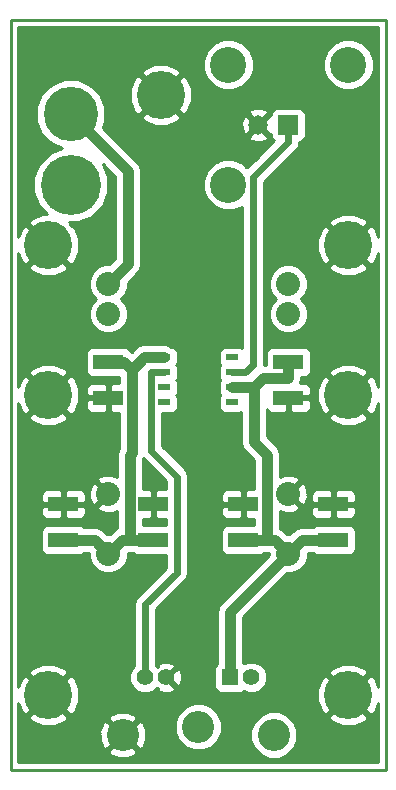
<source format=gbl>
G04 (created by PCBNEW-RS274X (2010-03-14)-final) date Fri 10 Jun 2011 04:11:06 PM PDT*
G01*
G70*
G90*
%MOIN*%
G04 Gerber Fmt 3.4, Leading zero omitted, Abs format*
%FSLAX34Y34*%
G04 APERTURE LIST*
%ADD10C,0.006000*%
%ADD11C,0.009000*%
%ADD12C,0.120000*%
%ADD13R,0.065000X0.065000*%
%ADD14C,0.065000*%
%ADD15R,0.040000X0.020000*%
%ADD16C,0.107000*%
%ADD17C,0.056000*%
%ADD18R,0.056000X0.056000*%
%ADD19C,0.200000*%
%ADD20C,0.181100*%
%ADD21C,0.080000*%
%ADD22C,0.160000*%
%ADD23R,0.100000X0.050000*%
%ADD24C,0.046000*%
%ADD25C,0.036000*%
%ADD26C,0.024000*%
%ADD27C,0.010000*%
G04 APERTURE END LIST*
G54D10*
G54D11*
X52250Y-29000D02*
X52250Y-54000D01*
X64750Y-29000D02*
X52250Y-29000D01*
X64750Y-54000D02*
X64750Y-29000D01*
X52250Y-54000D02*
X64750Y-54000D01*
G54D12*
X59500Y-30500D03*
X63500Y-30500D03*
G54D13*
X61500Y-32500D03*
G54D14*
X60500Y-32500D03*
G54D12*
X59500Y-34500D03*
G54D15*
X57370Y-41750D03*
X57370Y-41250D03*
X57370Y-40750D03*
X57370Y-40250D03*
X59630Y-40250D03*
X59630Y-40750D03*
X59630Y-41250D03*
X59630Y-41750D03*
G54D16*
X55980Y-52840D03*
X61020Y-52840D03*
G54D17*
X56730Y-50920D03*
X60270Y-50920D03*
X57435Y-50920D03*
G54D18*
X59565Y-50920D03*
G54D16*
X58500Y-52570D03*
G54D19*
X54250Y-34500D03*
G54D20*
X54250Y-32138D03*
G54D21*
X61500Y-37800D03*
X61500Y-38800D03*
X55500Y-37800D03*
X55500Y-38800D03*
X61500Y-44800D03*
X55500Y-44800D03*
X55500Y-46800D03*
X61500Y-46800D03*
G54D22*
X63500Y-41500D03*
X53500Y-51500D03*
X63500Y-51500D03*
X53500Y-41500D03*
G54D23*
X55500Y-40400D03*
X55500Y-41600D03*
X61500Y-40400D03*
X61500Y-41600D03*
X60000Y-46350D03*
X60000Y-45150D03*
X63000Y-46350D03*
X63000Y-45150D03*
X57000Y-45150D03*
X57000Y-46350D03*
X54000Y-45150D03*
X54000Y-46350D03*
G54D22*
X63500Y-36500D03*
X57250Y-31500D03*
X53500Y-36500D03*
G54D24*
X57000Y-44250D03*
G54D25*
X57000Y-46350D02*
X56325Y-46350D01*
X55500Y-40400D02*
X56021Y-40400D01*
X56697Y-40250D02*
X56284Y-40663D01*
X57370Y-40250D02*
X56697Y-40250D01*
X56284Y-40663D02*
X56021Y-40400D01*
X55050Y-46350D02*
X55500Y-46800D01*
X54000Y-46350D02*
X55050Y-46350D01*
X56284Y-43425D02*
X56284Y-40663D01*
X56216Y-43493D02*
X56284Y-43425D01*
X56216Y-46350D02*
X56216Y-43493D01*
X56325Y-46350D02*
X56216Y-46350D01*
X55950Y-46350D02*
X55500Y-46800D01*
X56216Y-46350D02*
X55950Y-46350D01*
G54D26*
X56930Y-43359D02*
X56930Y-40750D01*
X57794Y-44223D02*
X56930Y-43359D01*
X57794Y-47423D02*
X57794Y-44223D01*
X56730Y-48487D02*
X57794Y-47423D01*
X56730Y-50920D02*
X56730Y-48487D01*
X57370Y-40750D02*
X56930Y-40750D01*
X60324Y-34241D02*
X61500Y-33065D01*
X60324Y-40496D02*
X60324Y-34241D01*
X60070Y-40750D02*
X60324Y-40496D01*
X59630Y-40750D02*
X60070Y-40750D01*
X61500Y-32500D02*
X61500Y-33065D01*
G54D25*
X56166Y-34054D02*
X54250Y-32138D01*
X56166Y-37134D02*
X56166Y-34054D01*
X55500Y-37800D02*
X56166Y-37134D01*
X59565Y-48735D02*
X59565Y-50920D01*
X61500Y-46800D02*
X59565Y-48735D01*
X59630Y-41250D02*
X60130Y-41250D01*
X61500Y-40400D02*
X61500Y-40950D01*
X60000Y-46350D02*
X60676Y-46350D01*
X60356Y-41250D02*
X60130Y-41250D01*
X60656Y-40950D02*
X61500Y-40950D01*
X60356Y-41250D02*
X60656Y-40950D01*
X61950Y-46350D02*
X61500Y-46800D01*
X63000Y-46350D02*
X61950Y-46350D01*
X60676Y-46350D02*
X60784Y-46350D01*
X60356Y-43065D02*
X60356Y-41250D01*
X60784Y-43493D02*
X60356Y-43065D01*
X60784Y-46350D02*
X60784Y-43493D01*
X61050Y-46350D02*
X61500Y-46800D01*
X60784Y-46350D02*
X61050Y-46350D01*
G54D27*
X52495Y-29245D02*
X64505Y-29245D01*
X52495Y-29325D02*
X64505Y-29325D01*
X52495Y-29405D02*
X64505Y-29405D01*
X52495Y-29485D02*
X64505Y-29485D01*
X52495Y-29565D02*
X64505Y-29565D01*
X52495Y-29645D02*
X64505Y-29645D01*
X52495Y-29725D02*
X59151Y-29725D01*
X59850Y-29725D02*
X63151Y-29725D01*
X63850Y-29725D02*
X64505Y-29725D01*
X52495Y-29805D02*
X58994Y-29805D01*
X60007Y-29805D02*
X62994Y-29805D01*
X64007Y-29805D02*
X64505Y-29805D01*
X52495Y-29885D02*
X58914Y-29885D01*
X60087Y-29885D02*
X62914Y-29885D01*
X64087Y-29885D02*
X64505Y-29885D01*
X52495Y-29965D02*
X58834Y-29965D01*
X60167Y-29965D02*
X62834Y-29965D01*
X64167Y-29965D02*
X64505Y-29965D01*
X52495Y-30045D02*
X58769Y-30045D01*
X60232Y-30045D02*
X62769Y-30045D01*
X64232Y-30045D02*
X64505Y-30045D01*
X52495Y-30125D02*
X58736Y-30125D01*
X60265Y-30125D02*
X62736Y-30125D01*
X64265Y-30125D02*
X64505Y-30125D01*
X52495Y-30205D02*
X58703Y-30205D01*
X60298Y-30205D02*
X62703Y-30205D01*
X64298Y-30205D02*
X64505Y-30205D01*
X52495Y-30285D02*
X58669Y-30285D01*
X60331Y-30285D02*
X62669Y-30285D01*
X64331Y-30285D02*
X64505Y-30285D01*
X52495Y-30365D02*
X58650Y-30365D01*
X60350Y-30365D02*
X62650Y-30365D01*
X64350Y-30365D02*
X64505Y-30365D01*
X52495Y-30445D02*
X58650Y-30445D01*
X60350Y-30445D02*
X62650Y-30445D01*
X64350Y-30445D02*
X64505Y-30445D01*
X52495Y-30525D02*
X56911Y-30525D01*
X57583Y-30525D02*
X58650Y-30525D01*
X60350Y-30525D02*
X62650Y-30525D01*
X64350Y-30525D02*
X64505Y-30525D01*
X52495Y-30605D02*
X56718Y-30605D01*
X57782Y-30605D02*
X58650Y-30605D01*
X60350Y-30605D02*
X62650Y-30605D01*
X64350Y-30605D02*
X64505Y-30605D01*
X52495Y-30685D02*
X56637Y-30685D01*
X57864Y-30685D02*
X58657Y-30685D01*
X60343Y-30685D02*
X62657Y-30685D01*
X64343Y-30685D02*
X64505Y-30685D01*
X52495Y-30765D02*
X56590Y-30765D01*
X57911Y-30765D02*
X58690Y-30765D01*
X60310Y-30765D02*
X62690Y-30765D01*
X64310Y-30765D02*
X64505Y-30765D01*
X52495Y-30845D02*
X56506Y-30845D01*
X56524Y-30845D02*
X56666Y-30845D01*
X57834Y-30845D02*
X57976Y-30845D01*
X57995Y-30845D02*
X58723Y-30845D01*
X60277Y-30845D02*
X62723Y-30845D01*
X64277Y-30845D02*
X64505Y-30845D01*
X52495Y-30925D02*
X56373Y-30925D01*
X56604Y-30925D02*
X56746Y-30925D01*
X57754Y-30925D02*
X57896Y-30925D01*
X58128Y-30925D02*
X58756Y-30925D01*
X60243Y-30925D02*
X62756Y-30925D01*
X64243Y-30925D02*
X64505Y-30925D01*
X52495Y-31005D02*
X53968Y-31005D01*
X54534Y-31005D02*
X56341Y-31005D01*
X56684Y-31005D02*
X56826Y-31005D01*
X57674Y-31005D02*
X57816Y-31005D01*
X58161Y-31005D02*
X58803Y-31005D01*
X60196Y-31005D02*
X62803Y-31005D01*
X64196Y-31005D02*
X64505Y-31005D01*
X52495Y-31085D02*
X53775Y-31085D01*
X54727Y-31085D02*
X56309Y-31085D01*
X56764Y-31085D02*
X56906Y-31085D01*
X57594Y-31085D02*
X57736Y-31085D01*
X58194Y-31085D02*
X58883Y-31085D01*
X60116Y-31085D02*
X62883Y-31085D01*
X64116Y-31085D02*
X64505Y-31085D01*
X52495Y-31165D02*
X53590Y-31165D01*
X54911Y-31165D02*
X56276Y-31165D01*
X56844Y-31165D02*
X56986Y-31165D01*
X57514Y-31165D02*
X57656Y-31165D01*
X58227Y-31165D02*
X58963Y-31165D01*
X60036Y-31165D02*
X62963Y-31165D01*
X64036Y-31165D02*
X64505Y-31165D01*
X52495Y-31245D02*
X53510Y-31245D01*
X54991Y-31245D02*
X56244Y-31245D01*
X56924Y-31245D02*
X57066Y-31245D01*
X57434Y-31245D02*
X57576Y-31245D01*
X58261Y-31245D02*
X59078Y-31245D01*
X59921Y-31245D02*
X63078Y-31245D01*
X63921Y-31245D02*
X64505Y-31245D01*
X52495Y-31325D02*
X53430Y-31325D01*
X55071Y-31325D02*
X56220Y-31325D01*
X57004Y-31325D02*
X57146Y-31325D01*
X57354Y-31325D02*
X57496Y-31325D01*
X58278Y-31325D02*
X59270Y-31325D01*
X59728Y-31325D02*
X63270Y-31325D01*
X63728Y-31325D02*
X64505Y-31325D01*
X52495Y-31405D02*
X53350Y-31405D01*
X55151Y-31405D02*
X56220Y-31405D01*
X57084Y-31405D02*
X57226Y-31405D01*
X57274Y-31405D02*
X57416Y-31405D01*
X58278Y-31405D02*
X64505Y-31405D01*
X52495Y-31485D02*
X53271Y-31485D01*
X55230Y-31485D02*
X56221Y-31485D01*
X57164Y-31485D02*
X57336Y-31485D01*
X58279Y-31485D02*
X64505Y-31485D01*
X52495Y-31565D02*
X53238Y-31565D01*
X55263Y-31565D02*
X56221Y-31565D01*
X57114Y-31565D02*
X57386Y-31565D01*
X58280Y-31565D02*
X64505Y-31565D01*
X52495Y-31645D02*
X53204Y-31645D01*
X55296Y-31645D02*
X56222Y-31645D01*
X57034Y-31645D02*
X57176Y-31645D01*
X57324Y-31645D02*
X57466Y-31645D01*
X58280Y-31645D02*
X64505Y-31645D01*
X52495Y-31725D02*
X53171Y-31725D01*
X55329Y-31725D02*
X56227Y-31725D01*
X56954Y-31725D02*
X57096Y-31725D01*
X57404Y-31725D02*
X57546Y-31725D01*
X58268Y-31725D02*
X64505Y-31725D01*
X52495Y-31805D02*
X53138Y-31805D01*
X55362Y-31805D02*
X56260Y-31805D01*
X56874Y-31805D02*
X57016Y-31805D01*
X57484Y-31805D02*
X57626Y-31805D01*
X58236Y-31805D02*
X64505Y-31805D01*
X52495Y-31885D02*
X53105Y-31885D01*
X55396Y-31885D02*
X56293Y-31885D01*
X56794Y-31885D02*
X56936Y-31885D01*
X57564Y-31885D02*
X57706Y-31885D01*
X58203Y-31885D02*
X64505Y-31885D01*
X52495Y-31965D02*
X53095Y-31965D01*
X55405Y-31965D02*
X56327Y-31965D01*
X56714Y-31965D02*
X56856Y-31965D01*
X57644Y-31965D02*
X57786Y-31965D01*
X58171Y-31965D02*
X60310Y-31965D01*
X60677Y-31965D02*
X61033Y-31965D01*
X61967Y-31965D02*
X64505Y-31965D01*
X52495Y-32045D02*
X53095Y-32045D01*
X55405Y-32045D02*
X56360Y-32045D01*
X56634Y-32045D02*
X56776Y-32045D01*
X57724Y-32045D02*
X57866Y-32045D01*
X58139Y-32045D02*
X60193Y-32045D01*
X60808Y-32045D02*
X60960Y-32045D01*
X62041Y-32045D02*
X64505Y-32045D01*
X52495Y-32125D02*
X53095Y-32125D01*
X55405Y-32125D02*
X56455Y-32125D01*
X56554Y-32125D02*
X56696Y-32125D01*
X57804Y-32125D02*
X57946Y-32125D01*
X58044Y-32125D02*
X60196Y-32125D01*
X60804Y-32125D02*
X60926Y-32125D01*
X62074Y-32125D02*
X64505Y-32125D01*
X52495Y-32205D02*
X53095Y-32205D01*
X55405Y-32205D02*
X56616Y-32205D01*
X57884Y-32205D02*
X60008Y-32205D01*
X60134Y-32205D02*
X60276Y-32205D01*
X60724Y-32205D02*
X60866Y-32205D01*
X62074Y-32205D02*
X64505Y-32205D01*
X52495Y-32285D02*
X53095Y-32285D01*
X55405Y-32285D02*
X56619Y-32285D01*
X57880Y-32285D02*
X59979Y-32285D01*
X60214Y-32285D02*
X60356Y-32285D01*
X60644Y-32285D02*
X60786Y-32285D01*
X62074Y-32285D02*
X64505Y-32285D01*
X52495Y-32365D02*
X53095Y-32365D01*
X55405Y-32365D02*
X56666Y-32365D01*
X57833Y-32365D02*
X59951Y-32365D01*
X60294Y-32365D02*
X60436Y-32365D01*
X60564Y-32365D02*
X60706Y-32365D01*
X62074Y-32365D02*
X64505Y-32365D01*
X52495Y-32445D02*
X53127Y-32445D01*
X55372Y-32445D02*
X56842Y-32445D01*
X57661Y-32445D02*
X59933Y-32445D01*
X60374Y-32445D02*
X60626Y-32445D01*
X62074Y-32445D02*
X64505Y-32445D01*
X52495Y-32525D02*
X53160Y-32525D01*
X55339Y-32525D02*
X57041Y-32525D01*
X57468Y-32525D02*
X59937Y-32525D01*
X60404Y-32525D02*
X60596Y-32525D01*
X62074Y-32525D02*
X64505Y-32525D01*
X52495Y-32605D02*
X53193Y-32605D01*
X55326Y-32605D02*
X59942Y-32605D01*
X60324Y-32605D02*
X60466Y-32605D01*
X60534Y-32605D02*
X60676Y-32605D01*
X62074Y-32605D02*
X64505Y-32605D01*
X52495Y-32685D02*
X53226Y-32685D01*
X55406Y-32685D02*
X59962Y-32685D01*
X60244Y-32685D02*
X60386Y-32685D01*
X60614Y-32685D02*
X60756Y-32685D01*
X62074Y-32685D02*
X64505Y-32685D01*
X52495Y-32765D02*
X53259Y-32765D01*
X55486Y-32765D02*
X59995Y-32765D01*
X60164Y-32765D02*
X60306Y-32765D01*
X60694Y-32765D02*
X60836Y-32765D01*
X62074Y-32765D02*
X64505Y-32765D01*
X52495Y-32845D02*
X53323Y-32845D01*
X55566Y-32845D02*
X60226Y-32845D01*
X60774Y-32845D02*
X60926Y-32845D01*
X62074Y-32845D02*
X64505Y-32845D01*
X52495Y-32925D02*
X53403Y-32925D01*
X55646Y-32925D02*
X60183Y-32925D01*
X60816Y-32925D02*
X60947Y-32925D01*
X62053Y-32925D02*
X64505Y-32925D01*
X52495Y-33005D02*
X53483Y-33005D01*
X55726Y-33005D02*
X60240Y-33005D01*
X60764Y-33005D02*
X61003Y-33005D01*
X61997Y-33005D02*
X64505Y-33005D01*
X52495Y-33085D02*
X53563Y-33085D01*
X55806Y-33085D02*
X60955Y-33085D01*
X61865Y-33085D02*
X64505Y-33085D01*
X52495Y-33165D02*
X53711Y-33165D01*
X55886Y-33165D02*
X60875Y-33165D01*
X61850Y-33165D02*
X64505Y-33165D01*
X52495Y-33245D02*
X53905Y-33245D01*
X55966Y-33245D02*
X60795Y-33245D01*
X61816Y-33245D02*
X64505Y-33245D01*
X52495Y-33325D02*
X53820Y-33325D01*
X56046Y-33325D02*
X60715Y-33325D01*
X61763Y-33325D02*
X64505Y-33325D01*
X52495Y-33405D02*
X53628Y-33405D01*
X56126Y-33405D02*
X60635Y-33405D01*
X61684Y-33405D02*
X64505Y-33405D01*
X52495Y-33485D02*
X53498Y-33485D01*
X56206Y-33485D02*
X60555Y-33485D01*
X61604Y-33485D02*
X64505Y-33485D01*
X52495Y-33565D02*
X53418Y-33565D01*
X56286Y-33565D02*
X60475Y-33565D01*
X61524Y-33565D02*
X64505Y-33565D01*
X52495Y-33645D02*
X53338Y-33645D01*
X56366Y-33645D02*
X60395Y-33645D01*
X61444Y-33645D02*
X64505Y-33645D01*
X52495Y-33725D02*
X53258Y-33725D01*
X56446Y-33725D02*
X59150Y-33725D01*
X59850Y-33725D02*
X60315Y-33725D01*
X61364Y-33725D02*
X64505Y-33725D01*
X52495Y-33805D02*
X53186Y-33805D01*
X56507Y-33805D02*
X58994Y-33805D01*
X60007Y-33805D02*
X60235Y-33805D01*
X61284Y-33805D02*
X64505Y-33805D01*
X52495Y-33885D02*
X53153Y-33885D01*
X55348Y-33885D02*
X55388Y-33885D01*
X56561Y-33885D02*
X58914Y-33885D01*
X60087Y-33885D02*
X60155Y-33885D01*
X61204Y-33885D02*
X64505Y-33885D01*
X52495Y-33965D02*
X53119Y-33965D01*
X55381Y-33965D02*
X55468Y-33965D01*
X56579Y-33965D02*
X58834Y-33965D01*
X61124Y-33965D02*
X64505Y-33965D01*
X52495Y-34045D02*
X53086Y-34045D01*
X55414Y-34045D02*
X55548Y-34045D01*
X56595Y-34045D02*
X58769Y-34045D01*
X61044Y-34045D02*
X64505Y-34045D01*
X52495Y-34125D02*
X53053Y-34125D01*
X55447Y-34125D02*
X55628Y-34125D01*
X56596Y-34125D02*
X58736Y-34125D01*
X60964Y-34125D02*
X64505Y-34125D01*
X52495Y-34205D02*
X53020Y-34205D01*
X55481Y-34205D02*
X55708Y-34205D01*
X56596Y-34205D02*
X58703Y-34205D01*
X60884Y-34205D02*
X64505Y-34205D01*
X52495Y-34285D02*
X53001Y-34285D01*
X55499Y-34285D02*
X55736Y-34285D01*
X56596Y-34285D02*
X58669Y-34285D01*
X60804Y-34285D02*
X64505Y-34285D01*
X52495Y-34365D02*
X53001Y-34365D01*
X55499Y-34365D02*
X55736Y-34365D01*
X56596Y-34365D02*
X58650Y-34365D01*
X60724Y-34365D02*
X64505Y-34365D01*
X52495Y-34445D02*
X53001Y-34445D01*
X55499Y-34445D02*
X55736Y-34445D01*
X56596Y-34445D02*
X58650Y-34445D01*
X60694Y-34445D02*
X64505Y-34445D01*
X52495Y-34525D02*
X53001Y-34525D01*
X55499Y-34525D02*
X55736Y-34525D01*
X56596Y-34525D02*
X58650Y-34525D01*
X60694Y-34525D02*
X64505Y-34525D01*
X52495Y-34605D02*
X53001Y-34605D01*
X55499Y-34605D02*
X55736Y-34605D01*
X56596Y-34605D02*
X58650Y-34605D01*
X60694Y-34605D02*
X64505Y-34605D01*
X52495Y-34685D02*
X53001Y-34685D01*
X55499Y-34685D02*
X55736Y-34685D01*
X56596Y-34685D02*
X58657Y-34685D01*
X60694Y-34685D02*
X64505Y-34685D01*
X52495Y-34765D02*
X53007Y-34765D01*
X55492Y-34765D02*
X55736Y-34765D01*
X56596Y-34765D02*
X58690Y-34765D01*
X60694Y-34765D02*
X64505Y-34765D01*
X52495Y-34845D02*
X53040Y-34845D01*
X55459Y-34845D02*
X55736Y-34845D01*
X56596Y-34845D02*
X58723Y-34845D01*
X60694Y-34845D02*
X64505Y-34845D01*
X52495Y-34925D02*
X53073Y-34925D01*
X55426Y-34925D02*
X55736Y-34925D01*
X56596Y-34925D02*
X58756Y-34925D01*
X60694Y-34925D02*
X64505Y-34925D01*
X52495Y-35005D02*
X53106Y-35005D01*
X55393Y-35005D02*
X55736Y-35005D01*
X56596Y-35005D02*
X58803Y-35005D01*
X60694Y-35005D02*
X64505Y-35005D01*
X52495Y-35085D02*
X53139Y-35085D01*
X55360Y-35085D02*
X55736Y-35085D01*
X56596Y-35085D02*
X58883Y-35085D01*
X60694Y-35085D02*
X64505Y-35085D01*
X52495Y-35165D02*
X53172Y-35165D01*
X55327Y-35165D02*
X55736Y-35165D01*
X56596Y-35165D02*
X58963Y-35165D01*
X60694Y-35165D02*
X64505Y-35165D01*
X52495Y-35245D02*
X53228Y-35245D01*
X55272Y-35245D02*
X55736Y-35245D01*
X56596Y-35245D02*
X59078Y-35245D01*
X59920Y-35245D02*
X59954Y-35245D01*
X60694Y-35245D02*
X64505Y-35245D01*
X52495Y-35325D02*
X53308Y-35325D01*
X55192Y-35325D02*
X55736Y-35325D01*
X56596Y-35325D02*
X59270Y-35325D01*
X59728Y-35325D02*
X59954Y-35325D01*
X60694Y-35325D02*
X64505Y-35325D01*
X52495Y-35405D02*
X53388Y-35405D01*
X55112Y-35405D02*
X55736Y-35405D01*
X56596Y-35405D02*
X59954Y-35405D01*
X60694Y-35405D02*
X64505Y-35405D01*
X52495Y-35485D02*
X53258Y-35485D01*
X55032Y-35485D02*
X55736Y-35485D01*
X56596Y-35485D02*
X59954Y-35485D01*
X60694Y-35485D02*
X63258Y-35485D01*
X63734Y-35485D02*
X64505Y-35485D01*
X52495Y-35565D02*
X53064Y-35565D01*
X54944Y-35565D02*
X55736Y-35565D01*
X56596Y-35565D02*
X59954Y-35565D01*
X60694Y-35565D02*
X63064Y-35565D01*
X63932Y-35565D02*
X64505Y-35565D01*
X52495Y-35645D02*
X52911Y-35645D01*
X54751Y-35645D02*
X55736Y-35645D01*
X56596Y-35645D02*
X59954Y-35645D01*
X60694Y-35645D02*
X62911Y-35645D01*
X64090Y-35645D02*
X64505Y-35645D01*
X52495Y-35725D02*
X52864Y-35725D01*
X54557Y-35725D02*
X55736Y-35725D01*
X56596Y-35725D02*
X59954Y-35725D01*
X60694Y-35725D02*
X62864Y-35725D01*
X64137Y-35725D02*
X64505Y-35725D01*
X52495Y-35805D02*
X52876Y-35805D01*
X54246Y-35805D02*
X55736Y-35805D01*
X56596Y-35805D02*
X59954Y-35805D01*
X60694Y-35805D02*
X62876Y-35805D01*
X64124Y-35805D02*
X64505Y-35805D01*
X52495Y-35885D02*
X52689Y-35885D01*
X52814Y-35885D02*
X52956Y-35885D01*
X54312Y-35885D02*
X55736Y-35885D01*
X56596Y-35885D02*
X59954Y-35885D01*
X60694Y-35885D02*
X62689Y-35885D01*
X62814Y-35885D02*
X62956Y-35885D01*
X64044Y-35885D02*
X64186Y-35885D01*
X64312Y-35885D02*
X64505Y-35885D01*
X52495Y-35965D02*
X52607Y-35965D01*
X52894Y-35965D02*
X53036Y-35965D01*
X54394Y-35965D02*
X55736Y-35965D01*
X56596Y-35965D02*
X59954Y-35965D01*
X60694Y-35965D02*
X62607Y-35965D01*
X62894Y-35965D02*
X63036Y-35965D01*
X63964Y-35965D02*
X64106Y-35965D01*
X64395Y-35965D02*
X64505Y-35965D01*
X52495Y-36045D02*
X52575Y-36045D01*
X52974Y-36045D02*
X53116Y-36045D01*
X54428Y-36045D02*
X55736Y-36045D01*
X56596Y-36045D02*
X59954Y-36045D01*
X60694Y-36045D02*
X62575Y-36045D01*
X62974Y-36045D02*
X63116Y-36045D01*
X63884Y-36045D02*
X64026Y-36045D01*
X64428Y-36045D02*
X64505Y-36045D01*
X52495Y-36125D02*
X52542Y-36125D01*
X53054Y-36125D02*
X53196Y-36125D01*
X54461Y-36125D02*
X55736Y-36125D01*
X56596Y-36125D02*
X59954Y-36125D01*
X60694Y-36125D02*
X62543Y-36125D01*
X63054Y-36125D02*
X63196Y-36125D01*
X63804Y-36125D02*
X63946Y-36125D01*
X64461Y-36125D02*
X64505Y-36125D01*
X52495Y-36205D02*
X52510Y-36205D01*
X53134Y-36205D02*
X53276Y-36205D01*
X54494Y-36205D02*
X55736Y-36205D01*
X56596Y-36205D02*
X59954Y-36205D01*
X60694Y-36205D02*
X62510Y-36205D01*
X63134Y-36205D02*
X63276Y-36205D01*
X63724Y-36205D02*
X63866Y-36205D01*
X64494Y-36205D02*
X64505Y-36205D01*
X53214Y-36285D02*
X53356Y-36285D01*
X54527Y-36285D02*
X55736Y-36285D01*
X56596Y-36285D02*
X59954Y-36285D01*
X60694Y-36285D02*
X62478Y-36285D01*
X63214Y-36285D02*
X63356Y-36285D01*
X63644Y-36285D02*
X63786Y-36285D01*
X53294Y-36365D02*
X53436Y-36365D01*
X54528Y-36365D02*
X55736Y-36365D01*
X56596Y-36365D02*
X59954Y-36365D01*
X60694Y-36365D02*
X62470Y-36365D01*
X63294Y-36365D02*
X63436Y-36365D01*
X63564Y-36365D02*
X63706Y-36365D01*
X53374Y-36445D02*
X53516Y-36445D01*
X54529Y-36445D02*
X55736Y-36445D01*
X56596Y-36445D02*
X59954Y-36445D01*
X60694Y-36445D02*
X62471Y-36445D01*
X63374Y-36445D02*
X63626Y-36445D01*
X53404Y-36525D02*
X53596Y-36525D01*
X54529Y-36525D02*
X55736Y-36525D01*
X56596Y-36525D02*
X59954Y-36525D01*
X60694Y-36525D02*
X62471Y-36525D01*
X63404Y-36525D02*
X63596Y-36525D01*
X53324Y-36605D02*
X53466Y-36605D01*
X53534Y-36605D02*
X53676Y-36605D01*
X54530Y-36605D02*
X55736Y-36605D01*
X56596Y-36605D02*
X59954Y-36605D01*
X60694Y-36605D02*
X62472Y-36605D01*
X63324Y-36605D02*
X63466Y-36605D01*
X63534Y-36605D02*
X63676Y-36605D01*
X53244Y-36685D02*
X53386Y-36685D01*
X53614Y-36685D02*
X53756Y-36685D01*
X54530Y-36685D02*
X55736Y-36685D01*
X56596Y-36685D02*
X59954Y-36685D01*
X60694Y-36685D02*
X62472Y-36685D01*
X63244Y-36685D02*
X63386Y-36685D01*
X63614Y-36685D02*
X63756Y-36685D01*
X53164Y-36765D02*
X53306Y-36765D01*
X53694Y-36765D02*
X53836Y-36765D01*
X54502Y-36765D02*
X55736Y-36765D01*
X56596Y-36765D02*
X59954Y-36765D01*
X60694Y-36765D02*
X62494Y-36765D01*
X63164Y-36765D02*
X63306Y-36765D01*
X63694Y-36765D02*
X63836Y-36765D01*
X64502Y-36765D02*
X64505Y-36765D01*
X52495Y-36845D02*
X52527Y-36845D01*
X53084Y-36845D02*
X53226Y-36845D01*
X53774Y-36845D02*
X53916Y-36845D01*
X54470Y-36845D02*
X55736Y-36845D01*
X56596Y-36845D02*
X59954Y-36845D01*
X60694Y-36845D02*
X62527Y-36845D01*
X63084Y-36845D02*
X63226Y-36845D01*
X63774Y-36845D02*
X63916Y-36845D01*
X64469Y-36845D02*
X64505Y-36845D01*
X52495Y-36925D02*
X52560Y-36925D01*
X53004Y-36925D02*
X53146Y-36925D01*
X53854Y-36925D02*
X53996Y-36925D01*
X54437Y-36925D02*
X55736Y-36925D01*
X56596Y-36925D02*
X59954Y-36925D01*
X60694Y-36925D02*
X62560Y-36925D01*
X63004Y-36925D02*
X63146Y-36925D01*
X63854Y-36925D02*
X63996Y-36925D01*
X64437Y-36925D02*
X64505Y-36925D01*
X52495Y-37005D02*
X52593Y-37005D01*
X52924Y-37005D02*
X53066Y-37005D01*
X53934Y-37005D02*
X54076Y-37005D01*
X54405Y-37005D02*
X55687Y-37005D01*
X56596Y-37005D02*
X59954Y-37005D01*
X60694Y-37005D02*
X62593Y-37005D01*
X62924Y-37005D02*
X63066Y-37005D01*
X63934Y-37005D02*
X64076Y-37005D01*
X64405Y-37005D02*
X64505Y-37005D01*
X52495Y-37085D02*
X52638Y-37085D01*
X52844Y-37085D02*
X52986Y-37085D01*
X54014Y-37085D02*
X54156Y-37085D01*
X54361Y-37085D02*
X55607Y-37085D01*
X56596Y-37085D02*
X59954Y-37085D01*
X60694Y-37085D02*
X62638Y-37085D01*
X62844Y-37085D02*
X62986Y-37085D01*
X64014Y-37085D02*
X64156Y-37085D01*
X64361Y-37085D02*
X64505Y-37085D01*
X52495Y-37165D02*
X52906Y-37165D01*
X54094Y-37165D02*
X55338Y-37165D01*
X56589Y-37165D02*
X59954Y-37165D01*
X60694Y-37165D02*
X61338Y-37165D01*
X61663Y-37165D02*
X62906Y-37165D01*
X64094Y-37165D02*
X64505Y-37165D01*
X52495Y-37245D02*
X52845Y-37245D01*
X54154Y-37245D02*
X55145Y-37245D01*
X56573Y-37245D02*
X59954Y-37245D01*
X60694Y-37245D02*
X61145Y-37245D01*
X61856Y-37245D02*
X62845Y-37245D01*
X64154Y-37245D02*
X64505Y-37245D01*
X52495Y-37325D02*
X52892Y-37325D01*
X54107Y-37325D02*
X55057Y-37325D01*
X56544Y-37325D02*
X59954Y-37325D01*
X60694Y-37325D02*
X61057Y-37325D01*
X61943Y-37325D02*
X62892Y-37325D01*
X64107Y-37325D02*
X64505Y-37325D01*
X52495Y-37405D02*
X52993Y-37405D01*
X54008Y-37405D02*
X54977Y-37405D01*
X56491Y-37405D02*
X59954Y-37405D01*
X60694Y-37405D02*
X60977Y-37405D01*
X62023Y-37405D02*
X62993Y-37405D01*
X64008Y-37405D02*
X64505Y-37405D01*
X52495Y-37485D02*
X53192Y-37485D01*
X53815Y-37485D02*
X54929Y-37485D01*
X56423Y-37485D02*
X59954Y-37485D01*
X60694Y-37485D02*
X60929Y-37485D01*
X62072Y-37485D02*
X63192Y-37485D01*
X63815Y-37485D02*
X64505Y-37485D01*
X52495Y-37565D02*
X54895Y-37565D01*
X56343Y-37565D02*
X59954Y-37565D01*
X60694Y-37565D02*
X60895Y-37565D01*
X62106Y-37565D02*
X64505Y-37565D01*
X52495Y-37645D02*
X54862Y-37645D01*
X56263Y-37645D02*
X59954Y-37645D01*
X60694Y-37645D02*
X60862Y-37645D01*
X62139Y-37645D02*
X64505Y-37645D01*
X52495Y-37725D02*
X54851Y-37725D01*
X56183Y-37725D02*
X59954Y-37725D01*
X60694Y-37725D02*
X60851Y-37725D01*
X62149Y-37725D02*
X64505Y-37725D01*
X52495Y-37805D02*
X54851Y-37805D01*
X56149Y-37805D02*
X59954Y-37805D01*
X60694Y-37805D02*
X60851Y-37805D01*
X62149Y-37805D02*
X64505Y-37805D01*
X52495Y-37885D02*
X54851Y-37885D01*
X56149Y-37885D02*
X59954Y-37885D01*
X60694Y-37885D02*
X60851Y-37885D01*
X62149Y-37885D02*
X64505Y-37885D01*
X52495Y-37965D02*
X54865Y-37965D01*
X56134Y-37965D02*
X59954Y-37965D01*
X60694Y-37965D02*
X60865Y-37965D01*
X62134Y-37965D02*
X64505Y-37965D01*
X52495Y-38045D02*
X54899Y-38045D01*
X56100Y-38045D02*
X59954Y-38045D01*
X60694Y-38045D02*
X60899Y-38045D01*
X62100Y-38045D02*
X64505Y-38045D01*
X52495Y-38125D02*
X54932Y-38125D01*
X56067Y-38125D02*
X59954Y-38125D01*
X60694Y-38125D02*
X60932Y-38125D01*
X62067Y-38125D02*
X64505Y-38125D01*
X52495Y-38205D02*
X54987Y-38205D01*
X56013Y-38205D02*
X59954Y-38205D01*
X60694Y-38205D02*
X60987Y-38205D01*
X62012Y-38205D02*
X64505Y-38205D01*
X52495Y-38285D02*
X55067Y-38285D01*
X55933Y-38285D02*
X59954Y-38285D01*
X60694Y-38285D02*
X61067Y-38285D01*
X61931Y-38285D02*
X64505Y-38285D01*
X52495Y-38365D02*
X55017Y-38365D01*
X55983Y-38365D02*
X59954Y-38365D01*
X60694Y-38365D02*
X61017Y-38365D01*
X61983Y-38365D02*
X64505Y-38365D01*
X52495Y-38445D02*
X54945Y-38445D01*
X56056Y-38445D02*
X59954Y-38445D01*
X60694Y-38445D02*
X60945Y-38445D01*
X62056Y-38445D02*
X64505Y-38445D01*
X52495Y-38525D02*
X54912Y-38525D01*
X56089Y-38525D02*
X59954Y-38525D01*
X60694Y-38525D02*
X60912Y-38525D01*
X62089Y-38525D02*
X64505Y-38525D01*
X52495Y-38605D02*
X54879Y-38605D01*
X56122Y-38605D02*
X59954Y-38605D01*
X60694Y-38605D02*
X60879Y-38605D01*
X62122Y-38605D02*
X64505Y-38605D01*
X52495Y-38685D02*
X54851Y-38685D01*
X56149Y-38685D02*
X59954Y-38685D01*
X60694Y-38685D02*
X60851Y-38685D01*
X62149Y-38685D02*
X64505Y-38685D01*
X52495Y-38765D02*
X54851Y-38765D01*
X56149Y-38765D02*
X59954Y-38765D01*
X60694Y-38765D02*
X60851Y-38765D01*
X62149Y-38765D02*
X64505Y-38765D01*
X52495Y-38845D02*
X54851Y-38845D01*
X56149Y-38845D02*
X59954Y-38845D01*
X60694Y-38845D02*
X60851Y-38845D01*
X62149Y-38845D02*
X64505Y-38845D01*
X52495Y-38925D02*
X54851Y-38925D01*
X56149Y-38925D02*
X59954Y-38925D01*
X60694Y-38925D02*
X60851Y-38925D01*
X62149Y-38925D02*
X64505Y-38925D01*
X52495Y-39005D02*
X54882Y-39005D01*
X56117Y-39005D02*
X59954Y-39005D01*
X60694Y-39005D02*
X60882Y-39005D01*
X62117Y-39005D02*
X64505Y-39005D01*
X52495Y-39085D02*
X54915Y-39085D01*
X56084Y-39085D02*
X59954Y-39085D01*
X60694Y-39085D02*
X60915Y-39085D01*
X62084Y-39085D02*
X64505Y-39085D01*
X52495Y-39165D02*
X54948Y-39165D01*
X56051Y-39165D02*
X59954Y-39165D01*
X60694Y-39165D02*
X60948Y-39165D01*
X62051Y-39165D02*
X64505Y-39165D01*
X52495Y-39245D02*
X55027Y-39245D01*
X55973Y-39245D02*
X59954Y-39245D01*
X60694Y-39245D02*
X61027Y-39245D01*
X61973Y-39245D02*
X64505Y-39245D01*
X52495Y-39325D02*
X55107Y-39325D01*
X55893Y-39325D02*
X59954Y-39325D01*
X60694Y-39325D02*
X61107Y-39325D01*
X61893Y-39325D02*
X64505Y-39325D01*
X52495Y-39405D02*
X55264Y-39405D01*
X55735Y-39405D02*
X59954Y-39405D01*
X60694Y-39405D02*
X61264Y-39405D01*
X61735Y-39405D02*
X64505Y-39405D01*
X52495Y-39485D02*
X59954Y-39485D01*
X60694Y-39485D02*
X64505Y-39485D01*
X52495Y-39565D02*
X59954Y-39565D01*
X60694Y-39565D02*
X64505Y-39565D01*
X52495Y-39645D02*
X59954Y-39645D01*
X60694Y-39645D02*
X64505Y-39645D01*
X52495Y-39725D02*
X59954Y-39725D01*
X60694Y-39725D02*
X64505Y-39725D01*
X52495Y-39805D02*
X59954Y-39805D01*
X60694Y-39805D02*
X64505Y-39805D01*
X52495Y-39885D02*
X56485Y-39885D01*
X57583Y-39885D02*
X59954Y-39885D01*
X60694Y-39885D02*
X64505Y-39885D01*
X52495Y-39965D02*
X54833Y-39965D01*
X56167Y-39965D02*
X56374Y-39965D01*
X57737Y-39965D02*
X59263Y-39965D01*
X60694Y-39965D02*
X60833Y-39965D01*
X62167Y-39965D02*
X64505Y-39965D01*
X52495Y-40045D02*
X54774Y-40045D01*
X56249Y-40045D02*
X56294Y-40045D01*
X57796Y-40045D02*
X59204Y-40045D01*
X60694Y-40045D02*
X60774Y-40045D01*
X62226Y-40045D02*
X64505Y-40045D01*
X52495Y-40125D02*
X54751Y-40125D01*
X57819Y-40125D02*
X59181Y-40125D01*
X60694Y-40125D02*
X60751Y-40125D01*
X62249Y-40125D02*
X64505Y-40125D01*
X52495Y-40205D02*
X54751Y-40205D01*
X57819Y-40205D02*
X59181Y-40205D01*
X60694Y-40205D02*
X60751Y-40205D01*
X62249Y-40205D02*
X64505Y-40205D01*
X52495Y-40285D02*
X54751Y-40285D01*
X57819Y-40285D02*
X59181Y-40285D01*
X60694Y-40285D02*
X60751Y-40285D01*
X62249Y-40285D02*
X64505Y-40285D01*
X52495Y-40365D02*
X54751Y-40365D01*
X57819Y-40365D02*
X59181Y-40365D01*
X60694Y-40365D02*
X60751Y-40365D01*
X62249Y-40365D02*
X64505Y-40365D01*
X52495Y-40445D02*
X54751Y-40445D01*
X57800Y-40445D02*
X59200Y-40445D01*
X60694Y-40445D02*
X60751Y-40445D01*
X62249Y-40445D02*
X64505Y-40445D01*
X52495Y-40525D02*
X53161Y-40525D01*
X53833Y-40525D02*
X54751Y-40525D01*
X57788Y-40525D02*
X59213Y-40525D01*
X62249Y-40525D02*
X63161Y-40525D01*
X63833Y-40525D02*
X64505Y-40525D01*
X52495Y-40605D02*
X52968Y-40605D01*
X54032Y-40605D02*
X54751Y-40605D01*
X57819Y-40605D02*
X59181Y-40605D01*
X62249Y-40605D02*
X62968Y-40605D01*
X64032Y-40605D02*
X64505Y-40605D01*
X52495Y-40685D02*
X52887Y-40685D01*
X54114Y-40685D02*
X54751Y-40685D01*
X57819Y-40685D02*
X59181Y-40685D01*
X62249Y-40685D02*
X62887Y-40685D01*
X64114Y-40685D02*
X64505Y-40685D01*
X52495Y-40765D02*
X52840Y-40765D01*
X54161Y-40765D02*
X54778Y-40765D01*
X57819Y-40765D02*
X59181Y-40765D01*
X62221Y-40765D02*
X62840Y-40765D01*
X64161Y-40765D02*
X64505Y-40765D01*
X52495Y-40845D02*
X52756Y-40845D01*
X52774Y-40845D02*
X52916Y-40845D01*
X54084Y-40845D02*
X54226Y-40845D01*
X54245Y-40845D02*
X54843Y-40845D01*
X57819Y-40845D02*
X59181Y-40845D01*
X62157Y-40845D02*
X62756Y-40845D01*
X62774Y-40845D02*
X62916Y-40845D01*
X64084Y-40845D02*
X64226Y-40845D01*
X64245Y-40845D02*
X64505Y-40845D01*
X52495Y-40925D02*
X52623Y-40925D01*
X52854Y-40925D02*
X52996Y-40925D01*
X54004Y-40925D02*
X54146Y-40925D01*
X54378Y-40925D02*
X55854Y-40925D01*
X57808Y-40925D02*
X59191Y-40925D01*
X61930Y-40925D02*
X62623Y-40925D01*
X62854Y-40925D02*
X62996Y-40925D01*
X64004Y-40925D02*
X64146Y-40925D01*
X64378Y-40925D02*
X64505Y-40925D01*
X52495Y-41005D02*
X52591Y-41005D01*
X52934Y-41005D02*
X53076Y-41005D01*
X53924Y-41005D02*
X54066Y-41005D01*
X54411Y-41005D02*
X55854Y-41005D01*
X57777Y-41005D02*
X59223Y-41005D01*
X61918Y-41005D02*
X62591Y-41005D01*
X62934Y-41005D02*
X63076Y-41005D01*
X63924Y-41005D02*
X64066Y-41005D01*
X64411Y-41005D02*
X64505Y-41005D01*
X52495Y-41085D02*
X52558Y-41085D01*
X53014Y-41085D02*
X53156Y-41085D01*
X53844Y-41085D02*
X53986Y-41085D01*
X54444Y-41085D02*
X55854Y-41085D01*
X57813Y-41085D02*
X59188Y-41085D01*
X61902Y-41085D02*
X62559Y-41085D01*
X63014Y-41085D02*
X63156Y-41085D01*
X63844Y-41085D02*
X63986Y-41085D01*
X64444Y-41085D02*
X64505Y-41085D01*
X52495Y-41165D02*
X52526Y-41165D01*
X53094Y-41165D02*
X53236Y-41165D01*
X53764Y-41165D02*
X53906Y-41165D01*
X54477Y-41165D02*
X54833Y-41165D01*
X55450Y-41165D02*
X55550Y-41165D01*
X57819Y-41165D02*
X59181Y-41165D01*
X62167Y-41165D02*
X62526Y-41165D01*
X63094Y-41165D02*
X63236Y-41165D01*
X63764Y-41165D02*
X63906Y-41165D01*
X64478Y-41165D02*
X64505Y-41165D01*
X53174Y-41245D02*
X53316Y-41245D01*
X53684Y-41245D02*
X53826Y-41245D01*
X54511Y-41245D02*
X54775Y-41245D01*
X55450Y-41245D02*
X55550Y-41245D01*
X57819Y-41245D02*
X59181Y-41245D01*
X62226Y-41245D02*
X62494Y-41245D01*
X63174Y-41245D02*
X63316Y-41245D01*
X63684Y-41245D02*
X63826Y-41245D01*
X53254Y-41325D02*
X53396Y-41325D01*
X53604Y-41325D02*
X53746Y-41325D01*
X54528Y-41325D02*
X54751Y-41325D01*
X55450Y-41325D02*
X55550Y-41325D01*
X57819Y-41325D02*
X59181Y-41325D01*
X62250Y-41325D02*
X62470Y-41325D01*
X63254Y-41325D02*
X63396Y-41325D01*
X63604Y-41325D02*
X63746Y-41325D01*
X53334Y-41405D02*
X53476Y-41405D01*
X53524Y-41405D02*
X53666Y-41405D01*
X54528Y-41405D02*
X54751Y-41405D01*
X55450Y-41405D02*
X55550Y-41405D01*
X57816Y-41405D02*
X59183Y-41405D01*
X62250Y-41405D02*
X62470Y-41405D01*
X63334Y-41405D02*
X63476Y-41405D01*
X63524Y-41405D02*
X63666Y-41405D01*
X53414Y-41485D02*
X53586Y-41485D01*
X54529Y-41485D02*
X54751Y-41485D01*
X55450Y-41485D02*
X55550Y-41485D01*
X57783Y-41485D02*
X59216Y-41485D01*
X62250Y-41485D02*
X62471Y-41485D01*
X63414Y-41485D02*
X63586Y-41485D01*
X53364Y-41565D02*
X53636Y-41565D01*
X54530Y-41565D02*
X55550Y-41565D01*
X57805Y-41565D02*
X59196Y-41565D01*
X61450Y-41565D02*
X62471Y-41565D01*
X63364Y-41565D02*
X63636Y-41565D01*
X53284Y-41645D02*
X53426Y-41645D01*
X53574Y-41645D02*
X53716Y-41645D01*
X54530Y-41645D02*
X55550Y-41645D01*
X57819Y-41645D02*
X59181Y-41645D01*
X61450Y-41645D02*
X62472Y-41645D01*
X63284Y-41645D02*
X63426Y-41645D01*
X63574Y-41645D02*
X63716Y-41645D01*
X53204Y-41725D02*
X53346Y-41725D01*
X53654Y-41725D02*
X53796Y-41725D01*
X54518Y-41725D02*
X54750Y-41725D01*
X55450Y-41725D02*
X55550Y-41725D01*
X57819Y-41725D02*
X59181Y-41725D01*
X61450Y-41725D02*
X61550Y-41725D01*
X62249Y-41725D02*
X62477Y-41725D01*
X63204Y-41725D02*
X63346Y-41725D01*
X63654Y-41725D02*
X63796Y-41725D01*
X52495Y-41805D02*
X52510Y-41805D01*
X53124Y-41805D02*
X53266Y-41805D01*
X53734Y-41805D02*
X53876Y-41805D01*
X54486Y-41805D02*
X54750Y-41805D01*
X55450Y-41805D02*
X55550Y-41805D01*
X57819Y-41805D02*
X59181Y-41805D01*
X61450Y-41805D02*
X61550Y-41805D01*
X62249Y-41805D02*
X62510Y-41805D01*
X63124Y-41805D02*
X63266Y-41805D01*
X63734Y-41805D02*
X63876Y-41805D01*
X64486Y-41805D02*
X64505Y-41805D01*
X52495Y-41885D02*
X52543Y-41885D01*
X53044Y-41885D02*
X53186Y-41885D01*
X53814Y-41885D02*
X53956Y-41885D01*
X54453Y-41885D02*
X54750Y-41885D01*
X55450Y-41885D02*
X55550Y-41885D01*
X57819Y-41885D02*
X59181Y-41885D01*
X61450Y-41885D02*
X61550Y-41885D01*
X62249Y-41885D02*
X62543Y-41885D01*
X63044Y-41885D02*
X63186Y-41885D01*
X63814Y-41885D02*
X63956Y-41885D01*
X64453Y-41885D02*
X64505Y-41885D01*
X52495Y-41965D02*
X52577Y-41965D01*
X52964Y-41965D02*
X53106Y-41965D01*
X53894Y-41965D02*
X54036Y-41965D01*
X54421Y-41965D02*
X54778Y-41965D01*
X55450Y-41965D02*
X55550Y-41965D01*
X57791Y-41965D02*
X59208Y-41965D01*
X61450Y-41965D02*
X61550Y-41965D01*
X62221Y-41965D02*
X62577Y-41965D01*
X62964Y-41965D02*
X63106Y-41965D01*
X63894Y-41965D02*
X64036Y-41965D01*
X64421Y-41965D02*
X64505Y-41965D01*
X52495Y-42045D02*
X52610Y-42045D01*
X52884Y-42045D02*
X53026Y-42045D01*
X53974Y-42045D02*
X54116Y-42045D01*
X54389Y-42045D02*
X54843Y-42045D01*
X55443Y-42045D02*
X55557Y-42045D01*
X57727Y-42045D02*
X59273Y-42045D01*
X60786Y-42045D02*
X60843Y-42045D01*
X61443Y-42045D02*
X61557Y-42045D01*
X62157Y-42045D02*
X62610Y-42045D01*
X62884Y-42045D02*
X63026Y-42045D01*
X63974Y-42045D02*
X64116Y-42045D01*
X64389Y-42045D02*
X64505Y-42045D01*
X52495Y-42125D02*
X52705Y-42125D01*
X52804Y-42125D02*
X52946Y-42125D01*
X54054Y-42125D02*
X54196Y-42125D01*
X54294Y-42125D02*
X55854Y-42125D01*
X57300Y-42125D02*
X59926Y-42125D01*
X60786Y-42125D02*
X62705Y-42125D01*
X62804Y-42125D02*
X62946Y-42125D01*
X64054Y-42125D02*
X64196Y-42125D01*
X64294Y-42125D02*
X64505Y-42125D01*
X52495Y-42205D02*
X52866Y-42205D01*
X54134Y-42205D02*
X55854Y-42205D01*
X57300Y-42205D02*
X59926Y-42205D01*
X60786Y-42205D02*
X62866Y-42205D01*
X64134Y-42205D02*
X64505Y-42205D01*
X52495Y-42285D02*
X52869Y-42285D01*
X54130Y-42285D02*
X55854Y-42285D01*
X57300Y-42285D02*
X59926Y-42285D01*
X60786Y-42285D02*
X62869Y-42285D01*
X64130Y-42285D02*
X64505Y-42285D01*
X52495Y-42365D02*
X52916Y-42365D01*
X54083Y-42365D02*
X55854Y-42365D01*
X57300Y-42365D02*
X59926Y-42365D01*
X60786Y-42365D02*
X62916Y-42365D01*
X64083Y-42365D02*
X64505Y-42365D01*
X52495Y-42445D02*
X53092Y-42445D01*
X53911Y-42445D02*
X55854Y-42445D01*
X57300Y-42445D02*
X59926Y-42445D01*
X60786Y-42445D02*
X63092Y-42445D01*
X63911Y-42445D02*
X64505Y-42445D01*
X52495Y-42525D02*
X53291Y-42525D01*
X53718Y-42525D02*
X55854Y-42525D01*
X57300Y-42525D02*
X59926Y-42525D01*
X60786Y-42525D02*
X63291Y-42525D01*
X63718Y-42525D02*
X64505Y-42525D01*
X52495Y-42605D02*
X55854Y-42605D01*
X57300Y-42605D02*
X59926Y-42605D01*
X60786Y-42605D02*
X64505Y-42605D01*
X52495Y-42685D02*
X55854Y-42685D01*
X57300Y-42685D02*
X59926Y-42685D01*
X60786Y-42685D02*
X64505Y-42685D01*
X52495Y-42765D02*
X55854Y-42765D01*
X57300Y-42765D02*
X59926Y-42765D01*
X60786Y-42765D02*
X64505Y-42765D01*
X52495Y-42845D02*
X55854Y-42845D01*
X57300Y-42845D02*
X59926Y-42845D01*
X60786Y-42845D02*
X64505Y-42845D01*
X52495Y-42925D02*
X55854Y-42925D01*
X57300Y-42925D02*
X59926Y-42925D01*
X60824Y-42925D02*
X64505Y-42925D01*
X52495Y-43005D02*
X55854Y-43005D01*
X57300Y-43005D02*
X59926Y-43005D01*
X60904Y-43005D02*
X64505Y-43005D01*
X52495Y-43085D02*
X55854Y-43085D01*
X57300Y-43085D02*
X59930Y-43085D01*
X60984Y-43085D02*
X64505Y-43085D01*
X52495Y-43165D02*
X55854Y-43165D01*
X57300Y-43165D02*
X59946Y-43165D01*
X61064Y-43165D02*
X64505Y-43165D01*
X52495Y-43245D02*
X55854Y-43245D01*
X57340Y-43245D02*
X59969Y-43245D01*
X61126Y-43245D02*
X64505Y-43245D01*
X52495Y-43325D02*
X55821Y-43325D01*
X57420Y-43325D02*
X60022Y-43325D01*
X61179Y-43325D02*
X64505Y-43325D01*
X52495Y-43405D02*
X55804Y-43405D01*
X57500Y-43405D02*
X60088Y-43405D01*
X61197Y-43405D02*
X64505Y-43405D01*
X52495Y-43485D02*
X55788Y-43485D01*
X57580Y-43485D02*
X60168Y-43485D01*
X61213Y-43485D02*
X64505Y-43485D01*
X52495Y-43565D02*
X55786Y-43565D01*
X57660Y-43565D02*
X60248Y-43565D01*
X61214Y-43565D02*
X64505Y-43565D01*
X52495Y-43645D02*
X55786Y-43645D01*
X57740Y-43645D02*
X60328Y-43645D01*
X61214Y-43645D02*
X64505Y-43645D01*
X52495Y-43725D02*
X55786Y-43725D01*
X57820Y-43725D02*
X60354Y-43725D01*
X61214Y-43725D02*
X64505Y-43725D01*
X52495Y-43805D02*
X55786Y-43805D01*
X57900Y-43805D02*
X60354Y-43805D01*
X61214Y-43805D02*
X64505Y-43805D01*
X52495Y-43885D02*
X55786Y-43885D01*
X57980Y-43885D02*
X60354Y-43885D01*
X61214Y-43885D02*
X64505Y-43885D01*
X52495Y-43965D02*
X55786Y-43965D01*
X58059Y-43965D02*
X60354Y-43965D01*
X61214Y-43965D02*
X64505Y-43965D01*
X52495Y-44045D02*
X55786Y-44045D01*
X58112Y-44045D02*
X60354Y-44045D01*
X61214Y-44045D02*
X64505Y-44045D01*
X52495Y-44125D02*
X55786Y-44125D01*
X58145Y-44125D02*
X60354Y-44125D01*
X61214Y-44125D02*
X64505Y-44125D01*
X52495Y-44205D02*
X55261Y-44205D01*
X55729Y-44205D02*
X55786Y-44205D01*
X58161Y-44205D02*
X60354Y-44205D01*
X61214Y-44205D02*
X61261Y-44205D01*
X61729Y-44205D02*
X64505Y-44205D01*
X52495Y-44285D02*
X55146Y-44285D01*
X58164Y-44285D02*
X60354Y-44285D01*
X61855Y-44285D02*
X64505Y-44285D01*
X52495Y-44365D02*
X55136Y-44365D01*
X58164Y-44365D02*
X60354Y-44365D01*
X61864Y-44365D02*
X64505Y-44365D01*
X52495Y-44445D02*
X54988Y-44445D01*
X55074Y-44445D02*
X55216Y-44445D01*
X58164Y-44445D02*
X60354Y-44445D01*
X61784Y-44445D02*
X61926Y-44445D01*
X62013Y-44445D02*
X64505Y-44445D01*
X52495Y-44525D02*
X54923Y-44525D01*
X55154Y-44525D02*
X55296Y-44525D01*
X58164Y-44525D02*
X60354Y-44525D01*
X61704Y-44525D02*
X61846Y-44525D01*
X62081Y-44525D02*
X64505Y-44525D01*
X52495Y-44605D02*
X54893Y-44605D01*
X55234Y-44605D02*
X55376Y-44605D01*
X58164Y-44605D02*
X60354Y-44605D01*
X61624Y-44605D02*
X61766Y-44605D01*
X62114Y-44605D02*
X64505Y-44605D01*
X52495Y-44685D02*
X53369Y-44685D01*
X53923Y-44685D02*
X54077Y-44685D01*
X54632Y-44685D02*
X54864Y-44685D01*
X55314Y-44685D02*
X55456Y-44685D01*
X58164Y-44685D02*
X59369Y-44685D01*
X59923Y-44685D02*
X60077Y-44685D01*
X61544Y-44685D02*
X61686Y-44685D01*
X62133Y-44685D02*
X62369Y-44685D01*
X62923Y-44685D02*
X63077Y-44685D01*
X63632Y-44685D02*
X64505Y-44685D01*
X52495Y-44765D02*
X53287Y-44765D01*
X53950Y-44765D02*
X54050Y-44765D01*
X54714Y-44765D02*
X54861Y-44765D01*
X55394Y-44765D02*
X55536Y-44765D01*
X58164Y-44765D02*
X59287Y-44765D01*
X59950Y-44765D02*
X60050Y-44765D01*
X61464Y-44765D02*
X61606Y-44765D01*
X62136Y-44765D02*
X62287Y-44765D01*
X62950Y-44765D02*
X63050Y-44765D01*
X63714Y-44765D02*
X64505Y-44765D01*
X52495Y-44845D02*
X53254Y-44845D01*
X53950Y-44845D02*
X54050Y-44845D01*
X54747Y-44845D02*
X54864Y-44845D01*
X55384Y-44845D02*
X55526Y-44845D01*
X58164Y-44845D02*
X59254Y-44845D01*
X59950Y-44845D02*
X60050Y-44845D01*
X61474Y-44845D02*
X61616Y-44845D01*
X62139Y-44845D02*
X62254Y-44845D01*
X62950Y-44845D02*
X63050Y-44845D01*
X63747Y-44845D02*
X64505Y-44845D01*
X52495Y-44925D02*
X53251Y-44925D01*
X53950Y-44925D02*
X54050Y-44925D01*
X54750Y-44925D02*
X54867Y-44925D01*
X55304Y-44925D02*
X55446Y-44925D01*
X58164Y-44925D02*
X59251Y-44925D01*
X59950Y-44925D02*
X60050Y-44925D01*
X61554Y-44925D02*
X61696Y-44925D01*
X62132Y-44925D02*
X62251Y-44925D01*
X62950Y-44925D02*
X63050Y-44925D01*
X63750Y-44925D02*
X64505Y-44925D01*
X52495Y-45005D02*
X53251Y-45005D01*
X53950Y-45005D02*
X54050Y-45005D01*
X54750Y-45005D02*
X54891Y-45005D01*
X55224Y-45005D02*
X55366Y-45005D01*
X58164Y-45005D02*
X59251Y-45005D01*
X59950Y-45005D02*
X60050Y-45005D01*
X61634Y-45005D02*
X61776Y-45005D01*
X62103Y-45005D02*
X62251Y-45005D01*
X62950Y-45005D02*
X63050Y-45005D01*
X63750Y-45005D02*
X64505Y-45005D01*
X52495Y-45085D02*
X53297Y-45085D01*
X53950Y-45085D02*
X54050Y-45085D01*
X54703Y-45085D02*
X54923Y-45085D01*
X55144Y-45085D02*
X55286Y-45085D01*
X58164Y-45085D02*
X59297Y-45085D01*
X59950Y-45085D02*
X60050Y-45085D01*
X61714Y-45085D02*
X61856Y-45085D01*
X62074Y-45085D02*
X62297Y-45085D01*
X62950Y-45085D02*
X63050Y-45085D01*
X63703Y-45085D02*
X64505Y-45085D01*
X52495Y-45165D02*
X55015Y-45165D01*
X55064Y-45165D02*
X55206Y-45165D01*
X58164Y-45165D02*
X60050Y-45165D01*
X61794Y-45165D02*
X61936Y-45165D01*
X61984Y-45165D02*
X64505Y-45165D01*
X52495Y-45245D02*
X53267Y-45245D01*
X53950Y-45245D02*
X54050Y-45245D01*
X54733Y-45245D02*
X55126Y-45245D01*
X58164Y-45245D02*
X59267Y-45245D01*
X59950Y-45245D02*
X60050Y-45245D01*
X61874Y-45245D02*
X62267Y-45245D01*
X62950Y-45245D02*
X63050Y-45245D01*
X63733Y-45245D02*
X64505Y-45245D01*
X52495Y-45325D02*
X53250Y-45325D01*
X53950Y-45325D02*
X54050Y-45325D01*
X54749Y-45325D02*
X55149Y-45325D01*
X58164Y-45325D02*
X59250Y-45325D01*
X59950Y-45325D02*
X60050Y-45325D01*
X61850Y-45325D02*
X62250Y-45325D01*
X62950Y-45325D02*
X63050Y-45325D01*
X63749Y-45325D02*
X64505Y-45325D01*
X52495Y-45405D02*
X53250Y-45405D01*
X53950Y-45405D02*
X54050Y-45405D01*
X54749Y-45405D02*
X55298Y-45405D01*
X55714Y-45405D02*
X55786Y-45405D01*
X58164Y-45405D02*
X59250Y-45405D01*
X59950Y-45405D02*
X60050Y-45405D01*
X61214Y-45405D02*
X61300Y-45405D01*
X61714Y-45405D02*
X62250Y-45405D01*
X62950Y-45405D02*
X63050Y-45405D01*
X63749Y-45405D02*
X64505Y-45405D01*
X52495Y-45485D02*
X53265Y-45485D01*
X53950Y-45485D02*
X54050Y-45485D01*
X54734Y-45485D02*
X55786Y-45485D01*
X58164Y-45485D02*
X59265Y-45485D01*
X59950Y-45485D02*
X60050Y-45485D01*
X61214Y-45485D02*
X62265Y-45485D01*
X62950Y-45485D02*
X63050Y-45485D01*
X63734Y-45485D02*
X64505Y-45485D01*
X52495Y-45565D02*
X53313Y-45565D01*
X53950Y-45565D02*
X54050Y-45565D01*
X54687Y-45565D02*
X55786Y-45565D01*
X58164Y-45565D02*
X59313Y-45565D01*
X59950Y-45565D02*
X60050Y-45565D01*
X61214Y-45565D02*
X62313Y-45565D01*
X62950Y-45565D02*
X63050Y-45565D01*
X63687Y-45565D02*
X64505Y-45565D01*
X52495Y-45645D02*
X53440Y-45645D01*
X53893Y-45645D02*
X54107Y-45645D01*
X54559Y-45645D02*
X55786Y-45645D01*
X58164Y-45645D02*
X59440Y-45645D01*
X59893Y-45645D02*
X60107Y-45645D01*
X61214Y-45645D02*
X62440Y-45645D01*
X62893Y-45645D02*
X63107Y-45645D01*
X63559Y-45645D02*
X64505Y-45645D01*
X52495Y-45725D02*
X55786Y-45725D01*
X58164Y-45725D02*
X60354Y-45725D01*
X61214Y-45725D02*
X64505Y-45725D01*
X52495Y-45805D02*
X55786Y-45805D01*
X58164Y-45805D02*
X60354Y-45805D01*
X61214Y-45805D02*
X64505Y-45805D01*
X52495Y-45885D02*
X53369Y-45885D01*
X54632Y-45885D02*
X55786Y-45885D01*
X58164Y-45885D02*
X59369Y-45885D01*
X61214Y-45885D02*
X62369Y-45885D01*
X63632Y-45885D02*
X64505Y-45885D01*
X52495Y-45965D02*
X53287Y-45965D01*
X55233Y-45965D02*
X55767Y-45965D01*
X58164Y-45965D02*
X59287Y-45965D01*
X61233Y-45965D02*
X61768Y-45965D01*
X63714Y-45965D02*
X64505Y-45965D01*
X52495Y-46045D02*
X53254Y-46045D01*
X55353Y-46045D02*
X55647Y-46045D01*
X58164Y-46045D02*
X59254Y-46045D01*
X61353Y-46045D02*
X61648Y-46045D01*
X63747Y-46045D02*
X64505Y-46045D01*
X52495Y-46125D02*
X53251Y-46125D01*
X55433Y-46125D02*
X55567Y-46125D01*
X58164Y-46125D02*
X59251Y-46125D01*
X61433Y-46125D02*
X61567Y-46125D01*
X63749Y-46125D02*
X64505Y-46125D01*
X52495Y-46205D02*
X53251Y-46205D01*
X58164Y-46205D02*
X59251Y-46205D01*
X63749Y-46205D02*
X64505Y-46205D01*
X52495Y-46285D02*
X53251Y-46285D01*
X58164Y-46285D02*
X59251Y-46285D01*
X63749Y-46285D02*
X64505Y-46285D01*
X52495Y-46365D02*
X53251Y-46365D01*
X58164Y-46365D02*
X59251Y-46365D01*
X63749Y-46365D02*
X64505Y-46365D01*
X52495Y-46445D02*
X53251Y-46445D01*
X58164Y-46445D02*
X59251Y-46445D01*
X63749Y-46445D02*
X64505Y-46445D01*
X52495Y-46525D02*
X53251Y-46525D01*
X58164Y-46525D02*
X59251Y-46525D01*
X63749Y-46525D02*
X64505Y-46525D01*
X52495Y-46605D02*
X53251Y-46605D01*
X58164Y-46605D02*
X59251Y-46605D01*
X63749Y-46605D02*
X64505Y-46605D01*
X52495Y-46685D02*
X53265Y-46685D01*
X58164Y-46685D02*
X59265Y-46685D01*
X63734Y-46685D02*
X64505Y-46685D01*
X52495Y-46765D02*
X53313Y-46765D01*
X58164Y-46765D02*
X59313Y-46765D01*
X63687Y-46765D02*
X64505Y-46765D01*
X52495Y-46845D02*
X53440Y-46845D01*
X54558Y-46845D02*
X54851Y-46845D01*
X56149Y-46845D02*
X56440Y-46845D01*
X58164Y-46845D02*
X59440Y-46845D01*
X60558Y-46845D02*
X60847Y-46845D01*
X62149Y-46845D02*
X62440Y-46845D01*
X63558Y-46845D02*
X64505Y-46845D01*
X52495Y-46925D02*
X54851Y-46925D01*
X56149Y-46925D02*
X57424Y-46925D01*
X58164Y-46925D02*
X60767Y-46925D01*
X62149Y-46925D02*
X64505Y-46925D01*
X52495Y-47005D02*
X54882Y-47005D01*
X56117Y-47005D02*
X57424Y-47005D01*
X58164Y-47005D02*
X60687Y-47005D01*
X62117Y-47005D02*
X64505Y-47005D01*
X52495Y-47085D02*
X54915Y-47085D01*
X56084Y-47085D02*
X57424Y-47085D01*
X58164Y-47085D02*
X60607Y-47085D01*
X62084Y-47085D02*
X64505Y-47085D01*
X52495Y-47165D02*
X54948Y-47165D01*
X56051Y-47165D02*
X57424Y-47165D01*
X58164Y-47165D02*
X60527Y-47165D01*
X62051Y-47165D02*
X64505Y-47165D01*
X52495Y-47245D02*
X55027Y-47245D01*
X55973Y-47245D02*
X57424Y-47245D01*
X58164Y-47245D02*
X60447Y-47245D01*
X61973Y-47245D02*
X64505Y-47245D01*
X52495Y-47325D02*
X55107Y-47325D01*
X55893Y-47325D02*
X57368Y-47325D01*
X58164Y-47325D02*
X60367Y-47325D01*
X61893Y-47325D02*
X64505Y-47325D01*
X52495Y-47405D02*
X55264Y-47405D01*
X55735Y-47405D02*
X57288Y-47405D01*
X58164Y-47405D02*
X60287Y-47405D01*
X61735Y-47405D02*
X64505Y-47405D01*
X52495Y-47485D02*
X57208Y-47485D01*
X58151Y-47485D02*
X60207Y-47485D01*
X61423Y-47485D02*
X64505Y-47485D01*
X52495Y-47565D02*
X57128Y-47565D01*
X58136Y-47565D02*
X60127Y-47565D01*
X61343Y-47565D02*
X64505Y-47565D01*
X52495Y-47645D02*
X57048Y-47645D01*
X58082Y-47645D02*
X60047Y-47645D01*
X61263Y-47645D02*
X64505Y-47645D01*
X52495Y-47725D02*
X56968Y-47725D01*
X58014Y-47725D02*
X59967Y-47725D01*
X61183Y-47725D02*
X64505Y-47725D01*
X52495Y-47805D02*
X56888Y-47805D01*
X57934Y-47805D02*
X59887Y-47805D01*
X61103Y-47805D02*
X64505Y-47805D01*
X52495Y-47885D02*
X56808Y-47885D01*
X57854Y-47885D02*
X59807Y-47885D01*
X61023Y-47885D02*
X64505Y-47885D01*
X52495Y-47965D02*
X56728Y-47965D01*
X57774Y-47965D02*
X59727Y-47965D01*
X60943Y-47965D02*
X64505Y-47965D01*
X52495Y-48045D02*
X56648Y-48045D01*
X57694Y-48045D02*
X59647Y-48045D01*
X60863Y-48045D02*
X64505Y-48045D01*
X52495Y-48125D02*
X56568Y-48125D01*
X57614Y-48125D02*
X59567Y-48125D01*
X60783Y-48125D02*
X64505Y-48125D01*
X52495Y-48205D02*
X56488Y-48205D01*
X57534Y-48205D02*
X59487Y-48205D01*
X60703Y-48205D02*
X64505Y-48205D01*
X52495Y-48285D02*
X56428Y-48285D01*
X57454Y-48285D02*
X59407Y-48285D01*
X60623Y-48285D02*
X64505Y-48285D01*
X52495Y-48365D02*
X56384Y-48365D01*
X57374Y-48365D02*
X59327Y-48365D01*
X60543Y-48365D02*
X64505Y-48365D01*
X52495Y-48445D02*
X56368Y-48445D01*
X57294Y-48445D02*
X59252Y-48445D01*
X60463Y-48445D02*
X64505Y-48445D01*
X52495Y-48525D02*
X56360Y-48525D01*
X57214Y-48525D02*
X59199Y-48525D01*
X60383Y-48525D02*
X64505Y-48525D01*
X52495Y-48605D02*
X56360Y-48605D01*
X57134Y-48605D02*
X59161Y-48605D01*
X60303Y-48605D02*
X64505Y-48605D01*
X52495Y-48685D02*
X56360Y-48685D01*
X57100Y-48685D02*
X59145Y-48685D01*
X60223Y-48685D02*
X64505Y-48685D01*
X52495Y-48765D02*
X56360Y-48765D01*
X57100Y-48765D02*
X59135Y-48765D01*
X60143Y-48765D02*
X64505Y-48765D01*
X52495Y-48845D02*
X56360Y-48845D01*
X57100Y-48845D02*
X59135Y-48845D01*
X60063Y-48845D02*
X64505Y-48845D01*
X52495Y-48925D02*
X56360Y-48925D01*
X57100Y-48925D02*
X59135Y-48925D01*
X59995Y-48925D02*
X64505Y-48925D01*
X52495Y-49005D02*
X56360Y-49005D01*
X57100Y-49005D02*
X59135Y-49005D01*
X59995Y-49005D02*
X64505Y-49005D01*
X52495Y-49085D02*
X56360Y-49085D01*
X57100Y-49085D02*
X59135Y-49085D01*
X59995Y-49085D02*
X64505Y-49085D01*
X52495Y-49165D02*
X56360Y-49165D01*
X57100Y-49165D02*
X59135Y-49165D01*
X59995Y-49165D02*
X64505Y-49165D01*
X52495Y-49245D02*
X56360Y-49245D01*
X57100Y-49245D02*
X59135Y-49245D01*
X59995Y-49245D02*
X64505Y-49245D01*
X52495Y-49325D02*
X56360Y-49325D01*
X57100Y-49325D02*
X59135Y-49325D01*
X59995Y-49325D02*
X64505Y-49325D01*
X52495Y-49405D02*
X56360Y-49405D01*
X57100Y-49405D02*
X59135Y-49405D01*
X59995Y-49405D02*
X64505Y-49405D01*
X52495Y-49485D02*
X56360Y-49485D01*
X57100Y-49485D02*
X59135Y-49485D01*
X59995Y-49485D02*
X64505Y-49485D01*
X52495Y-49565D02*
X56360Y-49565D01*
X57100Y-49565D02*
X59135Y-49565D01*
X59995Y-49565D02*
X64505Y-49565D01*
X52495Y-49645D02*
X56360Y-49645D01*
X57100Y-49645D02*
X59135Y-49645D01*
X59995Y-49645D02*
X64505Y-49645D01*
X52495Y-49725D02*
X56360Y-49725D01*
X57100Y-49725D02*
X59135Y-49725D01*
X59995Y-49725D02*
X64505Y-49725D01*
X52495Y-49805D02*
X56360Y-49805D01*
X57100Y-49805D02*
X59135Y-49805D01*
X59995Y-49805D02*
X64505Y-49805D01*
X52495Y-49885D02*
X56360Y-49885D01*
X57100Y-49885D02*
X59135Y-49885D01*
X59995Y-49885D02*
X64505Y-49885D01*
X52495Y-49965D02*
X56360Y-49965D01*
X57100Y-49965D02*
X59135Y-49965D01*
X59995Y-49965D02*
X64505Y-49965D01*
X52495Y-50045D02*
X56360Y-50045D01*
X57100Y-50045D02*
X59135Y-50045D01*
X59995Y-50045D02*
X64505Y-50045D01*
X52495Y-50125D02*
X56360Y-50125D01*
X57100Y-50125D02*
X59135Y-50125D01*
X59995Y-50125D02*
X64505Y-50125D01*
X52495Y-50205D02*
X56360Y-50205D01*
X57100Y-50205D02*
X59135Y-50205D01*
X59995Y-50205D02*
X64505Y-50205D01*
X52495Y-50285D02*
X56360Y-50285D01*
X57100Y-50285D02*
X59135Y-50285D01*
X59995Y-50285D02*
X64505Y-50285D01*
X52495Y-50365D02*
X56360Y-50365D01*
X57100Y-50365D02*
X59135Y-50365D01*
X59995Y-50365D02*
X64505Y-50365D01*
X52495Y-50445D02*
X56360Y-50445D01*
X57100Y-50445D02*
X57212Y-50445D01*
X57650Y-50445D02*
X59128Y-50445D01*
X60002Y-50445D02*
X60030Y-50445D01*
X60509Y-50445D02*
X64505Y-50445D01*
X52495Y-50525D02*
X53161Y-50525D01*
X53833Y-50525D02*
X56360Y-50525D01*
X57100Y-50525D02*
X57151Y-50525D01*
X57720Y-50525D02*
X59064Y-50525D01*
X60625Y-50525D02*
X63161Y-50525D01*
X63833Y-50525D02*
X64505Y-50525D01*
X52495Y-50605D02*
X52968Y-50605D01*
X54032Y-50605D02*
X56295Y-50605D01*
X57679Y-50605D02*
X59036Y-50605D01*
X60705Y-50605D02*
X62968Y-50605D01*
X64032Y-50605D02*
X64505Y-50605D01*
X52495Y-50685D02*
X52887Y-50685D01*
X54114Y-50685D02*
X56254Y-50685D01*
X57599Y-50685D02*
X57741Y-50685D01*
X57906Y-50685D02*
X59036Y-50685D01*
X60746Y-50685D02*
X62887Y-50685D01*
X64114Y-50685D02*
X64505Y-50685D01*
X52495Y-50765D02*
X52840Y-50765D01*
X54161Y-50765D02*
X56221Y-50765D01*
X57519Y-50765D02*
X57661Y-50765D01*
X57939Y-50765D02*
X59036Y-50765D01*
X60780Y-50765D02*
X62840Y-50765D01*
X64161Y-50765D02*
X64505Y-50765D01*
X52495Y-50845D02*
X52756Y-50845D01*
X52774Y-50845D02*
X52916Y-50845D01*
X54084Y-50845D02*
X54226Y-50845D01*
X54245Y-50845D02*
X56200Y-50845D01*
X57439Y-50845D02*
X57581Y-50845D01*
X57952Y-50845D02*
X59036Y-50845D01*
X60800Y-50845D02*
X62756Y-50845D01*
X62774Y-50845D02*
X62916Y-50845D01*
X64084Y-50845D02*
X64226Y-50845D01*
X64245Y-50845D02*
X64505Y-50845D01*
X52495Y-50925D02*
X52623Y-50925D01*
X52854Y-50925D02*
X52996Y-50925D01*
X54004Y-50925D02*
X54146Y-50925D01*
X54378Y-50925D02*
X56200Y-50925D01*
X57369Y-50925D02*
X57511Y-50925D01*
X57956Y-50925D02*
X59036Y-50925D01*
X60800Y-50925D02*
X62623Y-50925D01*
X62854Y-50925D02*
X62996Y-50925D01*
X64004Y-50925D02*
X64146Y-50925D01*
X64378Y-50925D02*
X64505Y-50925D01*
X52495Y-51005D02*
X52591Y-51005D01*
X52934Y-51005D02*
X53076Y-51005D01*
X53924Y-51005D02*
X54066Y-51005D01*
X54411Y-51005D02*
X56200Y-51005D01*
X57449Y-51005D02*
X57591Y-51005D01*
X57955Y-51005D02*
X59036Y-51005D01*
X60800Y-51005D02*
X62591Y-51005D01*
X62934Y-51005D02*
X63076Y-51005D01*
X63924Y-51005D02*
X64066Y-51005D01*
X64411Y-51005D02*
X64505Y-51005D01*
X52495Y-51085D02*
X52558Y-51085D01*
X53014Y-51085D02*
X53156Y-51085D01*
X53844Y-51085D02*
X53986Y-51085D01*
X54444Y-51085D02*
X56224Y-51085D01*
X57529Y-51085D02*
X57671Y-51085D01*
X57927Y-51085D02*
X59036Y-51085D01*
X60775Y-51085D02*
X62559Y-51085D01*
X63014Y-51085D02*
X63156Y-51085D01*
X63844Y-51085D02*
X63986Y-51085D01*
X64444Y-51085D02*
X64505Y-51085D01*
X52495Y-51165D02*
X52526Y-51165D01*
X53094Y-51165D02*
X53236Y-51165D01*
X53764Y-51165D02*
X53906Y-51165D01*
X54477Y-51165D02*
X56258Y-51165D01*
X57609Y-51165D02*
X57751Y-51165D01*
X57899Y-51165D02*
X59036Y-51165D01*
X60742Y-51165D02*
X62526Y-51165D01*
X63094Y-51165D02*
X63236Y-51165D01*
X63764Y-51165D02*
X63906Y-51165D01*
X64478Y-51165D02*
X64505Y-51165D01*
X53174Y-51245D02*
X53316Y-51245D01*
X53684Y-51245D02*
X53826Y-51245D01*
X54511Y-51245D02*
X56305Y-51245D01*
X57689Y-51245D02*
X59036Y-51245D01*
X60694Y-51245D02*
X62494Y-51245D01*
X63174Y-51245D02*
X63316Y-51245D01*
X63684Y-51245D02*
X63826Y-51245D01*
X53254Y-51325D02*
X53396Y-51325D01*
X53604Y-51325D02*
X53746Y-51325D01*
X54528Y-51325D02*
X56385Y-51325D01*
X57073Y-51325D02*
X57152Y-51325D01*
X57717Y-51325D02*
X59067Y-51325D01*
X60614Y-51325D02*
X62470Y-51325D01*
X63254Y-51325D02*
X63396Y-51325D01*
X63604Y-51325D02*
X63746Y-51325D01*
X53334Y-51405D02*
X53476Y-51405D01*
X53524Y-51405D02*
X53666Y-51405D01*
X54528Y-51405D02*
X56515Y-51405D01*
X56943Y-51405D02*
X57249Y-51405D01*
X57634Y-51405D02*
X59138Y-51405D01*
X59991Y-51405D02*
X60055Y-51405D01*
X60483Y-51405D02*
X62470Y-51405D01*
X63334Y-51405D02*
X63476Y-51405D01*
X63524Y-51405D02*
X63666Y-51405D01*
X53414Y-51485D02*
X53586Y-51485D01*
X54529Y-51485D02*
X62471Y-51485D01*
X63414Y-51485D02*
X63586Y-51485D01*
X53364Y-51565D02*
X53636Y-51565D01*
X54530Y-51565D02*
X62471Y-51565D01*
X63364Y-51565D02*
X63636Y-51565D01*
X53284Y-51645D02*
X53426Y-51645D01*
X53574Y-51645D02*
X53716Y-51645D01*
X54530Y-51645D02*
X62472Y-51645D01*
X63284Y-51645D02*
X63426Y-51645D01*
X63574Y-51645D02*
X63716Y-51645D01*
X53204Y-51725D02*
X53346Y-51725D01*
X53654Y-51725D02*
X53796Y-51725D01*
X54518Y-51725D02*
X62477Y-51725D01*
X63204Y-51725D02*
X63346Y-51725D01*
X63654Y-51725D02*
X63796Y-51725D01*
X52495Y-51805D02*
X52510Y-51805D01*
X53124Y-51805D02*
X53266Y-51805D01*
X53734Y-51805D02*
X53876Y-51805D01*
X54486Y-51805D02*
X58297Y-51805D01*
X58705Y-51805D02*
X62510Y-51805D01*
X63124Y-51805D02*
X63266Y-51805D01*
X63734Y-51805D02*
X63876Y-51805D01*
X64486Y-51805D02*
X64505Y-51805D01*
X52495Y-51885D02*
X52543Y-51885D01*
X53044Y-51885D02*
X53186Y-51885D01*
X53814Y-51885D02*
X53956Y-51885D01*
X54453Y-51885D02*
X58103Y-51885D01*
X58897Y-51885D02*
X62543Y-51885D01*
X63044Y-51885D02*
X63186Y-51885D01*
X63814Y-51885D02*
X63956Y-51885D01*
X64453Y-51885D02*
X64505Y-51885D01*
X52495Y-51965D02*
X52577Y-51965D01*
X52964Y-51965D02*
X53106Y-51965D01*
X53894Y-51965D02*
X54036Y-51965D01*
X54421Y-51965D02*
X57995Y-51965D01*
X59005Y-51965D02*
X62577Y-51965D01*
X62964Y-51965D02*
X63106Y-51965D01*
X63894Y-51965D02*
X64036Y-51965D01*
X64421Y-51965D02*
X64505Y-51965D01*
X52495Y-52045D02*
X52610Y-52045D01*
X52884Y-52045D02*
X53026Y-52045D01*
X53974Y-52045D02*
X54116Y-52045D01*
X54389Y-52045D02*
X57915Y-52045D01*
X59085Y-52045D02*
X62610Y-52045D01*
X62884Y-52045D02*
X63026Y-52045D01*
X63974Y-52045D02*
X64116Y-52045D01*
X64389Y-52045D02*
X64505Y-52045D01*
X52495Y-52125D02*
X52705Y-52125D01*
X52804Y-52125D02*
X52946Y-52125D01*
X54054Y-52125D02*
X54196Y-52125D01*
X54294Y-52125D02*
X55686Y-52125D01*
X56267Y-52125D02*
X57835Y-52125D01*
X59165Y-52125D02*
X60695Y-52125D01*
X61345Y-52125D02*
X62705Y-52125D01*
X62804Y-52125D02*
X62946Y-52125D01*
X64054Y-52125D02*
X64196Y-52125D01*
X64294Y-52125D02*
X64505Y-52125D01*
X52495Y-52205D02*
X52866Y-52205D01*
X54134Y-52205D02*
X55548Y-52205D01*
X56413Y-52205D02*
X57802Y-52205D01*
X59199Y-52205D02*
X60545Y-52205D01*
X61495Y-52205D02*
X62866Y-52205D01*
X64134Y-52205D02*
X64505Y-52205D01*
X52495Y-52285D02*
X52869Y-52285D01*
X54130Y-52285D02*
X55511Y-52285D01*
X56450Y-52285D02*
X57769Y-52285D01*
X59232Y-52285D02*
X60465Y-52285D01*
X61575Y-52285D02*
X62869Y-52285D01*
X64130Y-52285D02*
X64505Y-52285D01*
X52495Y-52365D02*
X52916Y-52365D01*
X54083Y-52365D02*
X55576Y-52365D01*
X56384Y-52365D02*
X57735Y-52365D01*
X59265Y-52365D02*
X60385Y-52365D01*
X61655Y-52365D02*
X62916Y-52365D01*
X64083Y-52365D02*
X64505Y-52365D01*
X52495Y-52445D02*
X53092Y-52445D01*
X53911Y-52445D02*
X55308Y-52445D01*
X55514Y-52445D02*
X55656Y-52445D01*
X56304Y-52445D02*
X56446Y-52445D01*
X56654Y-52445D02*
X57715Y-52445D01*
X59285Y-52445D02*
X60335Y-52445D01*
X61707Y-52445D02*
X63092Y-52445D01*
X63911Y-52445D02*
X64505Y-52445D01*
X52495Y-52525D02*
X53291Y-52525D01*
X53718Y-52525D02*
X55277Y-52525D01*
X55594Y-52525D02*
X55736Y-52525D01*
X56224Y-52525D02*
X56366Y-52525D01*
X56687Y-52525D02*
X57715Y-52525D01*
X59285Y-52525D02*
X60301Y-52525D01*
X61740Y-52525D02*
X63291Y-52525D01*
X63718Y-52525D02*
X64505Y-52525D01*
X52495Y-52605D02*
X55246Y-52605D01*
X55674Y-52605D02*
X55816Y-52605D01*
X56144Y-52605D02*
X56286Y-52605D01*
X56720Y-52605D02*
X57715Y-52605D01*
X59285Y-52605D02*
X60268Y-52605D01*
X61773Y-52605D02*
X64505Y-52605D01*
X52495Y-52685D02*
X55215Y-52685D01*
X55754Y-52685D02*
X55896Y-52685D01*
X56064Y-52685D02*
X56206Y-52685D01*
X56747Y-52685D02*
X57715Y-52685D01*
X59285Y-52685D02*
X60235Y-52685D01*
X61805Y-52685D02*
X64505Y-52685D01*
X52495Y-52765D02*
X55207Y-52765D01*
X55834Y-52765D02*
X55976Y-52765D01*
X55984Y-52765D02*
X56126Y-52765D01*
X56749Y-52765D02*
X57731Y-52765D01*
X59269Y-52765D02*
X60235Y-52765D01*
X61805Y-52765D02*
X64505Y-52765D01*
X52495Y-52845D02*
X55209Y-52845D01*
X55904Y-52845D02*
X56056Y-52845D01*
X56751Y-52845D02*
X57764Y-52845D01*
X59235Y-52845D02*
X60235Y-52845D01*
X61805Y-52845D02*
X64505Y-52845D01*
X52495Y-52925D02*
X55211Y-52925D01*
X55824Y-52925D02*
X55966Y-52925D01*
X55994Y-52925D02*
X56136Y-52925D01*
X56753Y-52925D02*
X57797Y-52925D01*
X59202Y-52925D02*
X60235Y-52925D01*
X61805Y-52925D02*
X64505Y-52925D01*
X52495Y-53005D02*
X55213Y-53005D01*
X55744Y-53005D02*
X55886Y-53005D01*
X56074Y-53005D02*
X56216Y-53005D01*
X56741Y-53005D02*
X57830Y-53005D01*
X59169Y-53005D02*
X60239Y-53005D01*
X61801Y-53005D02*
X64505Y-53005D01*
X52495Y-53085D02*
X55244Y-53085D01*
X55664Y-53085D02*
X55806Y-53085D01*
X56154Y-53085D02*
X56296Y-53085D01*
X56710Y-53085D02*
X57905Y-53085D01*
X59095Y-53085D02*
X60272Y-53085D01*
X61768Y-53085D02*
X64505Y-53085D01*
X52495Y-53165D02*
X55277Y-53165D01*
X55584Y-53165D02*
X55726Y-53165D01*
X56234Y-53165D02*
X56376Y-53165D01*
X56679Y-53165D02*
X57985Y-53165D01*
X59015Y-53165D02*
X60305Y-53165D01*
X61735Y-53165D02*
X64505Y-53165D01*
X52495Y-53245D02*
X55310Y-53245D01*
X55504Y-53245D02*
X55646Y-53245D01*
X56314Y-53245D02*
X56456Y-53245D01*
X56648Y-53245D02*
X58079Y-53245D01*
X58922Y-53245D02*
X60337Y-53245D01*
X61701Y-53245D02*
X64505Y-53245D01*
X52495Y-53325D02*
X55566Y-53325D01*
X56394Y-53325D02*
X58271Y-53325D01*
X58727Y-53325D02*
X60395Y-53325D01*
X61645Y-53325D02*
X64505Y-53325D01*
X52495Y-53405D02*
X55515Y-53405D01*
X56444Y-53405D02*
X60475Y-53405D01*
X61565Y-53405D02*
X64505Y-53405D01*
X52495Y-53485D02*
X55551Y-53485D01*
X56408Y-53485D02*
X60555Y-53485D01*
X61485Y-53485D02*
X64505Y-53485D01*
X52495Y-53565D02*
X55719Y-53565D01*
X56250Y-53565D02*
X60719Y-53565D01*
X61320Y-53565D02*
X64505Y-53565D01*
X52495Y-53645D02*
X64505Y-53645D01*
X52495Y-53725D02*
X64505Y-53725D01*
X56664Y-43615D02*
X56664Y-43615D01*
X56646Y-43695D02*
X56742Y-43695D01*
X56646Y-43775D02*
X56822Y-43775D01*
X56646Y-43855D02*
X56902Y-43855D01*
X56646Y-43935D02*
X56982Y-43935D01*
X56646Y-44015D02*
X57062Y-44015D01*
X56646Y-44095D02*
X57142Y-44095D01*
X56646Y-44175D02*
X57222Y-44175D01*
X56646Y-44255D02*
X57302Y-44255D01*
X56646Y-44335D02*
X57382Y-44335D01*
X56646Y-44415D02*
X57424Y-44415D01*
X56646Y-44495D02*
X57424Y-44495D01*
X56646Y-44575D02*
X57424Y-44575D01*
X56893Y-44655D02*
X57107Y-44655D01*
X56950Y-44735D02*
X57050Y-44735D01*
X56950Y-44815D02*
X57050Y-44815D01*
X56950Y-44895D02*
X57050Y-44895D01*
X56950Y-44975D02*
X57050Y-44975D01*
X56950Y-45055D02*
X57050Y-45055D01*
X56950Y-45135D02*
X57050Y-45135D01*
X56950Y-45215D02*
X57050Y-45215D01*
X56950Y-45295D02*
X57050Y-45295D01*
X56950Y-45375D02*
X57050Y-45375D01*
X56950Y-45455D02*
X57050Y-45455D01*
X56950Y-45535D02*
X57050Y-45535D01*
X56923Y-45615D02*
X57077Y-45615D01*
X56646Y-45695D02*
X57424Y-45695D01*
X56646Y-45775D02*
X57424Y-45775D01*
X64505Y-53755D02*
X64505Y-51758D01*
X64377Y-52076D01*
X64233Y-52162D01*
X63571Y-51500D01*
X64233Y-50838D01*
X64377Y-50924D01*
X64505Y-51232D01*
X64505Y-41758D01*
X64377Y-42076D01*
X64233Y-42162D01*
X63571Y-41500D01*
X64233Y-40838D01*
X64377Y-40924D01*
X64505Y-41232D01*
X64505Y-36758D01*
X64377Y-37076D01*
X64233Y-37162D01*
X63571Y-36500D01*
X64233Y-35838D01*
X64377Y-35924D01*
X64505Y-36232D01*
X64505Y-29245D01*
X52495Y-29245D01*
X52495Y-36241D01*
X52623Y-35924D01*
X52767Y-35838D01*
X53429Y-36500D01*
X52767Y-37162D01*
X52623Y-37076D01*
X52495Y-36767D01*
X52495Y-41241D01*
X52623Y-40924D01*
X52767Y-40838D01*
X53429Y-41500D01*
X52767Y-42162D01*
X52623Y-42076D01*
X52495Y-41767D01*
X52495Y-51241D01*
X52623Y-50924D01*
X52767Y-50838D01*
X53429Y-51500D01*
X52767Y-52162D01*
X52623Y-52076D01*
X52495Y-51767D01*
X52495Y-53755D01*
X53304Y-53755D01*
X53304Y-52530D01*
X52924Y-52377D01*
X52838Y-52233D01*
X53500Y-51571D01*
X53500Y-51429D01*
X52838Y-50767D01*
X52924Y-50623D01*
X53286Y-50473D01*
X53696Y-50470D01*
X54076Y-50623D01*
X54162Y-50767D01*
X53500Y-51429D01*
X53500Y-51571D01*
X54162Y-52233D01*
X54076Y-52377D01*
X53714Y-52527D01*
X53304Y-52530D01*
X53304Y-53755D01*
X54233Y-53755D01*
X54233Y-52162D01*
X53571Y-51500D01*
X54233Y-50838D01*
X54377Y-50924D01*
X54527Y-51286D01*
X54530Y-51696D01*
X54377Y-52076D01*
X54233Y-52162D01*
X54233Y-53755D01*
X55435Y-53755D01*
X55435Y-53314D01*
X55317Y-53260D01*
X55214Y-53012D01*
X55206Y-52706D01*
X55317Y-52420D01*
X55435Y-52366D01*
X55909Y-52840D01*
X55435Y-53314D01*
X55435Y-53755D01*
X55846Y-53755D01*
X55846Y-53614D01*
X55560Y-53503D01*
X55506Y-53385D01*
X55980Y-52911D01*
X55980Y-52769D01*
X55506Y-52295D01*
X55560Y-52177D01*
X55808Y-52074D01*
X56114Y-52066D01*
X56400Y-52177D01*
X56454Y-52295D01*
X55980Y-52769D01*
X55980Y-52911D01*
X56454Y-53385D01*
X56400Y-53503D01*
X56152Y-53606D01*
X55846Y-53614D01*
X55846Y-53755D01*
X56525Y-53755D01*
X56525Y-53314D01*
X56051Y-52840D01*
X56525Y-52366D01*
X56624Y-52411D01*
X56624Y-51450D01*
X56429Y-51369D01*
X56281Y-51220D01*
X56200Y-51025D01*
X56200Y-50814D01*
X56281Y-50619D01*
X56360Y-50540D01*
X56360Y-48491D01*
X56359Y-48487D01*
X56383Y-48369D01*
X56388Y-48345D01*
X56468Y-48225D01*
X57424Y-47269D01*
X57424Y-46849D01*
X56450Y-46849D01*
X56359Y-46811D01*
X56328Y-46780D01*
X56149Y-46780D01*
X56149Y-46929D01*
X56050Y-47168D01*
X55868Y-47350D01*
X55629Y-47449D01*
X55371Y-47449D01*
X55132Y-47350D01*
X54950Y-47168D01*
X54851Y-46929D01*
X54851Y-46780D01*
X54672Y-46780D01*
X54641Y-46811D01*
X54549Y-46849D01*
X53450Y-46849D01*
X53359Y-46811D01*
X53289Y-46741D01*
X53251Y-46649D01*
X53251Y-46050D01*
X53289Y-45959D01*
X53359Y-45889D01*
X53451Y-45851D01*
X53888Y-45851D01*
X53888Y-45650D01*
X53549Y-45649D01*
X53450Y-45649D01*
X53359Y-45611D01*
X53289Y-45541D01*
X53251Y-45449D01*
X53250Y-45262D01*
X53312Y-45200D01*
X53312Y-45100D01*
X53250Y-45038D01*
X53251Y-44851D01*
X53289Y-44759D01*
X53304Y-44744D01*
X53304Y-42530D01*
X52924Y-42377D01*
X52838Y-42233D01*
X53500Y-41571D01*
X53500Y-41429D01*
X52838Y-40767D01*
X52924Y-40623D01*
X53286Y-40473D01*
X53304Y-40472D01*
X53304Y-37530D01*
X52924Y-37377D01*
X52838Y-37233D01*
X53500Y-36571D01*
X54162Y-37233D01*
X54076Y-37377D01*
X53714Y-37527D01*
X53304Y-37530D01*
X53304Y-40472D01*
X53696Y-40470D01*
X54076Y-40623D01*
X54162Y-40767D01*
X53500Y-41429D01*
X53500Y-41571D01*
X54162Y-42233D01*
X54076Y-42377D01*
X53714Y-42527D01*
X53304Y-42530D01*
X53304Y-44744D01*
X53359Y-44689D01*
X53450Y-44651D01*
X53549Y-44651D01*
X53888Y-44650D01*
X53950Y-44712D01*
X53950Y-45100D01*
X53312Y-45100D01*
X53312Y-45200D01*
X53950Y-45200D01*
X53950Y-45588D01*
X53888Y-45650D01*
X53888Y-45851D01*
X54112Y-45851D01*
X54112Y-45650D01*
X54050Y-45588D01*
X54050Y-45200D01*
X54050Y-45100D01*
X54050Y-44712D01*
X54112Y-44650D01*
X54233Y-44650D01*
X54233Y-42162D01*
X53571Y-41500D01*
X54233Y-40838D01*
X54377Y-40924D01*
X54527Y-41286D01*
X54530Y-41696D01*
X54377Y-42076D01*
X54233Y-42162D01*
X54233Y-44650D01*
X54451Y-44651D01*
X54550Y-44651D01*
X54641Y-44689D01*
X54711Y-44759D01*
X54749Y-44851D01*
X54750Y-45038D01*
X54688Y-45100D01*
X54050Y-45100D01*
X54050Y-45200D01*
X54688Y-45200D01*
X54750Y-45262D01*
X54749Y-45449D01*
X54711Y-45541D01*
X54641Y-45611D01*
X54550Y-45649D01*
X54451Y-45649D01*
X54112Y-45650D01*
X54112Y-45851D01*
X54550Y-45851D01*
X54641Y-45889D01*
X54672Y-45920D01*
X55051Y-45920D01*
X55051Y-45178D01*
X54946Y-45140D01*
X54869Y-44951D01*
X54859Y-44697D01*
X54946Y-44460D01*
X55051Y-44422D01*
X55429Y-44800D01*
X55051Y-45178D01*
X55051Y-45920D01*
X55215Y-45953D01*
X55354Y-46046D01*
X55458Y-46151D01*
X55541Y-46151D01*
X55645Y-46046D01*
X55785Y-45953D01*
X55786Y-45952D01*
X55786Y-45376D01*
X55651Y-45431D01*
X55397Y-45441D01*
X55160Y-45354D01*
X55122Y-45249D01*
X55500Y-44871D01*
X55571Y-44800D01*
X55500Y-44729D01*
X55122Y-44351D01*
X55160Y-44246D01*
X55349Y-44169D01*
X55388Y-44167D01*
X55388Y-42100D01*
X55049Y-42099D01*
X54950Y-42099D01*
X54859Y-42061D01*
X54789Y-41991D01*
X54751Y-41899D01*
X54750Y-41712D01*
X54812Y-41650D01*
X54812Y-41550D01*
X54750Y-41488D01*
X54751Y-41301D01*
X54789Y-41209D01*
X54859Y-41139D01*
X54950Y-41101D01*
X55049Y-41101D01*
X55388Y-41100D01*
X55450Y-41162D01*
X55450Y-41550D01*
X54812Y-41550D01*
X54812Y-41650D01*
X55450Y-41650D01*
X55450Y-42038D01*
X55388Y-42100D01*
X55388Y-44167D01*
X55603Y-44159D01*
X55786Y-44226D01*
X55786Y-43493D01*
X55819Y-43328D01*
X55854Y-43275D01*
X55854Y-42099D01*
X55612Y-42100D01*
X55550Y-42038D01*
X55550Y-41650D01*
X55550Y-41550D01*
X55550Y-41162D01*
X55612Y-41100D01*
X55854Y-41100D01*
X55854Y-40899D01*
X54950Y-40899D01*
X54859Y-40861D01*
X54789Y-40791D01*
X54751Y-40699D01*
X54751Y-40100D01*
X54789Y-40009D01*
X54859Y-39939D01*
X54951Y-39901D01*
X55371Y-39901D01*
X55371Y-39449D01*
X55132Y-39350D01*
X54950Y-39168D01*
X54851Y-38929D01*
X54851Y-38671D01*
X54950Y-38432D01*
X55082Y-38300D01*
X54950Y-38168D01*
X54851Y-37929D01*
X54851Y-37671D01*
X54950Y-37432D01*
X55132Y-37250D01*
X55371Y-37151D01*
X55540Y-37151D01*
X55736Y-36956D01*
X55736Y-34232D01*
X55319Y-33816D01*
X55500Y-34253D01*
X55499Y-34750D01*
X55309Y-35209D01*
X54957Y-35560D01*
X54497Y-35750D01*
X54190Y-35749D01*
X54256Y-35815D01*
X54233Y-35838D01*
X54377Y-35924D01*
X54527Y-36286D01*
X54530Y-36696D01*
X54377Y-37076D01*
X54233Y-37162D01*
X53571Y-36500D01*
X53500Y-36429D01*
X52838Y-35767D01*
X52924Y-35623D01*
X53286Y-35473D01*
X53454Y-35471D01*
X53190Y-35207D01*
X53000Y-34747D01*
X53001Y-34250D01*
X53191Y-33791D01*
X53543Y-33440D01*
X53959Y-33267D01*
X53595Y-33117D01*
X53271Y-32792D01*
X53095Y-32367D01*
X53095Y-31908D01*
X53271Y-31483D01*
X53596Y-31159D01*
X54021Y-30983D01*
X54480Y-30983D01*
X54905Y-31159D01*
X55229Y-31484D01*
X55405Y-31909D01*
X55405Y-32368D01*
X55312Y-32591D01*
X56470Y-33749D01*
X56516Y-33819D01*
X56517Y-33820D01*
X56517Y-32162D01*
X56373Y-32076D01*
X56223Y-31714D01*
X56220Y-31304D01*
X56373Y-30924D01*
X56517Y-30838D01*
X57179Y-31500D01*
X56517Y-32162D01*
X56517Y-33820D01*
X56563Y-33889D01*
X56596Y-34054D01*
X56596Y-37134D01*
X56562Y-37299D01*
X56470Y-37438D01*
X56469Y-37438D01*
X56469Y-37439D01*
X56149Y-37759D01*
X56149Y-37929D01*
X56050Y-38168D01*
X55918Y-38300D01*
X56050Y-38432D01*
X56149Y-38671D01*
X56149Y-38929D01*
X56050Y-39168D01*
X55868Y-39350D01*
X55629Y-39449D01*
X55371Y-39449D01*
X55371Y-39901D01*
X56050Y-39901D01*
X56141Y-39939D01*
X56211Y-40009D01*
X56217Y-40023D01*
X56275Y-40063D01*
X56393Y-39946D01*
X56532Y-39853D01*
X56697Y-39820D01*
X57054Y-39820D01*
X57054Y-32530D01*
X56674Y-32377D01*
X56588Y-32233D01*
X57250Y-31571D01*
X57250Y-31429D01*
X56588Y-30767D01*
X56674Y-30623D01*
X57036Y-30473D01*
X57446Y-30470D01*
X57826Y-30623D01*
X57912Y-30767D01*
X57250Y-31429D01*
X57250Y-31571D01*
X57912Y-32233D01*
X57826Y-32377D01*
X57464Y-32527D01*
X57054Y-32530D01*
X57054Y-39820D01*
X57370Y-39820D01*
X57535Y-39853D01*
X57606Y-39901D01*
X57620Y-39901D01*
X57711Y-39939D01*
X57781Y-40009D01*
X57819Y-40101D01*
X57819Y-40400D01*
X57781Y-40491D01*
X57771Y-40499D01*
X57781Y-40509D01*
X57819Y-40601D01*
X57819Y-40900D01*
X57781Y-40991D01*
X57772Y-41000D01*
X57781Y-41009D01*
X57819Y-41101D01*
X57819Y-41400D01*
X57781Y-41491D01*
X57772Y-41499D01*
X57781Y-41509D01*
X57819Y-41601D01*
X57819Y-41900D01*
X57781Y-41991D01*
X57711Y-42061D01*
X57619Y-42099D01*
X57300Y-42099D01*
X57300Y-43205D01*
X57983Y-43888D01*
X57983Y-32162D01*
X57321Y-31500D01*
X57983Y-30838D01*
X58127Y-30924D01*
X58277Y-31286D01*
X58280Y-31696D01*
X58127Y-32076D01*
X57983Y-32162D01*
X57983Y-43888D01*
X58053Y-43959D01*
X58056Y-43961D01*
X58136Y-44081D01*
X58164Y-44222D01*
X58163Y-44222D01*
X58164Y-44223D01*
X58164Y-47423D01*
X58163Y-47423D01*
X58164Y-47424D01*
X58136Y-47565D01*
X58056Y-47685D01*
X58053Y-47686D01*
X57100Y-48640D01*
X57100Y-50540D01*
X57111Y-50552D01*
X57125Y-50539D01*
X57142Y-50556D01*
X57166Y-50464D01*
X57303Y-50407D01*
X57509Y-50396D01*
X57704Y-50464D01*
X57728Y-50556D01*
X57435Y-50849D01*
X57364Y-50920D01*
X57435Y-50991D01*
X57728Y-51284D01*
X57704Y-51376D01*
X57567Y-51433D01*
X57361Y-51444D01*
X57166Y-51376D01*
X57142Y-51284D01*
X57125Y-51301D01*
X57111Y-51287D01*
X57030Y-51369D01*
X56835Y-51450D01*
X56624Y-51450D01*
X56624Y-52411D01*
X56643Y-52420D01*
X56746Y-52668D01*
X56754Y-52974D01*
X56643Y-53260D01*
X56624Y-53268D01*
X56525Y-53314D01*
X56525Y-53755D01*
X57361Y-53755D01*
X58343Y-53755D01*
X58343Y-53355D01*
X58055Y-53235D01*
X57834Y-53014D01*
X57715Y-52725D01*
X57715Y-52413D01*
X57799Y-52211D01*
X57799Y-51213D01*
X57506Y-50920D01*
X57799Y-50627D01*
X57891Y-50651D01*
X57948Y-50788D01*
X57959Y-50994D01*
X57891Y-51189D01*
X57799Y-51213D01*
X57799Y-52211D01*
X57835Y-52125D01*
X58056Y-51904D01*
X58345Y-51785D01*
X58657Y-51785D01*
X58945Y-51905D01*
X59166Y-52126D01*
X59285Y-52415D01*
X59285Y-52727D01*
X59165Y-53015D01*
X58944Y-53236D01*
X58655Y-53355D01*
X58343Y-53355D01*
X58343Y-53755D01*
X60164Y-53755D01*
X60164Y-51450D01*
X60010Y-51386D01*
X59986Y-51411D01*
X59894Y-51449D01*
X59235Y-51449D01*
X59144Y-51411D01*
X59074Y-51341D01*
X59036Y-51249D01*
X59036Y-50590D01*
X59074Y-50499D01*
X59135Y-50438D01*
X59135Y-48735D01*
X59168Y-48570D01*
X59261Y-48431D01*
X60851Y-46841D01*
X60851Y-46780D01*
X60672Y-46780D01*
X60641Y-46811D01*
X60549Y-46849D01*
X59450Y-46849D01*
X59359Y-46811D01*
X59289Y-46741D01*
X59251Y-46649D01*
X59251Y-46050D01*
X59289Y-45959D01*
X59359Y-45889D01*
X59451Y-45851D01*
X59888Y-45851D01*
X59888Y-45650D01*
X59549Y-45649D01*
X59450Y-45649D01*
X59359Y-45611D01*
X59289Y-45541D01*
X59251Y-45449D01*
X59250Y-45262D01*
X59312Y-45200D01*
X59312Y-45100D01*
X59250Y-45038D01*
X59251Y-44851D01*
X59289Y-44759D01*
X59359Y-44689D01*
X59450Y-44651D01*
X59549Y-44651D01*
X59888Y-44650D01*
X59950Y-44712D01*
X59950Y-45100D01*
X59312Y-45100D01*
X59312Y-45200D01*
X59950Y-45200D01*
X59950Y-45588D01*
X59888Y-45650D01*
X59888Y-45851D01*
X60354Y-45851D01*
X60354Y-45649D01*
X60112Y-45650D01*
X60050Y-45588D01*
X60050Y-45200D01*
X60050Y-45100D01*
X60050Y-44712D01*
X60112Y-44650D01*
X60354Y-44650D01*
X60354Y-43671D01*
X60052Y-43369D01*
X59959Y-43230D01*
X59926Y-43065D01*
X59926Y-42079D01*
X59879Y-42099D01*
X59380Y-42099D01*
X59289Y-42061D01*
X59219Y-41991D01*
X59181Y-41899D01*
X59181Y-41600D01*
X59219Y-41509D01*
X59227Y-41499D01*
X59219Y-41491D01*
X59181Y-41399D01*
X59181Y-41100D01*
X59219Y-41009D01*
X59227Y-40999D01*
X59219Y-40991D01*
X59181Y-40899D01*
X59181Y-40600D01*
X59219Y-40509D01*
X59228Y-40500D01*
X59219Y-40491D01*
X59181Y-40399D01*
X59181Y-40100D01*
X59219Y-40009D01*
X59289Y-39939D01*
X59381Y-39901D01*
X59880Y-39901D01*
X59954Y-39931D01*
X59954Y-35231D01*
X59668Y-35350D01*
X59330Y-35350D01*
X59018Y-35220D01*
X58779Y-34980D01*
X58650Y-34668D01*
X58650Y-34330D01*
X58780Y-34018D01*
X59020Y-33779D01*
X59330Y-33650D01*
X59330Y-31350D01*
X59018Y-31220D01*
X58779Y-30980D01*
X58650Y-30668D01*
X58650Y-30330D01*
X58780Y-30018D01*
X59020Y-29779D01*
X59332Y-29650D01*
X59670Y-29650D01*
X59982Y-29780D01*
X60221Y-30020D01*
X60350Y-30332D01*
X60350Y-30670D01*
X60220Y-30982D01*
X59980Y-31221D01*
X59668Y-31350D01*
X59330Y-31350D01*
X59330Y-33650D01*
X59670Y-33650D01*
X59982Y-33780D01*
X60104Y-33902D01*
X60104Y-32825D01*
X60008Y-32796D01*
X59944Y-32639D01*
X59932Y-32416D01*
X60008Y-32204D01*
X60104Y-32175D01*
X60429Y-32500D01*
X60104Y-32825D01*
X60104Y-33902D01*
X60121Y-33919D01*
X60416Y-33623D01*
X60416Y-33068D01*
X60204Y-32992D01*
X60175Y-32896D01*
X60500Y-32571D01*
X60500Y-32429D01*
X60175Y-32104D01*
X60204Y-32008D01*
X60361Y-31944D01*
X60584Y-31932D01*
X60796Y-32008D01*
X60825Y-32104D01*
X60500Y-32429D01*
X60500Y-32571D01*
X60825Y-32896D01*
X60796Y-32992D01*
X60639Y-33056D01*
X60416Y-33068D01*
X60416Y-33623D01*
X61019Y-33021D01*
X60964Y-32966D01*
X60926Y-32874D01*
X60926Y-32815D01*
X60896Y-32825D01*
X60571Y-32500D01*
X60896Y-32175D01*
X60926Y-32184D01*
X60926Y-32125D01*
X60964Y-32034D01*
X61034Y-31964D01*
X61126Y-31926D01*
X61875Y-31926D01*
X61966Y-31964D01*
X62036Y-32034D01*
X62074Y-32126D01*
X62074Y-32875D01*
X62036Y-32966D01*
X61966Y-33036D01*
X61874Y-33074D01*
X61868Y-33074D01*
X61842Y-33207D01*
X61762Y-33327D01*
X60694Y-34395D01*
X60694Y-40496D01*
X60689Y-40520D01*
X60751Y-40520D01*
X60751Y-40100D01*
X60789Y-40009D01*
X60859Y-39939D01*
X60951Y-39901D01*
X61371Y-39901D01*
X61371Y-39449D01*
X61132Y-39350D01*
X60950Y-39168D01*
X60851Y-38929D01*
X60851Y-38671D01*
X60950Y-38432D01*
X61082Y-38300D01*
X60950Y-38168D01*
X60851Y-37929D01*
X60851Y-37671D01*
X60950Y-37432D01*
X61132Y-37250D01*
X61371Y-37151D01*
X61629Y-37151D01*
X61868Y-37250D01*
X62050Y-37432D01*
X62149Y-37671D01*
X62149Y-37929D01*
X62050Y-38168D01*
X61917Y-38299D01*
X62050Y-38432D01*
X62149Y-38671D01*
X62149Y-38929D01*
X62050Y-39168D01*
X61868Y-39350D01*
X61629Y-39449D01*
X61371Y-39449D01*
X61371Y-39901D01*
X62050Y-39901D01*
X62141Y-39939D01*
X62211Y-40009D01*
X62249Y-40101D01*
X62249Y-40700D01*
X62211Y-40791D01*
X62141Y-40861D01*
X62049Y-40899D01*
X61930Y-40899D01*
X61930Y-40950D01*
X61899Y-41100D01*
X61951Y-41101D01*
X62050Y-41101D01*
X62141Y-41139D01*
X62211Y-41209D01*
X62249Y-41301D01*
X62250Y-41488D01*
X62188Y-41550D01*
X61550Y-41550D01*
X61450Y-41550D01*
X61450Y-41650D01*
X61450Y-42038D01*
X61388Y-42100D01*
X61049Y-42099D01*
X60950Y-42099D01*
X60859Y-42061D01*
X60789Y-41991D01*
X60786Y-41983D01*
X60786Y-42887D01*
X61088Y-43189D01*
X61181Y-43328D01*
X61214Y-43493D01*
X61214Y-44224D01*
X61349Y-44169D01*
X61603Y-44159D01*
X61612Y-44162D01*
X61612Y-42100D01*
X61550Y-42038D01*
X61550Y-41650D01*
X62188Y-41650D01*
X62250Y-41712D01*
X62249Y-41899D01*
X62211Y-41991D01*
X62141Y-42061D01*
X62050Y-42099D01*
X61951Y-42099D01*
X61612Y-42100D01*
X61612Y-44162D01*
X61840Y-44246D01*
X61878Y-44351D01*
X61500Y-44729D01*
X61429Y-44800D01*
X61500Y-44871D01*
X61878Y-45249D01*
X61840Y-45354D01*
X61651Y-45431D01*
X61397Y-45441D01*
X61214Y-45373D01*
X61214Y-45952D01*
X61215Y-45953D01*
X61354Y-46046D01*
X61459Y-46151D01*
X61540Y-46151D01*
X61646Y-46046D01*
X61785Y-45953D01*
X61949Y-45920D01*
X61949Y-45178D01*
X61571Y-44800D01*
X61949Y-44422D01*
X62054Y-44460D01*
X62131Y-44649D01*
X62141Y-44903D01*
X62054Y-45140D01*
X61949Y-45178D01*
X61949Y-45920D01*
X62328Y-45920D01*
X62359Y-45889D01*
X62451Y-45851D01*
X62888Y-45851D01*
X62888Y-45650D01*
X62549Y-45649D01*
X62450Y-45649D01*
X62359Y-45611D01*
X62289Y-45541D01*
X62251Y-45449D01*
X62250Y-45262D01*
X62312Y-45200D01*
X62312Y-45100D01*
X62250Y-45038D01*
X62251Y-44851D01*
X62289Y-44759D01*
X62359Y-44689D01*
X62450Y-44651D01*
X62549Y-44651D01*
X62767Y-44650D01*
X62767Y-42162D01*
X62623Y-42076D01*
X62473Y-41714D01*
X62470Y-41304D01*
X62623Y-40924D01*
X62767Y-40838D01*
X62767Y-37162D01*
X62623Y-37076D01*
X62473Y-36714D01*
X62470Y-36304D01*
X62623Y-35924D01*
X62767Y-35838D01*
X63429Y-36500D01*
X62767Y-37162D01*
X62767Y-40838D01*
X63429Y-41500D01*
X62767Y-42162D01*
X62767Y-44650D01*
X62888Y-44650D01*
X62950Y-44712D01*
X62950Y-45100D01*
X62312Y-45100D01*
X62312Y-45200D01*
X62950Y-45200D01*
X62950Y-45588D01*
X62888Y-45650D01*
X62888Y-45851D01*
X63112Y-45851D01*
X63112Y-45650D01*
X63050Y-45588D01*
X63050Y-45200D01*
X63330Y-45200D01*
X63330Y-45100D01*
X63050Y-45100D01*
X63050Y-44712D01*
X63112Y-44650D01*
X63304Y-44650D01*
X63304Y-42530D01*
X62924Y-42377D01*
X62838Y-42233D01*
X63500Y-41571D01*
X63500Y-41429D01*
X62838Y-40767D01*
X62924Y-40623D01*
X63286Y-40473D01*
X63304Y-40472D01*
X63304Y-37530D01*
X62924Y-37377D01*
X62838Y-37233D01*
X63500Y-36571D01*
X63500Y-36429D01*
X62838Y-35767D01*
X62924Y-35623D01*
X63286Y-35473D01*
X63330Y-35472D01*
X63330Y-31350D01*
X63018Y-31220D01*
X62779Y-30980D01*
X62650Y-30668D01*
X62650Y-30330D01*
X62780Y-30018D01*
X63020Y-29779D01*
X63332Y-29650D01*
X63670Y-29650D01*
X63982Y-29780D01*
X64221Y-30020D01*
X64350Y-30332D01*
X64350Y-30670D01*
X64220Y-30982D01*
X63980Y-31221D01*
X63668Y-31350D01*
X63330Y-31350D01*
X63330Y-35472D01*
X63696Y-35470D01*
X64076Y-35623D01*
X64162Y-35767D01*
X63500Y-36429D01*
X63500Y-36571D01*
X64162Y-37233D01*
X64076Y-37377D01*
X63714Y-37527D01*
X63330Y-37529D01*
X63304Y-37530D01*
X63304Y-40472D01*
X63330Y-40472D01*
X63696Y-40470D01*
X64076Y-40623D01*
X64162Y-40767D01*
X63500Y-41429D01*
X63500Y-41571D01*
X64162Y-42233D01*
X64076Y-42377D01*
X63714Y-42527D01*
X63330Y-42529D01*
X63304Y-42530D01*
X63304Y-44650D01*
X63330Y-44650D01*
X63451Y-44651D01*
X63550Y-44651D01*
X63641Y-44689D01*
X63711Y-44759D01*
X63749Y-44851D01*
X63750Y-45038D01*
X63688Y-45100D01*
X63330Y-45100D01*
X63330Y-45200D01*
X63688Y-45200D01*
X63750Y-45262D01*
X63749Y-45449D01*
X63711Y-45541D01*
X63641Y-45611D01*
X63550Y-45649D01*
X63330Y-45649D01*
X63112Y-45650D01*
X63112Y-45851D01*
X63550Y-45851D01*
X63641Y-45889D01*
X63711Y-45959D01*
X63749Y-46051D01*
X63749Y-46650D01*
X63711Y-46741D01*
X63641Y-46811D01*
X63549Y-46849D01*
X62450Y-46849D01*
X62359Y-46811D01*
X62328Y-46780D01*
X62149Y-46780D01*
X62149Y-46929D01*
X62050Y-47168D01*
X61868Y-47350D01*
X61629Y-47449D01*
X61459Y-47449D01*
X59995Y-48913D01*
X59995Y-50438D01*
X60010Y-50453D01*
X60165Y-50390D01*
X60376Y-50390D01*
X60571Y-50471D01*
X60719Y-50620D01*
X60800Y-50815D01*
X60800Y-51026D01*
X60719Y-51221D01*
X60570Y-51369D01*
X60375Y-51450D01*
X60164Y-51450D01*
X60164Y-53755D01*
X60863Y-53755D01*
X60863Y-53625D01*
X60575Y-53505D01*
X60354Y-53284D01*
X60235Y-52995D01*
X60235Y-52683D01*
X60355Y-52395D01*
X60576Y-52174D01*
X60865Y-52055D01*
X61177Y-52055D01*
X61465Y-52175D01*
X61686Y-52396D01*
X61805Y-52685D01*
X61805Y-52997D01*
X61685Y-53285D01*
X61464Y-53506D01*
X61175Y-53625D01*
X60863Y-53625D01*
X60863Y-53755D01*
X62767Y-53755D01*
X62767Y-52162D01*
X62623Y-52076D01*
X62473Y-51714D01*
X62470Y-51304D01*
X62623Y-50924D01*
X62767Y-50838D01*
X63429Y-51500D01*
X62767Y-52162D01*
X62767Y-53755D01*
X63304Y-53755D01*
X63304Y-52530D01*
X62924Y-52377D01*
X62838Y-52233D01*
X63500Y-51571D01*
X63500Y-51429D01*
X62838Y-50767D01*
X62924Y-50623D01*
X63286Y-50473D01*
X63696Y-50470D01*
X64076Y-50623D01*
X64162Y-50767D01*
X63500Y-51429D01*
X63500Y-51571D01*
X64162Y-52233D01*
X64076Y-52377D01*
X63714Y-52527D01*
X63304Y-52530D01*
X63304Y-53755D01*
X64505Y-53755D01*
X52495Y-29245D02*
X64505Y-29245D01*
X52495Y-29325D02*
X64505Y-29325D01*
X52495Y-29405D02*
X64505Y-29405D01*
X52495Y-29485D02*
X64505Y-29485D01*
X52495Y-29565D02*
X64505Y-29565D01*
X52495Y-29645D02*
X64505Y-29645D01*
X52495Y-29725D02*
X59151Y-29725D01*
X59850Y-29725D02*
X63151Y-29725D01*
X63850Y-29725D02*
X64505Y-29725D01*
X52495Y-29805D02*
X58994Y-29805D01*
X60007Y-29805D02*
X62994Y-29805D01*
X64007Y-29805D02*
X64505Y-29805D01*
X52495Y-29885D02*
X58914Y-29885D01*
X60087Y-29885D02*
X62914Y-29885D01*
X64087Y-29885D02*
X64505Y-29885D01*
X52495Y-29965D02*
X58834Y-29965D01*
X60167Y-29965D02*
X62834Y-29965D01*
X64167Y-29965D02*
X64505Y-29965D01*
X52495Y-30045D02*
X58769Y-30045D01*
X60232Y-30045D02*
X62769Y-30045D01*
X64232Y-30045D02*
X64505Y-30045D01*
X52495Y-30125D02*
X58736Y-30125D01*
X60265Y-30125D02*
X62736Y-30125D01*
X64265Y-30125D02*
X64505Y-30125D01*
X52495Y-30205D02*
X58703Y-30205D01*
X60298Y-30205D02*
X62703Y-30205D01*
X64298Y-30205D02*
X64505Y-30205D01*
X52495Y-30285D02*
X58669Y-30285D01*
X60331Y-30285D02*
X62669Y-30285D01*
X64331Y-30285D02*
X64505Y-30285D01*
X52495Y-30365D02*
X58650Y-30365D01*
X60350Y-30365D02*
X62650Y-30365D01*
X64350Y-30365D02*
X64505Y-30365D01*
X52495Y-30445D02*
X58650Y-30445D01*
X60350Y-30445D02*
X62650Y-30445D01*
X64350Y-30445D02*
X64505Y-30445D01*
X52495Y-30525D02*
X56911Y-30525D01*
X57583Y-30525D02*
X58650Y-30525D01*
X60350Y-30525D02*
X62650Y-30525D01*
X64350Y-30525D02*
X64505Y-30525D01*
X52495Y-30605D02*
X56718Y-30605D01*
X57782Y-30605D02*
X58650Y-30605D01*
X60350Y-30605D02*
X62650Y-30605D01*
X64350Y-30605D02*
X64505Y-30605D01*
X52495Y-30685D02*
X56637Y-30685D01*
X57864Y-30685D02*
X58657Y-30685D01*
X60343Y-30685D02*
X62657Y-30685D01*
X64343Y-30685D02*
X64505Y-30685D01*
X52495Y-30765D02*
X56590Y-30765D01*
X57911Y-30765D02*
X58690Y-30765D01*
X60310Y-30765D02*
X62690Y-30765D01*
X64310Y-30765D02*
X64505Y-30765D01*
X52495Y-30845D02*
X56506Y-30845D01*
X56524Y-30845D02*
X56666Y-30845D01*
X57834Y-30845D02*
X57976Y-30845D01*
X57995Y-30845D02*
X58723Y-30845D01*
X60277Y-30845D02*
X62723Y-30845D01*
X64277Y-30845D02*
X64505Y-30845D01*
X52495Y-30925D02*
X56373Y-30925D01*
X56604Y-30925D02*
X56746Y-30925D01*
X57754Y-30925D02*
X57896Y-30925D01*
X58128Y-30925D02*
X58756Y-30925D01*
X60243Y-30925D02*
X62756Y-30925D01*
X64243Y-30925D02*
X64505Y-30925D01*
X52495Y-31005D02*
X53968Y-31005D01*
X54534Y-31005D02*
X56341Y-31005D01*
X56684Y-31005D02*
X56826Y-31005D01*
X57674Y-31005D02*
X57816Y-31005D01*
X58161Y-31005D02*
X58803Y-31005D01*
X60196Y-31005D02*
X62803Y-31005D01*
X64196Y-31005D02*
X64505Y-31005D01*
X52495Y-31085D02*
X53775Y-31085D01*
X54727Y-31085D02*
X56309Y-31085D01*
X56764Y-31085D02*
X56906Y-31085D01*
X57594Y-31085D02*
X57736Y-31085D01*
X58194Y-31085D02*
X58883Y-31085D01*
X60116Y-31085D02*
X62883Y-31085D01*
X64116Y-31085D02*
X64505Y-31085D01*
X52495Y-31165D02*
X53590Y-31165D01*
X54911Y-31165D02*
X56276Y-31165D01*
X56844Y-31165D02*
X56986Y-31165D01*
X57514Y-31165D02*
X57656Y-31165D01*
X58227Y-31165D02*
X58963Y-31165D01*
X60036Y-31165D02*
X62963Y-31165D01*
X64036Y-31165D02*
X64505Y-31165D01*
X52495Y-31245D02*
X53510Y-31245D01*
X54991Y-31245D02*
X56244Y-31245D01*
X56924Y-31245D02*
X57066Y-31245D01*
X57434Y-31245D02*
X57576Y-31245D01*
X58261Y-31245D02*
X59078Y-31245D01*
X59921Y-31245D02*
X63078Y-31245D01*
X63921Y-31245D02*
X64505Y-31245D01*
X52495Y-31325D02*
X53430Y-31325D01*
X55071Y-31325D02*
X56220Y-31325D01*
X57004Y-31325D02*
X57146Y-31325D01*
X57354Y-31325D02*
X57496Y-31325D01*
X58278Y-31325D02*
X59270Y-31325D01*
X59728Y-31325D02*
X63270Y-31325D01*
X63728Y-31325D02*
X64505Y-31325D01*
X52495Y-31405D02*
X53350Y-31405D01*
X55151Y-31405D02*
X56220Y-31405D01*
X57084Y-31405D02*
X57226Y-31405D01*
X57274Y-31405D02*
X57416Y-31405D01*
X58278Y-31405D02*
X64505Y-31405D01*
X52495Y-31485D02*
X53271Y-31485D01*
X55230Y-31485D02*
X56221Y-31485D01*
X57164Y-31485D02*
X57336Y-31485D01*
X58279Y-31485D02*
X64505Y-31485D01*
X52495Y-31565D02*
X53238Y-31565D01*
X55263Y-31565D02*
X56221Y-31565D01*
X57114Y-31565D02*
X57386Y-31565D01*
X58280Y-31565D02*
X64505Y-31565D01*
X52495Y-31645D02*
X53204Y-31645D01*
X55296Y-31645D02*
X56222Y-31645D01*
X57034Y-31645D02*
X57176Y-31645D01*
X57324Y-31645D02*
X57466Y-31645D01*
X58280Y-31645D02*
X64505Y-31645D01*
X52495Y-31725D02*
X53171Y-31725D01*
X55329Y-31725D02*
X56227Y-31725D01*
X56954Y-31725D02*
X57096Y-31725D01*
X57404Y-31725D02*
X57546Y-31725D01*
X58268Y-31725D02*
X64505Y-31725D01*
X52495Y-31805D02*
X53138Y-31805D01*
X55362Y-31805D02*
X56260Y-31805D01*
X56874Y-31805D02*
X57016Y-31805D01*
X57484Y-31805D02*
X57626Y-31805D01*
X58236Y-31805D02*
X64505Y-31805D01*
X52495Y-31885D02*
X53105Y-31885D01*
X55396Y-31885D02*
X56293Y-31885D01*
X56794Y-31885D02*
X56936Y-31885D01*
X57564Y-31885D02*
X57706Y-31885D01*
X58203Y-31885D02*
X64505Y-31885D01*
X52495Y-31965D02*
X53095Y-31965D01*
X55405Y-31965D02*
X56327Y-31965D01*
X56714Y-31965D02*
X56856Y-31965D01*
X57644Y-31965D02*
X57786Y-31965D01*
X58171Y-31965D02*
X60310Y-31965D01*
X60677Y-31965D02*
X61033Y-31965D01*
X61967Y-31965D02*
X64505Y-31965D01*
X52495Y-32045D02*
X53095Y-32045D01*
X55405Y-32045D02*
X56360Y-32045D01*
X56634Y-32045D02*
X56776Y-32045D01*
X57724Y-32045D02*
X57866Y-32045D01*
X58139Y-32045D02*
X60193Y-32045D01*
X60808Y-32045D02*
X60960Y-32045D01*
X62041Y-32045D02*
X64505Y-32045D01*
X52495Y-32125D02*
X53095Y-32125D01*
X55405Y-32125D02*
X56455Y-32125D01*
X56554Y-32125D02*
X56696Y-32125D01*
X57804Y-32125D02*
X57946Y-32125D01*
X58044Y-32125D02*
X60196Y-32125D01*
X60804Y-32125D02*
X60926Y-32125D01*
X62074Y-32125D02*
X64505Y-32125D01*
X52495Y-32205D02*
X53095Y-32205D01*
X55405Y-32205D02*
X56616Y-32205D01*
X57884Y-32205D02*
X60008Y-32205D01*
X60134Y-32205D02*
X60276Y-32205D01*
X60724Y-32205D02*
X60866Y-32205D01*
X62074Y-32205D02*
X64505Y-32205D01*
X52495Y-32285D02*
X53095Y-32285D01*
X55405Y-32285D02*
X56619Y-32285D01*
X57880Y-32285D02*
X59979Y-32285D01*
X60214Y-32285D02*
X60356Y-32285D01*
X60644Y-32285D02*
X60786Y-32285D01*
X62074Y-32285D02*
X64505Y-32285D01*
X52495Y-32365D02*
X53095Y-32365D01*
X55405Y-32365D02*
X56666Y-32365D01*
X57833Y-32365D02*
X59951Y-32365D01*
X60294Y-32365D02*
X60436Y-32365D01*
X60564Y-32365D02*
X60706Y-32365D01*
X62074Y-32365D02*
X64505Y-32365D01*
X52495Y-32445D02*
X53127Y-32445D01*
X55372Y-32445D02*
X56842Y-32445D01*
X57661Y-32445D02*
X59933Y-32445D01*
X60374Y-32445D02*
X60626Y-32445D01*
X62074Y-32445D02*
X64505Y-32445D01*
X52495Y-32525D02*
X53160Y-32525D01*
X55339Y-32525D02*
X57041Y-32525D01*
X57468Y-32525D02*
X59937Y-32525D01*
X60404Y-32525D02*
X60596Y-32525D01*
X62074Y-32525D02*
X64505Y-32525D01*
X52495Y-32605D02*
X53193Y-32605D01*
X55326Y-32605D02*
X59942Y-32605D01*
X60324Y-32605D02*
X60466Y-32605D01*
X60534Y-32605D02*
X60676Y-32605D01*
X62074Y-32605D02*
X64505Y-32605D01*
X52495Y-32685D02*
X53226Y-32685D01*
X55406Y-32685D02*
X59962Y-32685D01*
X60244Y-32685D02*
X60386Y-32685D01*
X60614Y-32685D02*
X60756Y-32685D01*
X62074Y-32685D02*
X64505Y-32685D01*
X52495Y-32765D02*
X53259Y-32765D01*
X55486Y-32765D02*
X59995Y-32765D01*
X60164Y-32765D02*
X60306Y-32765D01*
X60694Y-32765D02*
X60836Y-32765D01*
X62074Y-32765D02*
X64505Y-32765D01*
X52495Y-32845D02*
X53323Y-32845D01*
X55566Y-32845D02*
X60226Y-32845D01*
X60774Y-32845D02*
X60926Y-32845D01*
X62074Y-32845D02*
X64505Y-32845D01*
X52495Y-32925D02*
X53403Y-32925D01*
X55646Y-32925D02*
X60183Y-32925D01*
X60816Y-32925D02*
X60947Y-32925D01*
X62053Y-32925D02*
X64505Y-32925D01*
X52495Y-33005D02*
X53483Y-33005D01*
X55726Y-33005D02*
X60240Y-33005D01*
X60764Y-33005D02*
X61003Y-33005D01*
X61997Y-33005D02*
X64505Y-33005D01*
X52495Y-33085D02*
X53563Y-33085D01*
X55806Y-33085D02*
X60955Y-33085D01*
X61865Y-33085D02*
X64505Y-33085D01*
X52495Y-33165D02*
X53711Y-33165D01*
X55886Y-33165D02*
X60875Y-33165D01*
X61850Y-33165D02*
X64505Y-33165D01*
X52495Y-33245D02*
X53905Y-33245D01*
X55966Y-33245D02*
X60795Y-33245D01*
X61816Y-33245D02*
X64505Y-33245D01*
X52495Y-33325D02*
X53820Y-33325D01*
X56046Y-33325D02*
X60715Y-33325D01*
X61763Y-33325D02*
X64505Y-33325D01*
X52495Y-33405D02*
X53628Y-33405D01*
X56126Y-33405D02*
X60635Y-33405D01*
X61684Y-33405D02*
X64505Y-33405D01*
X52495Y-33485D02*
X53498Y-33485D01*
X56206Y-33485D02*
X60555Y-33485D01*
X61604Y-33485D02*
X64505Y-33485D01*
X52495Y-33565D02*
X53418Y-33565D01*
X56286Y-33565D02*
X60475Y-33565D01*
X61524Y-33565D02*
X64505Y-33565D01*
X52495Y-33645D02*
X53338Y-33645D01*
X56366Y-33645D02*
X60395Y-33645D01*
X61444Y-33645D02*
X64505Y-33645D01*
X52495Y-33725D02*
X53258Y-33725D01*
X56446Y-33725D02*
X59150Y-33725D01*
X59850Y-33725D02*
X60315Y-33725D01*
X61364Y-33725D02*
X64505Y-33725D01*
X52495Y-33805D02*
X53186Y-33805D01*
X56507Y-33805D02*
X58994Y-33805D01*
X60007Y-33805D02*
X60235Y-33805D01*
X61284Y-33805D02*
X64505Y-33805D01*
X52495Y-33885D02*
X53153Y-33885D01*
X55348Y-33885D02*
X55388Y-33885D01*
X56561Y-33885D02*
X58914Y-33885D01*
X60087Y-33885D02*
X60155Y-33885D01*
X61204Y-33885D02*
X64505Y-33885D01*
X52495Y-33965D02*
X53119Y-33965D01*
X55381Y-33965D02*
X55468Y-33965D01*
X56579Y-33965D02*
X58834Y-33965D01*
X61124Y-33965D02*
X64505Y-33965D01*
X52495Y-34045D02*
X53086Y-34045D01*
X55414Y-34045D02*
X55548Y-34045D01*
X56595Y-34045D02*
X58769Y-34045D01*
X61044Y-34045D02*
X64505Y-34045D01*
X52495Y-34125D02*
X53053Y-34125D01*
X55447Y-34125D02*
X55628Y-34125D01*
X56596Y-34125D02*
X58736Y-34125D01*
X60964Y-34125D02*
X64505Y-34125D01*
X52495Y-34205D02*
X53020Y-34205D01*
X55481Y-34205D02*
X55708Y-34205D01*
X56596Y-34205D02*
X58703Y-34205D01*
X60884Y-34205D02*
X64505Y-34205D01*
X52495Y-34285D02*
X53001Y-34285D01*
X55499Y-34285D02*
X55736Y-34285D01*
X56596Y-34285D02*
X58669Y-34285D01*
X60804Y-34285D02*
X64505Y-34285D01*
X52495Y-34365D02*
X53001Y-34365D01*
X55499Y-34365D02*
X55736Y-34365D01*
X56596Y-34365D02*
X58650Y-34365D01*
X60724Y-34365D02*
X64505Y-34365D01*
X52495Y-34445D02*
X53001Y-34445D01*
X55499Y-34445D02*
X55736Y-34445D01*
X56596Y-34445D02*
X58650Y-34445D01*
X60694Y-34445D02*
X64505Y-34445D01*
X52495Y-34525D02*
X53001Y-34525D01*
X55499Y-34525D02*
X55736Y-34525D01*
X56596Y-34525D02*
X58650Y-34525D01*
X60694Y-34525D02*
X64505Y-34525D01*
X52495Y-34605D02*
X53001Y-34605D01*
X55499Y-34605D02*
X55736Y-34605D01*
X56596Y-34605D02*
X58650Y-34605D01*
X60694Y-34605D02*
X64505Y-34605D01*
X52495Y-34685D02*
X53001Y-34685D01*
X55499Y-34685D02*
X55736Y-34685D01*
X56596Y-34685D02*
X58657Y-34685D01*
X60694Y-34685D02*
X64505Y-34685D01*
X52495Y-34765D02*
X53007Y-34765D01*
X55492Y-34765D02*
X55736Y-34765D01*
X56596Y-34765D02*
X58690Y-34765D01*
X60694Y-34765D02*
X64505Y-34765D01*
X52495Y-34845D02*
X53040Y-34845D01*
X55459Y-34845D02*
X55736Y-34845D01*
X56596Y-34845D02*
X58723Y-34845D01*
X60694Y-34845D02*
X64505Y-34845D01*
X52495Y-34925D02*
X53073Y-34925D01*
X55426Y-34925D02*
X55736Y-34925D01*
X56596Y-34925D02*
X58756Y-34925D01*
X60694Y-34925D02*
X64505Y-34925D01*
X52495Y-35005D02*
X53106Y-35005D01*
X55393Y-35005D02*
X55736Y-35005D01*
X56596Y-35005D02*
X58803Y-35005D01*
X60694Y-35005D02*
X64505Y-35005D01*
X52495Y-35085D02*
X53139Y-35085D01*
X55360Y-35085D02*
X55736Y-35085D01*
X56596Y-35085D02*
X58883Y-35085D01*
X60694Y-35085D02*
X64505Y-35085D01*
X52495Y-35165D02*
X53172Y-35165D01*
X55327Y-35165D02*
X55736Y-35165D01*
X56596Y-35165D02*
X58963Y-35165D01*
X60694Y-35165D02*
X64505Y-35165D01*
X52495Y-35245D02*
X53228Y-35245D01*
X55272Y-35245D02*
X55736Y-35245D01*
X56596Y-35245D02*
X59078Y-35245D01*
X59920Y-35245D02*
X59954Y-35245D01*
X60694Y-35245D02*
X64505Y-35245D01*
X52495Y-35325D02*
X53308Y-35325D01*
X55192Y-35325D02*
X55736Y-35325D01*
X56596Y-35325D02*
X59270Y-35325D01*
X59728Y-35325D02*
X59954Y-35325D01*
X60694Y-35325D02*
X64505Y-35325D01*
X52495Y-35405D02*
X53388Y-35405D01*
X55112Y-35405D02*
X55736Y-35405D01*
X56596Y-35405D02*
X59954Y-35405D01*
X60694Y-35405D02*
X64505Y-35405D01*
X52495Y-35485D02*
X53258Y-35485D01*
X55032Y-35485D02*
X55736Y-35485D01*
X56596Y-35485D02*
X59954Y-35485D01*
X60694Y-35485D02*
X63258Y-35485D01*
X63734Y-35485D02*
X64505Y-35485D01*
X52495Y-35565D02*
X53064Y-35565D01*
X54944Y-35565D02*
X55736Y-35565D01*
X56596Y-35565D02*
X59954Y-35565D01*
X60694Y-35565D02*
X63064Y-35565D01*
X63932Y-35565D02*
X64505Y-35565D01*
X52495Y-35645D02*
X52911Y-35645D01*
X54751Y-35645D02*
X55736Y-35645D01*
X56596Y-35645D02*
X59954Y-35645D01*
X60694Y-35645D02*
X62911Y-35645D01*
X64090Y-35645D02*
X64505Y-35645D01*
X52495Y-35725D02*
X52864Y-35725D01*
X54557Y-35725D02*
X55736Y-35725D01*
X56596Y-35725D02*
X59954Y-35725D01*
X60694Y-35725D02*
X62864Y-35725D01*
X64137Y-35725D02*
X64505Y-35725D01*
X52495Y-35805D02*
X52876Y-35805D01*
X54246Y-35805D02*
X55736Y-35805D01*
X56596Y-35805D02*
X59954Y-35805D01*
X60694Y-35805D02*
X62876Y-35805D01*
X64124Y-35805D02*
X64505Y-35805D01*
X52495Y-35885D02*
X52689Y-35885D01*
X52814Y-35885D02*
X52956Y-35885D01*
X54312Y-35885D02*
X55736Y-35885D01*
X56596Y-35885D02*
X59954Y-35885D01*
X60694Y-35885D02*
X62689Y-35885D01*
X62814Y-35885D02*
X62956Y-35885D01*
X64044Y-35885D02*
X64186Y-35885D01*
X64312Y-35885D02*
X64505Y-35885D01*
X52495Y-35965D02*
X52607Y-35965D01*
X52894Y-35965D02*
X53036Y-35965D01*
X54394Y-35965D02*
X55736Y-35965D01*
X56596Y-35965D02*
X59954Y-35965D01*
X60694Y-35965D02*
X62607Y-35965D01*
X62894Y-35965D02*
X63036Y-35965D01*
X63964Y-35965D02*
X64106Y-35965D01*
X64395Y-35965D02*
X64505Y-35965D01*
X52495Y-36045D02*
X52575Y-36045D01*
X52974Y-36045D02*
X53116Y-36045D01*
X54428Y-36045D02*
X55736Y-36045D01*
X56596Y-36045D02*
X59954Y-36045D01*
X60694Y-36045D02*
X62575Y-36045D01*
X62974Y-36045D02*
X63116Y-36045D01*
X63884Y-36045D02*
X64026Y-36045D01*
X64428Y-36045D02*
X64505Y-36045D01*
X52495Y-36125D02*
X52542Y-36125D01*
X53054Y-36125D02*
X53196Y-36125D01*
X54461Y-36125D02*
X55736Y-36125D01*
X56596Y-36125D02*
X59954Y-36125D01*
X60694Y-36125D02*
X62543Y-36125D01*
X63054Y-36125D02*
X63196Y-36125D01*
X63804Y-36125D02*
X63946Y-36125D01*
X64461Y-36125D02*
X64505Y-36125D01*
X52495Y-36205D02*
X52510Y-36205D01*
X53134Y-36205D02*
X53276Y-36205D01*
X54494Y-36205D02*
X55736Y-36205D01*
X56596Y-36205D02*
X59954Y-36205D01*
X60694Y-36205D02*
X62510Y-36205D01*
X63134Y-36205D02*
X63276Y-36205D01*
X63724Y-36205D02*
X63866Y-36205D01*
X64494Y-36205D02*
X64505Y-36205D01*
X53214Y-36285D02*
X53356Y-36285D01*
X54527Y-36285D02*
X55736Y-36285D01*
X56596Y-36285D02*
X59954Y-36285D01*
X60694Y-36285D02*
X62478Y-36285D01*
X63214Y-36285D02*
X63356Y-36285D01*
X63644Y-36285D02*
X63786Y-36285D01*
X53294Y-36365D02*
X53436Y-36365D01*
X54528Y-36365D02*
X55736Y-36365D01*
X56596Y-36365D02*
X59954Y-36365D01*
X60694Y-36365D02*
X62470Y-36365D01*
X63294Y-36365D02*
X63436Y-36365D01*
X63564Y-36365D02*
X63706Y-36365D01*
X53374Y-36445D02*
X53516Y-36445D01*
X54529Y-36445D02*
X55736Y-36445D01*
X56596Y-36445D02*
X59954Y-36445D01*
X60694Y-36445D02*
X62471Y-36445D01*
X63374Y-36445D02*
X63626Y-36445D01*
X53404Y-36525D02*
X53596Y-36525D01*
X54529Y-36525D02*
X55736Y-36525D01*
X56596Y-36525D02*
X59954Y-36525D01*
X60694Y-36525D02*
X62471Y-36525D01*
X63404Y-36525D02*
X63596Y-36525D01*
X53324Y-36605D02*
X53466Y-36605D01*
X53534Y-36605D02*
X53676Y-36605D01*
X54530Y-36605D02*
X55736Y-36605D01*
X56596Y-36605D02*
X59954Y-36605D01*
X60694Y-36605D02*
X62472Y-36605D01*
X63324Y-36605D02*
X63466Y-36605D01*
X63534Y-36605D02*
X63676Y-36605D01*
X53244Y-36685D02*
X53386Y-36685D01*
X53614Y-36685D02*
X53756Y-36685D01*
X54530Y-36685D02*
X55736Y-36685D01*
X56596Y-36685D02*
X59954Y-36685D01*
X60694Y-36685D02*
X62472Y-36685D01*
X63244Y-36685D02*
X63386Y-36685D01*
X63614Y-36685D02*
X63756Y-36685D01*
X53164Y-36765D02*
X53306Y-36765D01*
X53694Y-36765D02*
X53836Y-36765D01*
X54502Y-36765D02*
X55736Y-36765D01*
X56596Y-36765D02*
X59954Y-36765D01*
X60694Y-36765D02*
X62494Y-36765D01*
X63164Y-36765D02*
X63306Y-36765D01*
X63694Y-36765D02*
X63836Y-36765D01*
X64502Y-36765D02*
X64505Y-36765D01*
X52495Y-36845D02*
X52527Y-36845D01*
X53084Y-36845D02*
X53226Y-36845D01*
X53774Y-36845D02*
X53916Y-36845D01*
X54470Y-36845D02*
X55736Y-36845D01*
X56596Y-36845D02*
X59954Y-36845D01*
X60694Y-36845D02*
X62527Y-36845D01*
X63084Y-36845D02*
X63226Y-36845D01*
X63774Y-36845D02*
X63916Y-36845D01*
X64469Y-36845D02*
X64505Y-36845D01*
X52495Y-36925D02*
X52560Y-36925D01*
X53004Y-36925D02*
X53146Y-36925D01*
X53854Y-36925D02*
X53996Y-36925D01*
X54437Y-36925D02*
X55736Y-36925D01*
X56596Y-36925D02*
X59954Y-36925D01*
X60694Y-36925D02*
X62560Y-36925D01*
X63004Y-36925D02*
X63146Y-36925D01*
X63854Y-36925D02*
X63996Y-36925D01*
X64437Y-36925D02*
X64505Y-36925D01*
X52495Y-37005D02*
X52593Y-37005D01*
X52924Y-37005D02*
X53066Y-37005D01*
X53934Y-37005D02*
X54076Y-37005D01*
X54405Y-37005D02*
X55687Y-37005D01*
X56596Y-37005D02*
X59954Y-37005D01*
X60694Y-37005D02*
X62593Y-37005D01*
X62924Y-37005D02*
X63066Y-37005D01*
X63934Y-37005D02*
X64076Y-37005D01*
X64405Y-37005D02*
X64505Y-37005D01*
X52495Y-37085D02*
X52638Y-37085D01*
X52844Y-37085D02*
X52986Y-37085D01*
X54014Y-37085D02*
X54156Y-37085D01*
X54361Y-37085D02*
X55607Y-37085D01*
X56596Y-37085D02*
X59954Y-37085D01*
X60694Y-37085D02*
X62638Y-37085D01*
X62844Y-37085D02*
X62986Y-37085D01*
X64014Y-37085D02*
X64156Y-37085D01*
X64361Y-37085D02*
X64505Y-37085D01*
X52495Y-37165D02*
X52906Y-37165D01*
X54094Y-37165D02*
X55338Y-37165D01*
X56589Y-37165D02*
X59954Y-37165D01*
X60694Y-37165D02*
X61338Y-37165D01*
X61663Y-37165D02*
X62906Y-37165D01*
X64094Y-37165D02*
X64505Y-37165D01*
X52495Y-37245D02*
X52845Y-37245D01*
X54154Y-37245D02*
X55145Y-37245D01*
X56573Y-37245D02*
X59954Y-37245D01*
X60694Y-37245D02*
X61145Y-37245D01*
X61856Y-37245D02*
X62845Y-37245D01*
X64154Y-37245D02*
X64505Y-37245D01*
X52495Y-37325D02*
X52892Y-37325D01*
X54107Y-37325D02*
X55057Y-37325D01*
X56544Y-37325D02*
X59954Y-37325D01*
X60694Y-37325D02*
X61057Y-37325D01*
X61943Y-37325D02*
X62892Y-37325D01*
X64107Y-37325D02*
X64505Y-37325D01*
X52495Y-37405D02*
X52993Y-37405D01*
X54008Y-37405D02*
X54977Y-37405D01*
X56491Y-37405D02*
X59954Y-37405D01*
X60694Y-37405D02*
X60977Y-37405D01*
X62023Y-37405D02*
X62993Y-37405D01*
X64008Y-37405D02*
X64505Y-37405D01*
X52495Y-37485D02*
X53192Y-37485D01*
X53815Y-37485D02*
X54929Y-37485D01*
X56423Y-37485D02*
X59954Y-37485D01*
X60694Y-37485D02*
X60929Y-37485D01*
X62072Y-37485D02*
X63192Y-37485D01*
X63815Y-37485D02*
X64505Y-37485D01*
X52495Y-37565D02*
X54895Y-37565D01*
X56343Y-37565D02*
X59954Y-37565D01*
X60694Y-37565D02*
X60895Y-37565D01*
X62106Y-37565D02*
X64505Y-37565D01*
X52495Y-37645D02*
X54862Y-37645D01*
X56263Y-37645D02*
X59954Y-37645D01*
X60694Y-37645D02*
X60862Y-37645D01*
X62139Y-37645D02*
X64505Y-37645D01*
X52495Y-37725D02*
X54851Y-37725D01*
X56183Y-37725D02*
X59954Y-37725D01*
X60694Y-37725D02*
X60851Y-37725D01*
X62149Y-37725D02*
X64505Y-37725D01*
X52495Y-37805D02*
X54851Y-37805D01*
X56149Y-37805D02*
X59954Y-37805D01*
X60694Y-37805D02*
X60851Y-37805D01*
X62149Y-37805D02*
X64505Y-37805D01*
X52495Y-37885D02*
X54851Y-37885D01*
X56149Y-37885D02*
X59954Y-37885D01*
X60694Y-37885D02*
X60851Y-37885D01*
X62149Y-37885D02*
X64505Y-37885D01*
X52495Y-37965D02*
X54865Y-37965D01*
X56134Y-37965D02*
X59954Y-37965D01*
X60694Y-37965D02*
X60865Y-37965D01*
X62134Y-37965D02*
X64505Y-37965D01*
X52495Y-38045D02*
X54899Y-38045D01*
X56100Y-38045D02*
X59954Y-38045D01*
X60694Y-38045D02*
X60899Y-38045D01*
X62100Y-38045D02*
X64505Y-38045D01*
X52495Y-38125D02*
X54932Y-38125D01*
X56067Y-38125D02*
X59954Y-38125D01*
X60694Y-38125D02*
X60932Y-38125D01*
X62067Y-38125D02*
X64505Y-38125D01*
X52495Y-38205D02*
X54987Y-38205D01*
X56013Y-38205D02*
X59954Y-38205D01*
X60694Y-38205D02*
X60987Y-38205D01*
X62012Y-38205D02*
X64505Y-38205D01*
X52495Y-38285D02*
X55067Y-38285D01*
X55933Y-38285D02*
X59954Y-38285D01*
X60694Y-38285D02*
X61067Y-38285D01*
X61931Y-38285D02*
X64505Y-38285D01*
X52495Y-38365D02*
X55017Y-38365D01*
X55983Y-38365D02*
X59954Y-38365D01*
X60694Y-38365D02*
X61017Y-38365D01*
X61983Y-38365D02*
X64505Y-38365D01*
X52495Y-38445D02*
X54945Y-38445D01*
X56056Y-38445D02*
X59954Y-38445D01*
X60694Y-38445D02*
X60945Y-38445D01*
X62056Y-38445D02*
X64505Y-38445D01*
X52495Y-38525D02*
X54912Y-38525D01*
X56089Y-38525D02*
X59954Y-38525D01*
X60694Y-38525D02*
X60912Y-38525D01*
X62089Y-38525D02*
X64505Y-38525D01*
X52495Y-38605D02*
X54879Y-38605D01*
X56122Y-38605D02*
X59954Y-38605D01*
X60694Y-38605D02*
X60879Y-38605D01*
X62122Y-38605D02*
X64505Y-38605D01*
X52495Y-38685D02*
X54851Y-38685D01*
X56149Y-38685D02*
X59954Y-38685D01*
X60694Y-38685D02*
X60851Y-38685D01*
X62149Y-38685D02*
X64505Y-38685D01*
X52495Y-38765D02*
X54851Y-38765D01*
X56149Y-38765D02*
X59954Y-38765D01*
X60694Y-38765D02*
X60851Y-38765D01*
X62149Y-38765D02*
X64505Y-38765D01*
X52495Y-38845D02*
X54851Y-38845D01*
X56149Y-38845D02*
X59954Y-38845D01*
X60694Y-38845D02*
X60851Y-38845D01*
X62149Y-38845D02*
X64505Y-38845D01*
X52495Y-38925D02*
X54851Y-38925D01*
X56149Y-38925D02*
X59954Y-38925D01*
X60694Y-38925D02*
X60851Y-38925D01*
X62149Y-38925D02*
X64505Y-38925D01*
X52495Y-39005D02*
X54882Y-39005D01*
X56117Y-39005D02*
X59954Y-39005D01*
X60694Y-39005D02*
X60882Y-39005D01*
X62117Y-39005D02*
X64505Y-39005D01*
X52495Y-39085D02*
X54915Y-39085D01*
X56084Y-39085D02*
X59954Y-39085D01*
X60694Y-39085D02*
X60915Y-39085D01*
X62084Y-39085D02*
X64505Y-39085D01*
X52495Y-39165D02*
X54948Y-39165D01*
X56051Y-39165D02*
X59954Y-39165D01*
X60694Y-39165D02*
X60948Y-39165D01*
X62051Y-39165D02*
X64505Y-39165D01*
X52495Y-39245D02*
X55027Y-39245D01*
X55973Y-39245D02*
X59954Y-39245D01*
X60694Y-39245D02*
X61027Y-39245D01*
X61973Y-39245D02*
X64505Y-39245D01*
X52495Y-39325D02*
X55107Y-39325D01*
X55893Y-39325D02*
X59954Y-39325D01*
X60694Y-39325D02*
X61107Y-39325D01*
X61893Y-39325D02*
X64505Y-39325D01*
X52495Y-39405D02*
X55264Y-39405D01*
X55735Y-39405D02*
X59954Y-39405D01*
X60694Y-39405D02*
X61264Y-39405D01*
X61735Y-39405D02*
X64505Y-39405D01*
X52495Y-39485D02*
X59954Y-39485D01*
X60694Y-39485D02*
X64505Y-39485D01*
X52495Y-39565D02*
X59954Y-39565D01*
X60694Y-39565D02*
X64505Y-39565D01*
X52495Y-39645D02*
X59954Y-39645D01*
X60694Y-39645D02*
X64505Y-39645D01*
X52495Y-39725D02*
X59954Y-39725D01*
X60694Y-39725D02*
X64505Y-39725D01*
X52495Y-39805D02*
X59954Y-39805D01*
X60694Y-39805D02*
X64505Y-39805D01*
X52495Y-39885D02*
X56485Y-39885D01*
X57583Y-39885D02*
X59954Y-39885D01*
X60694Y-39885D02*
X64505Y-39885D01*
X52495Y-39965D02*
X54833Y-39965D01*
X56167Y-39965D02*
X56374Y-39965D01*
X57737Y-39965D02*
X59263Y-39965D01*
X60694Y-39965D02*
X60833Y-39965D01*
X62167Y-39965D02*
X64505Y-39965D01*
X52495Y-40045D02*
X54774Y-40045D01*
X56249Y-40045D02*
X56294Y-40045D01*
X57796Y-40045D02*
X59204Y-40045D01*
X60694Y-40045D02*
X60774Y-40045D01*
X62226Y-40045D02*
X64505Y-40045D01*
X52495Y-40125D02*
X54751Y-40125D01*
X57819Y-40125D02*
X59181Y-40125D01*
X60694Y-40125D02*
X60751Y-40125D01*
X62249Y-40125D02*
X64505Y-40125D01*
X52495Y-40205D02*
X54751Y-40205D01*
X57819Y-40205D02*
X59181Y-40205D01*
X60694Y-40205D02*
X60751Y-40205D01*
X62249Y-40205D02*
X64505Y-40205D01*
X52495Y-40285D02*
X54751Y-40285D01*
X57819Y-40285D02*
X59181Y-40285D01*
X60694Y-40285D02*
X60751Y-40285D01*
X62249Y-40285D02*
X64505Y-40285D01*
X52495Y-40365D02*
X54751Y-40365D01*
X57819Y-40365D02*
X59181Y-40365D01*
X60694Y-40365D02*
X60751Y-40365D01*
X62249Y-40365D02*
X64505Y-40365D01*
X52495Y-40445D02*
X54751Y-40445D01*
X57800Y-40445D02*
X59200Y-40445D01*
X60694Y-40445D02*
X60751Y-40445D01*
X62249Y-40445D02*
X64505Y-40445D01*
X52495Y-40525D02*
X53161Y-40525D01*
X53833Y-40525D02*
X54751Y-40525D01*
X57788Y-40525D02*
X59213Y-40525D01*
X62249Y-40525D02*
X63161Y-40525D01*
X63833Y-40525D02*
X64505Y-40525D01*
X52495Y-40605D02*
X52968Y-40605D01*
X54032Y-40605D02*
X54751Y-40605D01*
X57819Y-40605D02*
X59181Y-40605D01*
X62249Y-40605D02*
X62968Y-40605D01*
X64032Y-40605D02*
X64505Y-40605D01*
X52495Y-40685D02*
X52887Y-40685D01*
X54114Y-40685D02*
X54751Y-40685D01*
X57819Y-40685D02*
X59181Y-40685D01*
X62249Y-40685D02*
X62887Y-40685D01*
X64114Y-40685D02*
X64505Y-40685D01*
X52495Y-40765D02*
X52840Y-40765D01*
X54161Y-40765D02*
X54778Y-40765D01*
X57819Y-40765D02*
X59181Y-40765D01*
X62221Y-40765D02*
X62840Y-40765D01*
X64161Y-40765D02*
X64505Y-40765D01*
X52495Y-40845D02*
X52756Y-40845D01*
X52774Y-40845D02*
X52916Y-40845D01*
X54084Y-40845D02*
X54226Y-40845D01*
X54245Y-40845D02*
X54843Y-40845D01*
X57819Y-40845D02*
X59181Y-40845D01*
X62157Y-40845D02*
X62756Y-40845D01*
X62774Y-40845D02*
X62916Y-40845D01*
X64084Y-40845D02*
X64226Y-40845D01*
X64245Y-40845D02*
X64505Y-40845D01*
X52495Y-40925D02*
X52623Y-40925D01*
X52854Y-40925D02*
X52996Y-40925D01*
X54004Y-40925D02*
X54146Y-40925D01*
X54378Y-40925D02*
X55854Y-40925D01*
X57808Y-40925D02*
X59191Y-40925D01*
X61930Y-40925D02*
X62623Y-40925D01*
X62854Y-40925D02*
X62996Y-40925D01*
X64004Y-40925D02*
X64146Y-40925D01*
X64378Y-40925D02*
X64505Y-40925D01*
X52495Y-41005D02*
X52591Y-41005D01*
X52934Y-41005D02*
X53076Y-41005D01*
X53924Y-41005D02*
X54066Y-41005D01*
X54411Y-41005D02*
X55854Y-41005D01*
X57777Y-41005D02*
X59223Y-41005D01*
X61918Y-41005D02*
X62591Y-41005D01*
X62934Y-41005D02*
X63076Y-41005D01*
X63924Y-41005D02*
X64066Y-41005D01*
X64411Y-41005D02*
X64505Y-41005D01*
X52495Y-41085D02*
X52558Y-41085D01*
X53014Y-41085D02*
X53156Y-41085D01*
X53844Y-41085D02*
X53986Y-41085D01*
X54444Y-41085D02*
X55854Y-41085D01*
X57813Y-41085D02*
X59188Y-41085D01*
X61902Y-41085D02*
X62559Y-41085D01*
X63014Y-41085D02*
X63156Y-41085D01*
X63844Y-41085D02*
X63986Y-41085D01*
X64444Y-41085D02*
X64505Y-41085D01*
X52495Y-41165D02*
X52526Y-41165D01*
X53094Y-41165D02*
X53236Y-41165D01*
X53764Y-41165D02*
X53906Y-41165D01*
X54477Y-41165D02*
X54833Y-41165D01*
X55450Y-41165D02*
X55550Y-41165D01*
X57819Y-41165D02*
X59181Y-41165D01*
X62167Y-41165D02*
X62526Y-41165D01*
X63094Y-41165D02*
X63236Y-41165D01*
X63764Y-41165D02*
X63906Y-41165D01*
X64478Y-41165D02*
X64505Y-41165D01*
X53174Y-41245D02*
X53316Y-41245D01*
X53684Y-41245D02*
X53826Y-41245D01*
X54511Y-41245D02*
X54775Y-41245D01*
X55450Y-41245D02*
X55550Y-41245D01*
X57819Y-41245D02*
X59181Y-41245D01*
X62226Y-41245D02*
X62494Y-41245D01*
X63174Y-41245D02*
X63316Y-41245D01*
X63684Y-41245D02*
X63826Y-41245D01*
X53254Y-41325D02*
X53396Y-41325D01*
X53604Y-41325D02*
X53746Y-41325D01*
X54528Y-41325D02*
X54751Y-41325D01*
X55450Y-41325D02*
X55550Y-41325D01*
X57819Y-41325D02*
X59181Y-41325D01*
X62250Y-41325D02*
X62470Y-41325D01*
X63254Y-41325D02*
X63396Y-41325D01*
X63604Y-41325D02*
X63746Y-41325D01*
X53334Y-41405D02*
X53476Y-41405D01*
X53524Y-41405D02*
X53666Y-41405D01*
X54528Y-41405D02*
X54751Y-41405D01*
X55450Y-41405D02*
X55550Y-41405D01*
X57816Y-41405D02*
X59183Y-41405D01*
X62250Y-41405D02*
X62470Y-41405D01*
X63334Y-41405D02*
X63476Y-41405D01*
X63524Y-41405D02*
X63666Y-41405D01*
X53414Y-41485D02*
X53586Y-41485D01*
X54529Y-41485D02*
X54751Y-41485D01*
X55450Y-41485D02*
X55550Y-41485D01*
X57783Y-41485D02*
X59216Y-41485D01*
X62250Y-41485D02*
X62471Y-41485D01*
X63414Y-41485D02*
X63586Y-41485D01*
X53364Y-41565D02*
X53636Y-41565D01*
X54530Y-41565D02*
X55550Y-41565D01*
X57805Y-41565D02*
X59196Y-41565D01*
X61450Y-41565D02*
X62471Y-41565D01*
X63364Y-41565D02*
X63636Y-41565D01*
X53284Y-41645D02*
X53426Y-41645D01*
X53574Y-41645D02*
X53716Y-41645D01*
X54530Y-41645D02*
X55550Y-41645D01*
X57819Y-41645D02*
X59181Y-41645D01*
X61450Y-41645D02*
X62472Y-41645D01*
X63284Y-41645D02*
X63426Y-41645D01*
X63574Y-41645D02*
X63716Y-41645D01*
X53204Y-41725D02*
X53346Y-41725D01*
X53654Y-41725D02*
X53796Y-41725D01*
X54518Y-41725D02*
X54750Y-41725D01*
X55450Y-41725D02*
X55550Y-41725D01*
X57819Y-41725D02*
X59181Y-41725D01*
X61450Y-41725D02*
X61550Y-41725D01*
X62249Y-41725D02*
X62477Y-41725D01*
X63204Y-41725D02*
X63346Y-41725D01*
X63654Y-41725D02*
X63796Y-41725D01*
X52495Y-41805D02*
X52510Y-41805D01*
X53124Y-41805D02*
X53266Y-41805D01*
X53734Y-41805D02*
X53876Y-41805D01*
X54486Y-41805D02*
X54750Y-41805D01*
X55450Y-41805D02*
X55550Y-41805D01*
X57819Y-41805D02*
X59181Y-41805D01*
X61450Y-41805D02*
X61550Y-41805D01*
X62249Y-41805D02*
X62510Y-41805D01*
X63124Y-41805D02*
X63266Y-41805D01*
X63734Y-41805D02*
X63876Y-41805D01*
X64486Y-41805D02*
X64505Y-41805D01*
X52495Y-41885D02*
X52543Y-41885D01*
X53044Y-41885D02*
X53186Y-41885D01*
X53814Y-41885D02*
X53956Y-41885D01*
X54453Y-41885D02*
X54750Y-41885D01*
X55450Y-41885D02*
X55550Y-41885D01*
X57819Y-41885D02*
X59181Y-41885D01*
X61450Y-41885D02*
X61550Y-41885D01*
X62249Y-41885D02*
X62543Y-41885D01*
X63044Y-41885D02*
X63186Y-41885D01*
X63814Y-41885D02*
X63956Y-41885D01*
X64453Y-41885D02*
X64505Y-41885D01*
X52495Y-41965D02*
X52577Y-41965D01*
X52964Y-41965D02*
X53106Y-41965D01*
X53894Y-41965D02*
X54036Y-41965D01*
X54421Y-41965D02*
X54778Y-41965D01*
X55450Y-41965D02*
X55550Y-41965D01*
X57791Y-41965D02*
X59208Y-41965D01*
X61450Y-41965D02*
X61550Y-41965D01*
X62221Y-41965D02*
X62577Y-41965D01*
X62964Y-41965D02*
X63106Y-41965D01*
X63894Y-41965D02*
X64036Y-41965D01*
X64421Y-41965D02*
X64505Y-41965D01*
X52495Y-42045D02*
X52610Y-42045D01*
X52884Y-42045D02*
X53026Y-42045D01*
X53974Y-42045D02*
X54116Y-42045D01*
X54389Y-42045D02*
X54843Y-42045D01*
X55443Y-42045D02*
X55557Y-42045D01*
X57727Y-42045D02*
X59273Y-42045D01*
X60786Y-42045D02*
X60843Y-42045D01*
X61443Y-42045D02*
X61557Y-42045D01*
X62157Y-42045D02*
X62610Y-42045D01*
X62884Y-42045D02*
X63026Y-42045D01*
X63974Y-42045D02*
X64116Y-42045D01*
X64389Y-42045D02*
X64505Y-42045D01*
X52495Y-42125D02*
X52705Y-42125D01*
X52804Y-42125D02*
X52946Y-42125D01*
X54054Y-42125D02*
X54196Y-42125D01*
X54294Y-42125D02*
X55854Y-42125D01*
X57300Y-42125D02*
X59926Y-42125D01*
X60786Y-42125D02*
X62705Y-42125D01*
X62804Y-42125D02*
X62946Y-42125D01*
X64054Y-42125D02*
X64196Y-42125D01*
X64294Y-42125D02*
X64505Y-42125D01*
X52495Y-42205D02*
X52866Y-42205D01*
X54134Y-42205D02*
X55854Y-42205D01*
X57300Y-42205D02*
X59926Y-42205D01*
X60786Y-42205D02*
X62866Y-42205D01*
X64134Y-42205D02*
X64505Y-42205D01*
X52495Y-42285D02*
X52869Y-42285D01*
X54130Y-42285D02*
X55854Y-42285D01*
X57300Y-42285D02*
X59926Y-42285D01*
X60786Y-42285D02*
X62869Y-42285D01*
X64130Y-42285D02*
X64505Y-42285D01*
X52495Y-42365D02*
X52916Y-42365D01*
X54083Y-42365D02*
X55854Y-42365D01*
X57300Y-42365D02*
X59926Y-42365D01*
X60786Y-42365D02*
X62916Y-42365D01*
X64083Y-42365D02*
X64505Y-42365D01*
X52495Y-42445D02*
X53092Y-42445D01*
X53911Y-42445D02*
X55854Y-42445D01*
X57300Y-42445D02*
X59926Y-42445D01*
X60786Y-42445D02*
X63092Y-42445D01*
X63911Y-42445D02*
X64505Y-42445D01*
X52495Y-42525D02*
X53291Y-42525D01*
X53718Y-42525D02*
X55854Y-42525D01*
X57300Y-42525D02*
X59926Y-42525D01*
X60786Y-42525D02*
X63291Y-42525D01*
X63718Y-42525D02*
X64505Y-42525D01*
X52495Y-42605D02*
X55854Y-42605D01*
X57300Y-42605D02*
X59926Y-42605D01*
X60786Y-42605D02*
X64505Y-42605D01*
X52495Y-42685D02*
X55854Y-42685D01*
X57300Y-42685D02*
X59926Y-42685D01*
X60786Y-42685D02*
X64505Y-42685D01*
X52495Y-42765D02*
X55854Y-42765D01*
X57300Y-42765D02*
X59926Y-42765D01*
X60786Y-42765D02*
X64505Y-42765D01*
X52495Y-42845D02*
X55854Y-42845D01*
X57300Y-42845D02*
X59926Y-42845D01*
X60786Y-42845D02*
X64505Y-42845D01*
X52495Y-42925D02*
X55854Y-42925D01*
X57300Y-42925D02*
X59926Y-42925D01*
X60824Y-42925D02*
X64505Y-42925D01*
X52495Y-43005D02*
X55854Y-43005D01*
X57300Y-43005D02*
X59926Y-43005D01*
X60904Y-43005D02*
X64505Y-43005D01*
X52495Y-43085D02*
X55854Y-43085D01*
X57300Y-43085D02*
X59930Y-43085D01*
X60984Y-43085D02*
X64505Y-43085D01*
X52495Y-43165D02*
X55854Y-43165D01*
X57300Y-43165D02*
X59946Y-43165D01*
X61064Y-43165D02*
X64505Y-43165D01*
X52495Y-43245D02*
X55854Y-43245D01*
X57340Y-43245D02*
X59969Y-43245D01*
X61126Y-43245D02*
X64505Y-43245D01*
X52495Y-43325D02*
X55821Y-43325D01*
X57420Y-43325D02*
X60022Y-43325D01*
X61179Y-43325D02*
X64505Y-43325D01*
X52495Y-43405D02*
X55804Y-43405D01*
X57500Y-43405D02*
X60088Y-43405D01*
X61197Y-43405D02*
X64505Y-43405D01*
X52495Y-43485D02*
X55788Y-43485D01*
X57580Y-43485D02*
X60168Y-43485D01*
X61213Y-43485D02*
X64505Y-43485D01*
X52495Y-43565D02*
X55786Y-43565D01*
X57660Y-43565D02*
X60248Y-43565D01*
X61214Y-43565D02*
X64505Y-43565D01*
X52495Y-43645D02*
X55786Y-43645D01*
X57740Y-43645D02*
X60328Y-43645D01*
X61214Y-43645D02*
X64505Y-43645D01*
X52495Y-43725D02*
X55786Y-43725D01*
X57820Y-43725D02*
X60354Y-43725D01*
X61214Y-43725D02*
X64505Y-43725D01*
X52495Y-43805D02*
X55786Y-43805D01*
X57900Y-43805D02*
X60354Y-43805D01*
X61214Y-43805D02*
X64505Y-43805D01*
X52495Y-43885D02*
X55786Y-43885D01*
X57980Y-43885D02*
X60354Y-43885D01*
X61214Y-43885D02*
X64505Y-43885D01*
X52495Y-43965D02*
X55786Y-43965D01*
X58059Y-43965D02*
X60354Y-43965D01*
X61214Y-43965D02*
X64505Y-43965D01*
X52495Y-44045D02*
X55786Y-44045D01*
X58112Y-44045D02*
X60354Y-44045D01*
X61214Y-44045D02*
X64505Y-44045D01*
X52495Y-44125D02*
X55786Y-44125D01*
X58145Y-44125D02*
X60354Y-44125D01*
X61214Y-44125D02*
X64505Y-44125D01*
X52495Y-44205D02*
X55261Y-44205D01*
X55729Y-44205D02*
X55786Y-44205D01*
X58161Y-44205D02*
X60354Y-44205D01*
X61214Y-44205D02*
X61261Y-44205D01*
X61729Y-44205D02*
X64505Y-44205D01*
X52495Y-44285D02*
X55146Y-44285D01*
X58164Y-44285D02*
X60354Y-44285D01*
X61855Y-44285D02*
X64505Y-44285D01*
X52495Y-44365D02*
X55136Y-44365D01*
X58164Y-44365D02*
X60354Y-44365D01*
X61864Y-44365D02*
X64505Y-44365D01*
X52495Y-44445D02*
X54988Y-44445D01*
X55074Y-44445D02*
X55216Y-44445D01*
X58164Y-44445D02*
X60354Y-44445D01*
X61784Y-44445D02*
X61926Y-44445D01*
X62013Y-44445D02*
X64505Y-44445D01*
X52495Y-44525D02*
X54923Y-44525D01*
X55154Y-44525D02*
X55296Y-44525D01*
X58164Y-44525D02*
X60354Y-44525D01*
X61704Y-44525D02*
X61846Y-44525D01*
X62081Y-44525D02*
X64505Y-44525D01*
X52495Y-44605D02*
X54893Y-44605D01*
X55234Y-44605D02*
X55376Y-44605D01*
X58164Y-44605D02*
X60354Y-44605D01*
X61624Y-44605D02*
X61766Y-44605D01*
X62114Y-44605D02*
X64505Y-44605D01*
X52495Y-44685D02*
X53369Y-44685D01*
X53923Y-44685D02*
X54077Y-44685D01*
X54632Y-44685D02*
X54864Y-44685D01*
X55314Y-44685D02*
X55456Y-44685D01*
X58164Y-44685D02*
X59369Y-44685D01*
X59923Y-44685D02*
X60077Y-44685D01*
X61544Y-44685D02*
X61686Y-44685D01*
X62133Y-44685D02*
X62369Y-44685D01*
X62923Y-44685D02*
X63077Y-44685D01*
X63632Y-44685D02*
X64505Y-44685D01*
X52495Y-44765D02*
X53287Y-44765D01*
X53950Y-44765D02*
X54050Y-44765D01*
X54714Y-44765D02*
X54861Y-44765D01*
X55394Y-44765D02*
X55536Y-44765D01*
X58164Y-44765D02*
X59287Y-44765D01*
X59950Y-44765D02*
X60050Y-44765D01*
X61464Y-44765D02*
X61606Y-44765D01*
X62136Y-44765D02*
X62287Y-44765D01*
X62950Y-44765D02*
X63050Y-44765D01*
X63714Y-44765D02*
X64505Y-44765D01*
X52495Y-44845D02*
X53254Y-44845D01*
X53950Y-44845D02*
X54050Y-44845D01*
X54747Y-44845D02*
X54864Y-44845D01*
X55384Y-44845D02*
X55526Y-44845D01*
X58164Y-44845D02*
X59254Y-44845D01*
X59950Y-44845D02*
X60050Y-44845D01*
X61474Y-44845D02*
X61616Y-44845D01*
X62139Y-44845D02*
X62254Y-44845D01*
X62950Y-44845D02*
X63050Y-44845D01*
X63747Y-44845D02*
X64505Y-44845D01*
X52495Y-44925D02*
X53251Y-44925D01*
X53950Y-44925D02*
X54050Y-44925D01*
X54750Y-44925D02*
X54867Y-44925D01*
X55304Y-44925D02*
X55446Y-44925D01*
X58164Y-44925D02*
X59251Y-44925D01*
X59950Y-44925D02*
X60050Y-44925D01*
X61554Y-44925D02*
X61696Y-44925D01*
X62132Y-44925D02*
X62251Y-44925D01*
X62950Y-44925D02*
X63050Y-44925D01*
X63750Y-44925D02*
X64505Y-44925D01*
X52495Y-45005D02*
X53251Y-45005D01*
X53950Y-45005D02*
X54050Y-45005D01*
X54750Y-45005D02*
X54891Y-45005D01*
X55224Y-45005D02*
X55366Y-45005D01*
X58164Y-45005D02*
X59251Y-45005D01*
X59950Y-45005D02*
X60050Y-45005D01*
X61634Y-45005D02*
X61776Y-45005D01*
X62103Y-45005D02*
X62251Y-45005D01*
X62950Y-45005D02*
X63050Y-45005D01*
X63750Y-45005D02*
X64505Y-45005D01*
X52495Y-45085D02*
X53297Y-45085D01*
X53950Y-45085D02*
X54050Y-45085D01*
X54703Y-45085D02*
X54923Y-45085D01*
X55144Y-45085D02*
X55286Y-45085D01*
X58164Y-45085D02*
X59297Y-45085D01*
X59950Y-45085D02*
X60050Y-45085D01*
X61714Y-45085D02*
X61856Y-45085D01*
X62074Y-45085D02*
X62297Y-45085D01*
X62950Y-45085D02*
X63050Y-45085D01*
X63703Y-45085D02*
X64505Y-45085D01*
X52495Y-45165D02*
X55015Y-45165D01*
X55064Y-45165D02*
X55206Y-45165D01*
X58164Y-45165D02*
X60050Y-45165D01*
X61794Y-45165D02*
X61936Y-45165D01*
X61984Y-45165D02*
X64505Y-45165D01*
X52495Y-45245D02*
X53267Y-45245D01*
X53950Y-45245D02*
X54050Y-45245D01*
X54733Y-45245D02*
X55126Y-45245D01*
X58164Y-45245D02*
X59267Y-45245D01*
X59950Y-45245D02*
X60050Y-45245D01*
X61874Y-45245D02*
X62267Y-45245D01*
X62950Y-45245D02*
X63050Y-45245D01*
X63733Y-45245D02*
X64505Y-45245D01*
X52495Y-45325D02*
X53250Y-45325D01*
X53950Y-45325D02*
X54050Y-45325D01*
X54749Y-45325D02*
X55149Y-45325D01*
X58164Y-45325D02*
X59250Y-45325D01*
X59950Y-45325D02*
X60050Y-45325D01*
X61850Y-45325D02*
X62250Y-45325D01*
X62950Y-45325D02*
X63050Y-45325D01*
X63749Y-45325D02*
X64505Y-45325D01*
X52495Y-45405D02*
X53250Y-45405D01*
X53950Y-45405D02*
X54050Y-45405D01*
X54749Y-45405D02*
X55298Y-45405D01*
X55714Y-45405D02*
X55786Y-45405D01*
X58164Y-45405D02*
X59250Y-45405D01*
X59950Y-45405D02*
X60050Y-45405D01*
X61214Y-45405D02*
X61300Y-45405D01*
X61714Y-45405D02*
X62250Y-45405D01*
X62950Y-45405D02*
X63050Y-45405D01*
X63749Y-45405D02*
X64505Y-45405D01*
X52495Y-45485D02*
X53265Y-45485D01*
X53950Y-45485D02*
X54050Y-45485D01*
X54734Y-45485D02*
X55786Y-45485D01*
X58164Y-45485D02*
X59265Y-45485D01*
X59950Y-45485D02*
X60050Y-45485D01*
X61214Y-45485D02*
X62265Y-45485D01*
X62950Y-45485D02*
X63050Y-45485D01*
X63734Y-45485D02*
X64505Y-45485D01*
X52495Y-45565D02*
X53313Y-45565D01*
X53950Y-45565D02*
X54050Y-45565D01*
X54687Y-45565D02*
X55786Y-45565D01*
X58164Y-45565D02*
X59313Y-45565D01*
X59950Y-45565D02*
X60050Y-45565D01*
X61214Y-45565D02*
X62313Y-45565D01*
X62950Y-45565D02*
X63050Y-45565D01*
X63687Y-45565D02*
X64505Y-45565D01*
X52495Y-45645D02*
X53440Y-45645D01*
X53893Y-45645D02*
X54107Y-45645D01*
X54559Y-45645D02*
X55786Y-45645D01*
X58164Y-45645D02*
X59440Y-45645D01*
X59893Y-45645D02*
X60107Y-45645D01*
X61214Y-45645D02*
X62440Y-45645D01*
X62893Y-45645D02*
X63107Y-45645D01*
X63559Y-45645D02*
X64505Y-45645D01*
X52495Y-45725D02*
X55786Y-45725D01*
X58164Y-45725D02*
X60354Y-45725D01*
X61214Y-45725D02*
X64505Y-45725D01*
X52495Y-45805D02*
X55786Y-45805D01*
X58164Y-45805D02*
X60354Y-45805D01*
X61214Y-45805D02*
X64505Y-45805D01*
X52495Y-45885D02*
X53369Y-45885D01*
X54632Y-45885D02*
X55786Y-45885D01*
X58164Y-45885D02*
X59369Y-45885D01*
X61214Y-45885D02*
X62369Y-45885D01*
X63632Y-45885D02*
X64505Y-45885D01*
X52495Y-45965D02*
X53287Y-45965D01*
X55233Y-45965D02*
X55767Y-45965D01*
X58164Y-45965D02*
X59287Y-45965D01*
X61233Y-45965D02*
X61768Y-45965D01*
X63714Y-45965D02*
X64505Y-45965D01*
X52495Y-46045D02*
X53254Y-46045D01*
X55353Y-46045D02*
X55647Y-46045D01*
X58164Y-46045D02*
X59254Y-46045D01*
X61353Y-46045D02*
X61648Y-46045D01*
X63747Y-46045D02*
X64505Y-46045D01*
X52495Y-46125D02*
X53251Y-46125D01*
X55433Y-46125D02*
X55567Y-46125D01*
X58164Y-46125D02*
X59251Y-46125D01*
X61433Y-46125D02*
X61567Y-46125D01*
X63749Y-46125D02*
X64505Y-46125D01*
X52495Y-46205D02*
X53251Y-46205D01*
X58164Y-46205D02*
X59251Y-46205D01*
X63749Y-46205D02*
X64505Y-46205D01*
X52495Y-46285D02*
X53251Y-46285D01*
X58164Y-46285D02*
X59251Y-46285D01*
X63749Y-46285D02*
X64505Y-46285D01*
X52495Y-46365D02*
X53251Y-46365D01*
X58164Y-46365D02*
X59251Y-46365D01*
X63749Y-46365D02*
X64505Y-46365D01*
X52495Y-46445D02*
X53251Y-46445D01*
X58164Y-46445D02*
X59251Y-46445D01*
X63749Y-46445D02*
X64505Y-46445D01*
X52495Y-46525D02*
X53251Y-46525D01*
X58164Y-46525D02*
X59251Y-46525D01*
X63749Y-46525D02*
X64505Y-46525D01*
X52495Y-46605D02*
X53251Y-46605D01*
X58164Y-46605D02*
X59251Y-46605D01*
X63749Y-46605D02*
X64505Y-46605D01*
X52495Y-46685D02*
X53265Y-46685D01*
X58164Y-46685D02*
X59265Y-46685D01*
X63734Y-46685D02*
X64505Y-46685D01*
X52495Y-46765D02*
X53313Y-46765D01*
X58164Y-46765D02*
X59313Y-46765D01*
X63687Y-46765D02*
X64505Y-46765D01*
X52495Y-46845D02*
X53440Y-46845D01*
X54558Y-46845D02*
X54851Y-46845D01*
X56149Y-46845D02*
X56440Y-46845D01*
X58164Y-46845D02*
X59440Y-46845D01*
X60558Y-46845D02*
X60847Y-46845D01*
X62149Y-46845D02*
X62440Y-46845D01*
X63558Y-46845D02*
X64505Y-46845D01*
X52495Y-46925D02*
X54851Y-46925D01*
X56149Y-46925D02*
X57424Y-46925D01*
X58164Y-46925D02*
X60767Y-46925D01*
X62149Y-46925D02*
X64505Y-46925D01*
X52495Y-47005D02*
X54882Y-47005D01*
X56117Y-47005D02*
X57424Y-47005D01*
X58164Y-47005D02*
X60687Y-47005D01*
X62117Y-47005D02*
X64505Y-47005D01*
X52495Y-47085D02*
X54915Y-47085D01*
X56084Y-47085D02*
X57424Y-47085D01*
X58164Y-47085D02*
X60607Y-47085D01*
X62084Y-47085D02*
X64505Y-47085D01*
X52495Y-47165D02*
X54948Y-47165D01*
X56051Y-47165D02*
X57424Y-47165D01*
X58164Y-47165D02*
X60527Y-47165D01*
X62051Y-47165D02*
X64505Y-47165D01*
X52495Y-47245D02*
X55027Y-47245D01*
X55973Y-47245D02*
X57424Y-47245D01*
X58164Y-47245D02*
X60447Y-47245D01*
X61973Y-47245D02*
X64505Y-47245D01*
X52495Y-47325D02*
X55107Y-47325D01*
X55893Y-47325D02*
X57368Y-47325D01*
X58164Y-47325D02*
X60367Y-47325D01*
X61893Y-47325D02*
X64505Y-47325D01*
X52495Y-47405D02*
X55264Y-47405D01*
X55735Y-47405D02*
X57288Y-47405D01*
X58164Y-47405D02*
X60287Y-47405D01*
X61735Y-47405D02*
X64505Y-47405D01*
X52495Y-47485D02*
X57208Y-47485D01*
X58151Y-47485D02*
X60207Y-47485D01*
X61423Y-47485D02*
X64505Y-47485D01*
X52495Y-47565D02*
X57128Y-47565D01*
X58136Y-47565D02*
X60127Y-47565D01*
X61343Y-47565D02*
X64505Y-47565D01*
X52495Y-47645D02*
X57048Y-47645D01*
X58082Y-47645D02*
X60047Y-47645D01*
X61263Y-47645D02*
X64505Y-47645D01*
X52495Y-47725D02*
X56968Y-47725D01*
X58014Y-47725D02*
X59967Y-47725D01*
X61183Y-47725D02*
X64505Y-47725D01*
X52495Y-47805D02*
X56888Y-47805D01*
X57934Y-47805D02*
X59887Y-47805D01*
X61103Y-47805D02*
X64505Y-47805D01*
X52495Y-47885D02*
X56808Y-47885D01*
X57854Y-47885D02*
X59807Y-47885D01*
X61023Y-47885D02*
X64505Y-47885D01*
X52495Y-47965D02*
X56728Y-47965D01*
X57774Y-47965D02*
X59727Y-47965D01*
X60943Y-47965D02*
X64505Y-47965D01*
X52495Y-48045D02*
X56648Y-48045D01*
X57694Y-48045D02*
X59647Y-48045D01*
X60863Y-48045D02*
X64505Y-48045D01*
X52495Y-48125D02*
X56568Y-48125D01*
X57614Y-48125D02*
X59567Y-48125D01*
X60783Y-48125D02*
X64505Y-48125D01*
X52495Y-48205D02*
X56488Y-48205D01*
X57534Y-48205D02*
X59487Y-48205D01*
X60703Y-48205D02*
X64505Y-48205D01*
X52495Y-48285D02*
X56428Y-48285D01*
X57454Y-48285D02*
X59407Y-48285D01*
X60623Y-48285D02*
X64505Y-48285D01*
X52495Y-48365D02*
X56384Y-48365D01*
X57374Y-48365D02*
X59327Y-48365D01*
X60543Y-48365D02*
X64505Y-48365D01*
X52495Y-48445D02*
X56368Y-48445D01*
X57294Y-48445D02*
X59252Y-48445D01*
X60463Y-48445D02*
X64505Y-48445D01*
X52495Y-48525D02*
X56360Y-48525D01*
X57214Y-48525D02*
X59199Y-48525D01*
X60383Y-48525D02*
X64505Y-48525D01*
X52495Y-48605D02*
X56360Y-48605D01*
X57134Y-48605D02*
X59161Y-48605D01*
X60303Y-48605D02*
X64505Y-48605D01*
X52495Y-48685D02*
X56360Y-48685D01*
X57100Y-48685D02*
X59145Y-48685D01*
X60223Y-48685D02*
X64505Y-48685D01*
X52495Y-48765D02*
X56360Y-48765D01*
X57100Y-48765D02*
X59135Y-48765D01*
X60143Y-48765D02*
X64505Y-48765D01*
X52495Y-48845D02*
X56360Y-48845D01*
X57100Y-48845D02*
X59135Y-48845D01*
X60063Y-48845D02*
X64505Y-48845D01*
X52495Y-48925D02*
X56360Y-48925D01*
X57100Y-48925D02*
X59135Y-48925D01*
X59995Y-48925D02*
X64505Y-48925D01*
X52495Y-49005D02*
X56360Y-49005D01*
X57100Y-49005D02*
X59135Y-49005D01*
X59995Y-49005D02*
X64505Y-49005D01*
X52495Y-49085D02*
X56360Y-49085D01*
X57100Y-49085D02*
X59135Y-49085D01*
X59995Y-49085D02*
X64505Y-49085D01*
X52495Y-49165D02*
X56360Y-49165D01*
X57100Y-49165D02*
X59135Y-49165D01*
X59995Y-49165D02*
X64505Y-49165D01*
X52495Y-49245D02*
X56360Y-49245D01*
X57100Y-49245D02*
X59135Y-49245D01*
X59995Y-49245D02*
X64505Y-49245D01*
X52495Y-49325D02*
X56360Y-49325D01*
X57100Y-49325D02*
X59135Y-49325D01*
X59995Y-49325D02*
X64505Y-49325D01*
X52495Y-49405D02*
X56360Y-49405D01*
X57100Y-49405D02*
X59135Y-49405D01*
X59995Y-49405D02*
X64505Y-49405D01*
X52495Y-49485D02*
X56360Y-49485D01*
X57100Y-49485D02*
X59135Y-49485D01*
X59995Y-49485D02*
X64505Y-49485D01*
X52495Y-49565D02*
X56360Y-49565D01*
X57100Y-49565D02*
X59135Y-49565D01*
X59995Y-49565D02*
X64505Y-49565D01*
X52495Y-49645D02*
X56360Y-49645D01*
X57100Y-49645D02*
X59135Y-49645D01*
X59995Y-49645D02*
X64505Y-49645D01*
X52495Y-49725D02*
X56360Y-49725D01*
X57100Y-49725D02*
X59135Y-49725D01*
X59995Y-49725D02*
X64505Y-49725D01*
X52495Y-49805D02*
X56360Y-49805D01*
X57100Y-49805D02*
X59135Y-49805D01*
X59995Y-49805D02*
X64505Y-49805D01*
X52495Y-49885D02*
X56360Y-49885D01*
X57100Y-49885D02*
X59135Y-49885D01*
X59995Y-49885D02*
X64505Y-49885D01*
X52495Y-49965D02*
X56360Y-49965D01*
X57100Y-49965D02*
X59135Y-49965D01*
X59995Y-49965D02*
X64505Y-49965D01*
X52495Y-50045D02*
X56360Y-50045D01*
X57100Y-50045D02*
X59135Y-50045D01*
X59995Y-50045D02*
X64505Y-50045D01*
X52495Y-50125D02*
X56360Y-50125D01*
X57100Y-50125D02*
X59135Y-50125D01*
X59995Y-50125D02*
X64505Y-50125D01*
X52495Y-50205D02*
X56360Y-50205D01*
X57100Y-50205D02*
X59135Y-50205D01*
X59995Y-50205D02*
X64505Y-50205D01*
X52495Y-50285D02*
X56360Y-50285D01*
X57100Y-50285D02*
X59135Y-50285D01*
X59995Y-50285D02*
X64505Y-50285D01*
X52495Y-50365D02*
X56360Y-50365D01*
X57100Y-50365D02*
X59135Y-50365D01*
X59995Y-50365D02*
X64505Y-50365D01*
X52495Y-50445D02*
X56360Y-50445D01*
X57100Y-50445D02*
X57212Y-50445D01*
X57650Y-50445D02*
X59128Y-50445D01*
X60002Y-50445D02*
X60030Y-50445D01*
X60509Y-50445D02*
X64505Y-50445D01*
X52495Y-50525D02*
X53161Y-50525D01*
X53833Y-50525D02*
X56360Y-50525D01*
X57100Y-50525D02*
X57151Y-50525D01*
X57720Y-50525D02*
X59064Y-50525D01*
X60625Y-50525D02*
X63161Y-50525D01*
X63833Y-50525D02*
X64505Y-50525D01*
X52495Y-50605D02*
X52968Y-50605D01*
X54032Y-50605D02*
X56295Y-50605D01*
X57679Y-50605D02*
X59036Y-50605D01*
X60705Y-50605D02*
X62968Y-50605D01*
X64032Y-50605D02*
X64505Y-50605D01*
X52495Y-50685D02*
X52887Y-50685D01*
X54114Y-50685D02*
X56254Y-50685D01*
X57599Y-50685D02*
X57741Y-50685D01*
X57906Y-50685D02*
X59036Y-50685D01*
X60746Y-50685D02*
X62887Y-50685D01*
X64114Y-50685D02*
X64505Y-50685D01*
X52495Y-50765D02*
X52840Y-50765D01*
X54161Y-50765D02*
X56221Y-50765D01*
X57519Y-50765D02*
X57661Y-50765D01*
X57939Y-50765D02*
X59036Y-50765D01*
X60780Y-50765D02*
X62840Y-50765D01*
X64161Y-50765D02*
X64505Y-50765D01*
X52495Y-50845D02*
X52756Y-50845D01*
X52774Y-50845D02*
X52916Y-50845D01*
X54084Y-50845D02*
X54226Y-50845D01*
X54245Y-50845D02*
X56200Y-50845D01*
X57439Y-50845D02*
X57581Y-50845D01*
X57952Y-50845D02*
X59036Y-50845D01*
X60800Y-50845D02*
X62756Y-50845D01*
X62774Y-50845D02*
X62916Y-50845D01*
X64084Y-50845D02*
X64226Y-50845D01*
X64245Y-50845D02*
X64505Y-50845D01*
X52495Y-50925D02*
X52623Y-50925D01*
X52854Y-50925D02*
X52996Y-50925D01*
X54004Y-50925D02*
X54146Y-50925D01*
X54378Y-50925D02*
X56200Y-50925D01*
X57369Y-50925D02*
X57511Y-50925D01*
X57956Y-50925D02*
X59036Y-50925D01*
X60800Y-50925D02*
X62623Y-50925D01*
X62854Y-50925D02*
X62996Y-50925D01*
X64004Y-50925D02*
X64146Y-50925D01*
X64378Y-50925D02*
X64505Y-50925D01*
X52495Y-51005D02*
X52591Y-51005D01*
X52934Y-51005D02*
X53076Y-51005D01*
X53924Y-51005D02*
X54066Y-51005D01*
X54411Y-51005D02*
X56200Y-51005D01*
X57449Y-51005D02*
X57591Y-51005D01*
X57955Y-51005D02*
X59036Y-51005D01*
X60800Y-51005D02*
X62591Y-51005D01*
X62934Y-51005D02*
X63076Y-51005D01*
X63924Y-51005D02*
X64066Y-51005D01*
X64411Y-51005D02*
X64505Y-51005D01*
X52495Y-51085D02*
X52558Y-51085D01*
X53014Y-51085D02*
X53156Y-51085D01*
X53844Y-51085D02*
X53986Y-51085D01*
X54444Y-51085D02*
X56224Y-51085D01*
X57529Y-51085D02*
X57671Y-51085D01*
X57927Y-51085D02*
X59036Y-51085D01*
X60775Y-51085D02*
X62559Y-51085D01*
X63014Y-51085D02*
X63156Y-51085D01*
X63844Y-51085D02*
X63986Y-51085D01*
X64444Y-51085D02*
X64505Y-51085D01*
X52495Y-51165D02*
X52526Y-51165D01*
X53094Y-51165D02*
X53236Y-51165D01*
X53764Y-51165D02*
X53906Y-51165D01*
X54477Y-51165D02*
X56258Y-51165D01*
X57609Y-51165D02*
X57751Y-51165D01*
X57899Y-51165D02*
X59036Y-51165D01*
X60742Y-51165D02*
X62526Y-51165D01*
X63094Y-51165D02*
X63236Y-51165D01*
X63764Y-51165D02*
X63906Y-51165D01*
X64478Y-51165D02*
X64505Y-51165D01*
X53174Y-51245D02*
X53316Y-51245D01*
X53684Y-51245D02*
X53826Y-51245D01*
X54511Y-51245D02*
X56305Y-51245D01*
X57689Y-51245D02*
X59036Y-51245D01*
X60694Y-51245D02*
X62494Y-51245D01*
X63174Y-51245D02*
X63316Y-51245D01*
X63684Y-51245D02*
X63826Y-51245D01*
X53254Y-51325D02*
X53396Y-51325D01*
X53604Y-51325D02*
X53746Y-51325D01*
X54528Y-51325D02*
X56385Y-51325D01*
X57073Y-51325D02*
X57152Y-51325D01*
X57717Y-51325D02*
X59067Y-51325D01*
X60614Y-51325D02*
X62470Y-51325D01*
X63254Y-51325D02*
X63396Y-51325D01*
X63604Y-51325D02*
X63746Y-51325D01*
X53334Y-51405D02*
X53476Y-51405D01*
X53524Y-51405D02*
X53666Y-51405D01*
X54528Y-51405D02*
X56515Y-51405D01*
X56943Y-51405D02*
X57249Y-51405D01*
X57634Y-51405D02*
X59138Y-51405D01*
X59991Y-51405D02*
X60055Y-51405D01*
X60483Y-51405D02*
X62470Y-51405D01*
X63334Y-51405D02*
X63476Y-51405D01*
X63524Y-51405D02*
X63666Y-51405D01*
X53414Y-51485D02*
X53586Y-51485D01*
X54529Y-51485D02*
X62471Y-51485D01*
X63414Y-51485D02*
X63586Y-51485D01*
X53364Y-51565D02*
X53636Y-51565D01*
X54530Y-51565D02*
X62471Y-51565D01*
X63364Y-51565D02*
X63636Y-51565D01*
X53284Y-51645D02*
X53426Y-51645D01*
X53574Y-51645D02*
X53716Y-51645D01*
X54530Y-51645D02*
X62472Y-51645D01*
X63284Y-51645D02*
X63426Y-51645D01*
X63574Y-51645D02*
X63716Y-51645D01*
X53204Y-51725D02*
X53346Y-51725D01*
X53654Y-51725D02*
X53796Y-51725D01*
X54518Y-51725D02*
X62477Y-51725D01*
X63204Y-51725D02*
X63346Y-51725D01*
X63654Y-51725D02*
X63796Y-51725D01*
X52495Y-51805D02*
X52510Y-51805D01*
X53124Y-51805D02*
X53266Y-51805D01*
X53734Y-51805D02*
X53876Y-51805D01*
X54486Y-51805D02*
X58297Y-51805D01*
X58705Y-51805D02*
X62510Y-51805D01*
X63124Y-51805D02*
X63266Y-51805D01*
X63734Y-51805D02*
X63876Y-51805D01*
X64486Y-51805D02*
X64505Y-51805D01*
X52495Y-51885D02*
X52543Y-51885D01*
X53044Y-51885D02*
X53186Y-51885D01*
X53814Y-51885D02*
X53956Y-51885D01*
X54453Y-51885D02*
X58103Y-51885D01*
X58897Y-51885D02*
X62543Y-51885D01*
X63044Y-51885D02*
X63186Y-51885D01*
X63814Y-51885D02*
X63956Y-51885D01*
X64453Y-51885D02*
X64505Y-51885D01*
X52495Y-51965D02*
X52577Y-51965D01*
X52964Y-51965D02*
X53106Y-51965D01*
X53894Y-51965D02*
X54036Y-51965D01*
X54421Y-51965D02*
X57995Y-51965D01*
X59005Y-51965D02*
X62577Y-51965D01*
X62964Y-51965D02*
X63106Y-51965D01*
X63894Y-51965D02*
X64036Y-51965D01*
X64421Y-51965D02*
X64505Y-51965D01*
X52495Y-52045D02*
X52610Y-52045D01*
X52884Y-52045D02*
X53026Y-52045D01*
X53974Y-52045D02*
X54116Y-52045D01*
X54389Y-52045D02*
X57915Y-52045D01*
X59085Y-52045D02*
X62610Y-52045D01*
X62884Y-52045D02*
X63026Y-52045D01*
X63974Y-52045D02*
X64116Y-52045D01*
X64389Y-52045D02*
X64505Y-52045D01*
X52495Y-52125D02*
X52705Y-52125D01*
X52804Y-52125D02*
X52946Y-52125D01*
X54054Y-52125D02*
X54196Y-52125D01*
X54294Y-52125D02*
X55686Y-52125D01*
X56267Y-52125D02*
X57835Y-52125D01*
X59165Y-52125D02*
X60695Y-52125D01*
X61345Y-52125D02*
X62705Y-52125D01*
X62804Y-52125D02*
X62946Y-52125D01*
X64054Y-52125D02*
X64196Y-52125D01*
X64294Y-52125D02*
X64505Y-52125D01*
X52495Y-52205D02*
X52866Y-52205D01*
X54134Y-52205D02*
X55548Y-52205D01*
X56413Y-52205D02*
X57802Y-52205D01*
X59199Y-52205D02*
X60545Y-52205D01*
X61495Y-52205D02*
X62866Y-52205D01*
X64134Y-52205D02*
X64505Y-52205D01*
X52495Y-52285D02*
X52869Y-52285D01*
X54130Y-52285D02*
X55511Y-52285D01*
X56450Y-52285D02*
X57769Y-52285D01*
X59232Y-52285D02*
X60465Y-52285D01*
X61575Y-52285D02*
X62869Y-52285D01*
X64130Y-52285D02*
X64505Y-52285D01*
X52495Y-52365D02*
X52916Y-52365D01*
X54083Y-52365D02*
X55576Y-52365D01*
X56384Y-52365D02*
X57735Y-52365D01*
X59265Y-52365D02*
X60385Y-52365D01*
X61655Y-52365D02*
X62916Y-52365D01*
X64083Y-52365D02*
X64505Y-52365D01*
X52495Y-52445D02*
X53092Y-52445D01*
X53911Y-52445D02*
X55308Y-52445D01*
X55514Y-52445D02*
X55656Y-52445D01*
X56304Y-52445D02*
X56446Y-52445D01*
X56654Y-52445D02*
X57715Y-52445D01*
X59285Y-52445D02*
X60335Y-52445D01*
X61707Y-52445D02*
X63092Y-52445D01*
X63911Y-52445D02*
X64505Y-52445D01*
X52495Y-52525D02*
X53291Y-52525D01*
X53718Y-52525D02*
X55277Y-52525D01*
X55594Y-52525D02*
X55736Y-52525D01*
X56224Y-52525D02*
X56366Y-52525D01*
X56687Y-52525D02*
X57715Y-52525D01*
X59285Y-52525D02*
X60301Y-52525D01*
X61740Y-52525D02*
X63291Y-52525D01*
X63718Y-52525D02*
X64505Y-52525D01*
X52495Y-52605D02*
X55246Y-52605D01*
X55674Y-52605D02*
X55816Y-52605D01*
X56144Y-52605D02*
X56286Y-52605D01*
X56720Y-52605D02*
X57715Y-52605D01*
X59285Y-52605D02*
X60268Y-52605D01*
X61773Y-52605D02*
X64505Y-52605D01*
X52495Y-52685D02*
X55215Y-52685D01*
X55754Y-52685D02*
X55896Y-52685D01*
X56064Y-52685D02*
X56206Y-52685D01*
X56747Y-52685D02*
X57715Y-52685D01*
X59285Y-52685D02*
X60235Y-52685D01*
X61805Y-52685D02*
X64505Y-52685D01*
X52495Y-52765D02*
X55207Y-52765D01*
X55834Y-52765D02*
X55976Y-52765D01*
X55984Y-52765D02*
X56126Y-52765D01*
X56749Y-52765D02*
X57731Y-52765D01*
X59269Y-52765D02*
X60235Y-52765D01*
X61805Y-52765D02*
X64505Y-52765D01*
X52495Y-52845D02*
X55209Y-52845D01*
X55904Y-52845D02*
X56056Y-52845D01*
X56751Y-52845D02*
X57764Y-52845D01*
X59235Y-52845D02*
X60235Y-52845D01*
X61805Y-52845D02*
X64505Y-52845D01*
X52495Y-52925D02*
X55211Y-52925D01*
X55824Y-52925D02*
X55966Y-52925D01*
X55994Y-52925D02*
X56136Y-52925D01*
X56753Y-52925D02*
X57797Y-52925D01*
X59202Y-52925D02*
X60235Y-52925D01*
X61805Y-52925D02*
X64505Y-52925D01*
X52495Y-53005D02*
X55213Y-53005D01*
X55744Y-53005D02*
X55886Y-53005D01*
X56074Y-53005D02*
X56216Y-53005D01*
X56741Y-53005D02*
X57830Y-53005D01*
X59169Y-53005D02*
X60239Y-53005D01*
X61801Y-53005D02*
X64505Y-53005D01*
X52495Y-53085D02*
X55244Y-53085D01*
X55664Y-53085D02*
X55806Y-53085D01*
X56154Y-53085D02*
X56296Y-53085D01*
X56710Y-53085D02*
X57905Y-53085D01*
X59095Y-53085D02*
X60272Y-53085D01*
X61768Y-53085D02*
X64505Y-53085D01*
X52495Y-53165D02*
X55277Y-53165D01*
X55584Y-53165D02*
X55726Y-53165D01*
X56234Y-53165D02*
X56376Y-53165D01*
X56679Y-53165D02*
X57985Y-53165D01*
X59015Y-53165D02*
X60305Y-53165D01*
X61735Y-53165D02*
X64505Y-53165D01*
X52495Y-53245D02*
X55310Y-53245D01*
X55504Y-53245D02*
X55646Y-53245D01*
X56314Y-53245D02*
X56456Y-53245D01*
X56648Y-53245D02*
X58079Y-53245D01*
X58922Y-53245D02*
X60337Y-53245D01*
X61701Y-53245D02*
X64505Y-53245D01*
X52495Y-53325D02*
X55566Y-53325D01*
X56394Y-53325D02*
X58271Y-53325D01*
X58727Y-53325D02*
X60395Y-53325D01*
X61645Y-53325D02*
X64505Y-53325D01*
X52495Y-53405D02*
X55515Y-53405D01*
X56444Y-53405D02*
X60475Y-53405D01*
X61565Y-53405D02*
X64505Y-53405D01*
X52495Y-53485D02*
X55551Y-53485D01*
X56408Y-53485D02*
X60555Y-53485D01*
X61485Y-53485D02*
X64505Y-53485D01*
X52495Y-53565D02*
X55719Y-53565D01*
X56250Y-53565D02*
X60719Y-53565D01*
X61320Y-53565D02*
X64505Y-53565D01*
X52495Y-53645D02*
X64505Y-53645D01*
X52495Y-53725D02*
X64505Y-53725D01*
X56664Y-43615D02*
X56664Y-43615D01*
X56646Y-43695D02*
X56742Y-43695D01*
X56646Y-43775D02*
X56822Y-43775D01*
X56646Y-43855D02*
X56902Y-43855D01*
X56646Y-43935D02*
X56982Y-43935D01*
X56646Y-44015D02*
X57062Y-44015D01*
X56646Y-44095D02*
X57142Y-44095D01*
X56646Y-44175D02*
X57222Y-44175D01*
X56646Y-44255D02*
X57302Y-44255D01*
X56646Y-44335D02*
X57382Y-44335D01*
X56646Y-44415D02*
X57424Y-44415D01*
X56646Y-44495D02*
X57424Y-44495D01*
X56646Y-44575D02*
X57424Y-44575D01*
X56893Y-44655D02*
X57107Y-44655D01*
X56950Y-44735D02*
X57050Y-44735D01*
X56950Y-44815D02*
X57050Y-44815D01*
X56950Y-44895D02*
X57050Y-44895D01*
X56950Y-44975D02*
X57050Y-44975D01*
X56950Y-45055D02*
X57050Y-45055D01*
X56950Y-45135D02*
X57050Y-45135D01*
X56950Y-45215D02*
X57050Y-45215D01*
X56950Y-45295D02*
X57050Y-45295D01*
X56950Y-45375D02*
X57050Y-45375D01*
X56950Y-45455D02*
X57050Y-45455D01*
X56950Y-45535D02*
X57050Y-45535D01*
X56923Y-45615D02*
X57077Y-45615D01*
X56646Y-45695D02*
X57424Y-45695D01*
X56646Y-45775D02*
X57424Y-45775D01*
X57424Y-45851D02*
X57424Y-45649D01*
X57112Y-45650D01*
X57050Y-45588D01*
X57050Y-45200D01*
X57050Y-45100D01*
X57050Y-44712D01*
X57112Y-44650D01*
X57424Y-44650D01*
X57424Y-44376D01*
X56668Y-43621D01*
X56664Y-43615D01*
X56646Y-43642D01*
X56646Y-44650D01*
X56888Y-44650D01*
X56950Y-44712D01*
X56950Y-45100D01*
X56950Y-45200D01*
X56950Y-45588D01*
X56888Y-45650D01*
X56646Y-45649D01*
X56646Y-45851D01*
X57424Y-45851D01*
M02*

</source>
